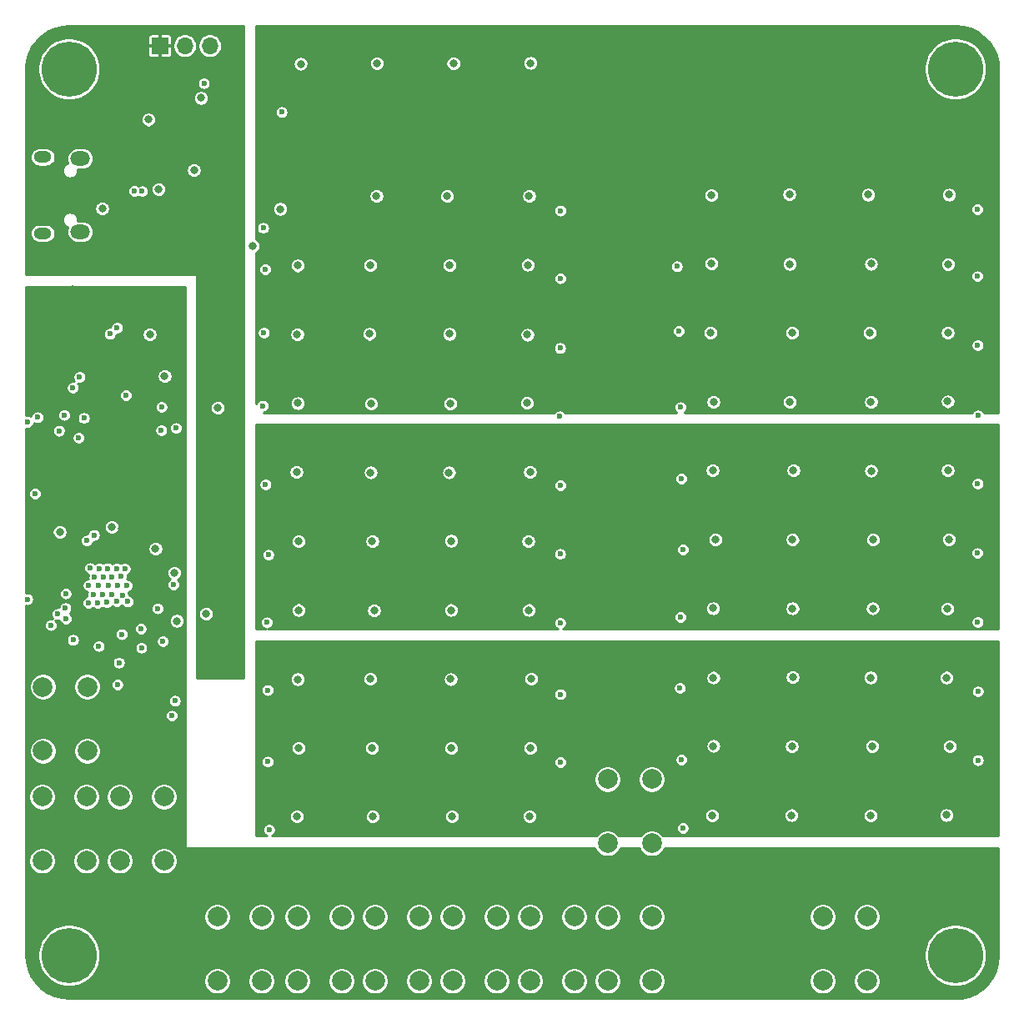
<source format=gbr>
G04 #@! TF.GenerationSoftware,KiCad,Pcbnew,5.1.5+dfsg1-2build2*
G04 #@! TF.CreationDate,2020-11-23T21:15:33+01:00*
G04 #@! TF.ProjectId,Logic_panel_v1,4c6f6769-635f-4706-916e-656c5f76312e,rev?*
G04 #@! TF.SameCoordinates,Original*
G04 #@! TF.FileFunction,Copper,L2,Inr*
G04 #@! TF.FilePolarity,Positive*
%FSLAX46Y46*%
G04 Gerber Fmt 4.6, Leading zero omitted, Abs format (unit mm)*
G04 Created by KiCad (PCBNEW 5.1.5+dfsg1-2build2) date 2020-11-23 21:15:33*
%MOMM*%
%LPD*%
G04 APERTURE LIST*
G04 #@! TA.AperFunction,ViaPad*
%ADD10C,5.600000*%
G04 #@! TD*
G04 #@! TA.AperFunction,ViaPad*
%ADD11R,1.700000X1.700000*%
G04 #@! TD*
G04 #@! TA.AperFunction,ViaPad*
%ADD12O,1.700000X1.700000*%
G04 #@! TD*
G04 #@! TA.AperFunction,ViaPad*
%ADD13C,2.000000*%
G04 #@! TD*
G04 #@! TA.AperFunction,ViaPad*
%ADD14O,2.000000X1.450000*%
G04 #@! TD*
G04 #@! TA.AperFunction,ViaPad*
%ADD15O,1.800000X1.150000*%
G04 #@! TD*
G04 #@! TA.AperFunction,ViaPad*
%ADD16C,0.800000*%
G04 #@! TD*
G04 #@! TA.AperFunction,ViaPad*
%ADD17C,0.600000*%
G04 #@! TD*
G04 #@! TA.AperFunction,Conductor*
%ADD18C,0.254000*%
G04 #@! TD*
G04 APERTURE END LIST*
D10*
G04 #@! TO.N,N/C*
G04 #@! TO.C,H1*
X55000001Y-145000001D03*
G04 #@! TD*
G04 #@! TO.N,N/C*
G04 #@! TO.C,H2*
X145000001Y-55000001D03*
G04 #@! TD*
G04 #@! TO.N,N/C*
G04 #@! TO.C,H3*
X55000001Y-55000001D03*
G04 #@! TD*
G04 #@! TO.N,N/C*
G04 #@! TO.C,H4*
X145000001Y-145000001D03*
G04 #@! TD*
D11*
G04 #@! TO.N,Board_1-+5V*
G04 #@! TO.C,SW1*
X64220001Y-52640001D03*
D12*
G04 #@! TO.N,Board_1-V_IN*
X66760001Y-52640001D03*
G04 #@! TO.N,Board_1-Net-(SW1-Pad3)*
X69300001Y-52640001D03*
G04 #@! TD*
D13*
G04 #@! TO.N,Board_1-GND*
G04 #@! TO.C,SW2*
X74562001Y-147588001D03*
G04 #@! TO.N,Board_1-BARVA_1*
X70062001Y-147588001D03*
G04 #@! TO.N,Board_1-GND*
X74562001Y-141088001D03*
G04 #@! TO.N,Board_1-BARVA_1*
X70062001Y-141088001D03*
G04 #@! TD*
G04 #@! TO.N,Board_1-GND*
G04 #@! TO.C,SW3*
X82690001Y-147588001D03*
G04 #@! TO.N,Board_1-BARVA_2*
X78190001Y-147588001D03*
G04 #@! TO.N,Board_1-GND*
X82690001Y-141088001D03*
G04 #@! TO.N,Board_1-BARVA_2*
X78190001Y-141088001D03*
G04 #@! TD*
G04 #@! TO.N,Board_1-GND*
G04 #@! TO.C,SW4*
X64656001Y-135396001D03*
G04 #@! TO.N,Board_1-BTN_SIPKA_VPRAVO*
X60156001Y-135396001D03*
G04 #@! TO.N,Board_1-GND*
X64656001Y-128896001D03*
G04 #@! TO.N,Board_1-BTN_SIPKA_VPRAVO*
X60156001Y-128896001D03*
G04 #@! TD*
G04 #@! TO.N,Board_1-GND*
G04 #@! TO.C,SW5*
X90564001Y-147588001D03*
G04 #@! TO.N,Board_1-BARVA_3*
X86064001Y-147588001D03*
G04 #@! TO.N,Board_1-GND*
X90564001Y-141088001D03*
G04 #@! TO.N,Board_1-BARVA_3*
X86064001Y-141088001D03*
G04 #@! TD*
G04 #@! TO.N,Board_1-GND*
G04 #@! TO.C,SW6*
X56782001Y-135396001D03*
G04 #@! TO.N,Board_1-BTN_SIPKA_VLEVO*
X52282001Y-135396001D03*
G04 #@! TO.N,Board_1-GND*
X56782001Y-128896001D03*
G04 #@! TO.N,Board_1-BTN_SIPKA_VLEVO*
X52282001Y-128896001D03*
G04 #@! TD*
G04 #@! TO.N,Board_1-GND*
G04 #@! TO.C,SW8*
X98438001Y-147588001D03*
G04 #@! TO.N,Board_1-BARVA_4*
X93938001Y-147588001D03*
G04 #@! TO.N,Board_1-GND*
X98438001Y-141088001D03*
G04 #@! TO.N,Board_1-BARVA_4*
X93938001Y-141088001D03*
G04 #@! TD*
G04 #@! TO.N,Board_1-GND*
G04 #@! TO.C,SW9*
X106312001Y-147588001D03*
G04 #@! TO.N,Board_1-BARVA_5*
X101812001Y-147588001D03*
G04 #@! TO.N,Board_1-GND*
X106312001Y-141088001D03*
G04 #@! TO.N,Board_1-BARVA_5*
X101812001Y-141088001D03*
G04 #@! TD*
G04 #@! TO.N,Board_1-GND*
G04 #@! TO.C,SW10*
X114186001Y-147588001D03*
G04 #@! TO.N,Board_1-BARVA_6*
X109686001Y-147588001D03*
G04 #@! TO.N,Board_1-GND*
X114186001Y-141088001D03*
G04 #@! TO.N,Board_1-BARVA_6*
X109686001Y-141088001D03*
G04 #@! TD*
G04 #@! TO.N,Board_1-GND*
G04 #@! TO.C,SW11*
X136030001Y-147588001D03*
G04 #@! TO.N,Board_1-BTN_ENTER*
X131530001Y-147588001D03*
G04 #@! TO.N,Board_1-GND*
X136030001Y-141088001D03*
G04 #@! TO.N,Board_1-BTN_ENTER*
X131530001Y-141088001D03*
G04 #@! TD*
G04 #@! TO.N,Board_1-GND*
G04 #@! TO.C,SW12*
X114186001Y-133618001D03*
G04 #@! TO.N,Board_1-BTN_NEW_GAME*
X109686001Y-133618001D03*
G04 #@! TO.N,Board_1-GND*
X114186001Y-127118001D03*
G04 #@! TO.N,Board_1-BTN_NEW_GAME*
X109686001Y-127118001D03*
G04 #@! TD*
G04 #@! TO.N,Board_1-GND*
G04 #@! TO.C,SW7*
X56858001Y-124234001D03*
G04 #@! TO.N,Board_1-BTN_END*
X52358001Y-124234001D03*
G04 #@! TO.N,Board_1-GND*
X56858001Y-117734001D03*
G04 #@! TO.N,Board_1-BTN_END*
X52358001Y-117734001D03*
G04 #@! TD*
D14*
G04 #@! TO.N,Board_1-Net-(J1-Pad6)*
G04 #@! TO.C,J1*
X56140001Y-64095001D03*
X56140001Y-71545001D03*
D15*
X52340001Y-63945001D03*
X52340001Y-71695001D03*
G04 #@! TD*
D16*
G04 #@! TO.N,Board_1-+3V3*
X55390001Y-77390001D03*
X54200001Y-100920001D03*
D17*
X105740001Y-137700001D03*
X97870001Y-137670001D03*
D16*
X57250001Y-97340001D03*
X62790001Y-111020001D03*
X53870001Y-106610001D03*
X64910001Y-105290001D03*
X60321722Y-101700334D03*
X65900001Y-86420001D03*
X63170001Y-80930001D03*
G04 #@! TO.N,Board_1-+5V*
X69110001Y-61570001D03*
X57890001Y-74190001D03*
X65130001Y-60140001D03*
X70100001Y-93220001D03*
X69920001Y-115220001D03*
D17*
G04 #@! TO.N,Board_1-/herni_LED.sch/10.sch/DATA_IN*
X104900001Y-125400001D03*
X75320001Y-132250001D03*
G04 #@! TO.N,Board_1-/herni_LED.sch/2.sch/DATA_IN*
X104890001Y-69390001D03*
X74930001Y-75360001D03*
G04 #@! TO.N,Board_1-/herni_LED.sch/3.sch/DATA_IN*
X104880001Y-76260001D03*
X74790001Y-81780001D03*
G04 #@! TO.N,Board_1-/herni_LED.sch/4.ch/DATA_IN*
X104860001Y-83350001D03*
X74660001Y-89200001D03*
G04 #@! TO.N,Board_1-/herni_LED.sch/5.sch/DATA_IN*
X104830001Y-90270001D03*
X74960001Y-97190001D03*
G04 #@! TO.N,Board_1-/herni_LED.sch/6.sch/DATA_IN*
X104890001Y-97280001D03*
X75240001Y-104340001D03*
G04 #@! TO.N,Board_1-/herni_LED.sch/7.sch/DATA_IN*
X104870001Y-104250001D03*
X75090001Y-111200001D03*
G04 #@! TO.N,Board_1-/herni_LED.sch/8.sch/DATA_IN*
X104870001Y-111250001D03*
X75190001Y-118070001D03*
G04 #@! TO.N,Board_1-/herni_LED.sch/9.sch/DATA_IN*
X104900001Y-118490001D03*
X75190001Y-125340001D03*
G04 #@! TO.N,Board_1-/hodnoceni_LED.sch/10.sch/DATA_IN*
X147280001Y-125180001D03*
X117320001Y-132080001D03*
G04 #@! TO.N,Board_1-/hodnoceni_LED.sch/2.sch/DATA_IN*
X147240001Y-69270001D03*
X116730001Y-75050001D03*
G04 #@! TO.N,Board_1-/hodnoceni_LED.sch/3.sch/DATA_IN*
X147230001Y-76050001D03*
X116910001Y-81610001D03*
G04 #@! TO.N,Board_1-/hodnoceni_LED.sch/4.ch/DATA_IN*
X147270001Y-83070001D03*
X117100001Y-89350001D03*
G04 #@! TO.N,Board_1-/hodnoceni_LED.sch/5.sch/DATA_IN*
X147280001Y-90200001D03*
X117170001Y-96600001D03*
G04 #@! TO.N,Board_1-/hodnoceni_LED.sch/6.sch/DATA_IN*
X147270001Y-97100001D03*
X117330001Y-103800001D03*
G04 #@! TO.N,Board_1-/hodnoceni_LED.sch/7.sch/DATA_IN*
X147240001Y-104160001D03*
X117100001Y-110670001D03*
G04 #@! TO.N,Board_1-/hodnoceni_LED.sch/8.sch/DATA_IN*
X147270001Y-111170001D03*
X117030001Y-117860001D03*
G04 #@! TO.N,Board_1-/hodnoceni_LED.sch/9.sch/DATA_IN*
X147280001Y-118210001D03*
X117190001Y-125150001D03*
G04 #@! TO.N,Board_1-BARVA_1*
X59920001Y-117520001D03*
X55410001Y-112980001D03*
G04 #@! TO.N,Board_1-BARVA_4*
X56810001Y-102900001D03*
X60350001Y-112400001D03*
G04 #@! TO.N,Board_1-BARVA_5*
X57540001Y-102320001D03*
X62350001Y-113770001D03*
G04 #@! TO.N,Board_1-BARVA_6*
X64540001Y-113110001D03*
X63990001Y-109780001D03*
G04 #@! TO.N,Board_1-BTN_END*
X53160001Y-111480001D03*
G04 #@! TO.N,Board_1-BTN_ENTER*
X60070001Y-115290001D03*
X65449999Y-120670001D03*
G04 #@! TO.N,Board_1-BTN_NEW_GAME*
X65757506Y-119162496D03*
X58030001Y-113599999D03*
G04 #@! TO.N,Board_1-DATA_herni_LED*
X62290001Y-111845001D03*
X74718001Y-71148001D03*
G04 #@! TO.N,Board_1-DATA_zadani_LED*
X76600001Y-59390001D03*
X65600001Y-107360001D03*
G04 #@! TO.N,Board_1-GND*
X56970001Y-109210001D03*
X57920001Y-109220001D03*
X58840001Y-109160001D03*
X57490001Y-108410001D03*
X58440001Y-108380001D03*
X59380001Y-108350001D03*
X59850001Y-109070001D03*
X60940001Y-109090001D03*
X60410001Y-108420001D03*
X60880001Y-107470001D03*
X59950001Y-107470001D03*
X58970001Y-107420001D03*
X57990001Y-107450001D03*
X57010001Y-107450001D03*
X57600001Y-106630001D03*
X58470001Y-106590001D03*
X59370001Y-106590001D03*
X60270001Y-106540001D03*
X60670001Y-105730001D03*
X59870001Y-105720001D03*
X58940001Y-105710001D03*
X58070001Y-105720001D03*
X57130001Y-105680001D03*
D16*
X76460001Y-69220001D03*
X86220001Y-67910001D03*
X93400001Y-67920001D03*
X101710001Y-67920001D03*
X73680001Y-72980001D03*
X78210001Y-74960001D03*
X85590001Y-74920001D03*
X93650001Y-74930001D03*
X101570001Y-74900001D03*
X78180001Y-81930001D03*
X85500001Y-81900001D03*
X93620001Y-81910001D03*
X101550001Y-81990001D03*
X101490001Y-88920001D03*
X93700001Y-88990001D03*
X85680001Y-89000001D03*
X78250001Y-88940001D03*
X78100001Y-95950001D03*
X85630001Y-95970001D03*
X93580001Y-95970001D03*
X101810001Y-95950001D03*
X101640001Y-102950001D03*
X93810001Y-102920001D03*
X85800001Y-102950001D03*
X78300001Y-102970001D03*
X78300001Y-109950001D03*
X85980001Y-109970001D03*
X93780001Y-109950001D03*
X101700001Y-109950001D03*
X78220001Y-116970001D03*
X85590001Y-116950001D03*
X93760001Y-116960001D03*
X101940001Y-116930001D03*
X101820001Y-123950001D03*
X93820001Y-123970001D03*
X85780001Y-123940001D03*
X78320001Y-123960001D03*
X78150001Y-130900001D03*
X85830001Y-130920001D03*
X93880001Y-130900001D03*
X101750001Y-130870001D03*
X78530001Y-54490001D03*
X86280001Y-54420001D03*
X94030001Y-54440001D03*
X101870001Y-54400001D03*
X67690001Y-65270001D03*
X63080001Y-60140001D03*
X120210001Y-67830001D03*
X128140001Y-67750001D03*
X136140001Y-67770001D03*
X144370001Y-67770001D03*
X144250001Y-74820001D03*
X136440001Y-74800001D03*
X128180001Y-74810001D03*
X120240001Y-74760001D03*
X120120001Y-81780001D03*
X128410001Y-81800001D03*
X136290001Y-81800001D03*
X144230001Y-81810001D03*
X144220001Y-88760001D03*
X136430001Y-88810001D03*
X128200001Y-88800001D03*
X120440001Y-88840001D03*
X120350001Y-95760001D03*
X128550001Y-95750001D03*
X136440001Y-95800001D03*
X144230001Y-95740001D03*
X144330001Y-102760001D03*
X136630001Y-102800001D03*
X120620001Y-102790001D03*
X128460001Y-102810001D03*
X120410001Y-109760001D03*
X128460001Y-109780001D03*
X136610001Y-109780001D03*
X144190001Y-109810001D03*
X144110001Y-116810001D03*
X136390001Y-116800001D03*
X128480001Y-116780001D03*
X120420001Y-116810001D03*
X120420001Y-123740001D03*
X128400001Y-123770001D03*
X136540001Y-123760001D03*
X144440001Y-123790001D03*
X144080001Y-130760001D03*
X136380001Y-130820001D03*
X128370001Y-130780001D03*
X120310001Y-130800001D03*
X68400001Y-57950001D03*
X64710001Y-86200001D03*
X58380001Y-69180001D03*
X64100001Y-67200001D03*
X65950001Y-111050001D03*
X63780001Y-103740001D03*
X54066001Y-101996001D03*
X68928849Y-110323511D03*
D17*
X53840001Y-110345001D03*
D16*
X65690001Y-106150001D03*
X59340001Y-101510001D03*
X63200001Y-81930001D03*
X70120001Y-89420001D03*
D17*
G04 #@! TO.N,Board_1-IO0*
X60770001Y-88130001D03*
X64380001Y-91680001D03*
X51560001Y-98130001D03*
X64390001Y-89310001D03*
X50774947Y-108840001D03*
X54642356Y-109759201D03*
G04 #@! TO.N,Board_1-Net-(D7-Pad2)*
X62420001Y-67420001D03*
X59890001Y-81280001D03*
G04 #@! TO.N,Board_1-Net-(D8-Pad2)*
X61620283Y-67398676D03*
X59150003Y-81910001D03*
G04 #@! TO.N,Board_1-Net-(R8-Pad2)*
X51820001Y-90380001D03*
X53990001Y-91740001D03*
G04 #@! TO.N,Board_1-Net-(R9-Pad2)*
X50810001Y-90840001D03*
X55990001Y-92450001D03*
G04 #@! TO.N,Board_1-RX_ESP*
X56080001Y-86270001D03*
X56510001Y-90450001D03*
G04 #@! TO.N,Board_1-TX_ESP*
X55390001Y-87360001D03*
X54520001Y-90140001D03*
D16*
G04 #@! TO.N,Board_1-V_LED_1*
X80600001Y-52550001D03*
X88570001Y-52610001D03*
X96140001Y-52590001D03*
X106770001Y-57590001D03*
X80890001Y-66040001D03*
X88220001Y-66080001D03*
X96360001Y-66000001D03*
X104530001Y-66060001D03*
X80500001Y-73080001D03*
X88510001Y-73020001D03*
X96310001Y-73060001D03*
X104710001Y-73020001D03*
X80720001Y-80070001D03*
X88580001Y-80030001D03*
X96690001Y-80030001D03*
X104710001Y-80030001D03*
X80570001Y-87060001D03*
X88300001Y-87050001D03*
X96270001Y-87030001D03*
X104450001Y-87100001D03*
X122420001Y-65900001D03*
X130690001Y-65860001D03*
X138510001Y-65880001D03*
X146370001Y-65930001D03*
X139050001Y-72920001D03*
X146620001Y-72870001D03*
X130780001Y-72870001D03*
X122920001Y-72870001D03*
X122860001Y-79900001D03*
X130730001Y-79860001D03*
X138850001Y-79840001D03*
X146930001Y-79900001D03*
X123050001Y-86850001D03*
X130820001Y-86870001D03*
X139230001Y-86870001D03*
X146910001Y-86900001D03*
X75750001Y-63030001D03*
G04 #@! TO.N,Board_1-V_LED_2*
X80700001Y-94110001D03*
X88580001Y-94030001D03*
X96430001Y-94060001D03*
X80510001Y-108070001D03*
X104490001Y-94040001D03*
X104160001Y-101010001D03*
X96300001Y-101070001D03*
X104250001Y-108060001D03*
X96260001Y-108040001D03*
X88320001Y-108060001D03*
X88170001Y-101020001D03*
X80440001Y-101040001D03*
X123070001Y-93840001D03*
X131090001Y-93880001D03*
X139090001Y-93840001D03*
X146820001Y-93820001D03*
X146710001Y-100920001D03*
X138810001Y-100870001D03*
X131270001Y-100890001D03*
X123100001Y-100880001D03*
X123390001Y-107880001D03*
X130930001Y-107870001D03*
X139250001Y-107930001D03*
X146880001Y-107910001D03*
X74670001Y-92960001D03*
G04 #@! TO.N,Board_1-V_LED_3*
X80230001Y-115060001D03*
X88650001Y-115100001D03*
X96290001Y-115060001D03*
X104490001Y-115090001D03*
X80400001Y-122030001D03*
X88330001Y-122030001D03*
X96270001Y-122070001D03*
X104430001Y-122070001D03*
X80310001Y-129060001D03*
X88410001Y-129060001D03*
X96410001Y-129090001D03*
X104390001Y-129050001D03*
X122820001Y-114850001D03*
X130340001Y-114860001D03*
X138710001Y-114880001D03*
X146630001Y-114840001D03*
X146820001Y-121880001D03*
X138570001Y-121910001D03*
X123180001Y-121910001D03*
X131340001Y-121900001D03*
X122380001Y-128870001D03*
X131050001Y-128880001D03*
X138960001Y-128900001D03*
X147390001Y-128860001D03*
X74740001Y-116090001D03*
D17*
G04 #@! TO.N,Board_1-ZAPINANI_1_CAST_LED*
X68700001Y-56450001D03*
X54664001Y-108266001D03*
G04 #@! TO.N,Board_1-ZAPINANI_2_CAST_LED*
X65860001Y-91470001D03*
X54700001Y-110830001D03*
G04 #@! TD*
D18*
G04 #@! TO.N,Board_1-+3V3*
G36*
X66753001Y-134000001D02*
G01*
X66755441Y-134024777D01*
X66762668Y-134048602D01*
X66774404Y-134070558D01*
X66790198Y-134089804D01*
X66809444Y-134105598D01*
X66831400Y-134117334D01*
X66855225Y-134124561D01*
X66880001Y-134127001D01*
X108406381Y-134127001D01*
X108465719Y-134270255D01*
X108616415Y-134495788D01*
X108808214Y-134687587D01*
X109033747Y-134838283D01*
X109284345Y-134942084D01*
X109550378Y-134995001D01*
X109821624Y-134995001D01*
X110087657Y-134942084D01*
X110338255Y-134838283D01*
X110563788Y-134687587D01*
X110755587Y-134495788D01*
X110906283Y-134270255D01*
X110965621Y-134127001D01*
X112906381Y-134127001D01*
X112965719Y-134270255D01*
X113116415Y-134495788D01*
X113308214Y-134687587D01*
X113533747Y-134838283D01*
X113784345Y-134942084D01*
X114050378Y-134995001D01*
X114321624Y-134995001D01*
X114587657Y-134942084D01*
X114838255Y-134838283D01*
X115063788Y-134687587D01*
X115255587Y-134495788D01*
X115406283Y-134270255D01*
X115465621Y-134127001D01*
X149373002Y-134127001D01*
X149373002Y-144972064D01*
X149301435Y-145773951D01*
X149096400Y-146523436D01*
X148761879Y-147224774D01*
X148308455Y-147855780D01*
X147750450Y-148396524D01*
X147105508Y-148829907D01*
X146394016Y-149142230D01*
X145633633Y-149324782D01*
X144977013Y-149373001D01*
X55027927Y-149373001D01*
X54226051Y-149301435D01*
X53476566Y-149096400D01*
X52775228Y-148761879D01*
X52144222Y-148308455D01*
X51603478Y-147750450D01*
X51170095Y-147105508D01*
X50857772Y-146394016D01*
X50675220Y-145633633D01*
X50627001Y-144977013D01*
X50627001Y-144687094D01*
X51823001Y-144687094D01*
X51823001Y-145312908D01*
X51945091Y-145926698D01*
X52184580Y-146504875D01*
X52532264Y-147025220D01*
X52974782Y-147467738D01*
X53495127Y-147815422D01*
X54073304Y-148054911D01*
X54687094Y-148177001D01*
X55312908Y-148177001D01*
X55926698Y-148054911D01*
X56504875Y-147815422D01*
X57025220Y-147467738D01*
X57040580Y-147452378D01*
X68685001Y-147452378D01*
X68685001Y-147723624D01*
X68737918Y-147989657D01*
X68841719Y-148240255D01*
X68992415Y-148465788D01*
X69184214Y-148657587D01*
X69409747Y-148808283D01*
X69660345Y-148912084D01*
X69926378Y-148965001D01*
X70197624Y-148965001D01*
X70463657Y-148912084D01*
X70714255Y-148808283D01*
X70939788Y-148657587D01*
X71131587Y-148465788D01*
X71282283Y-148240255D01*
X71386084Y-147989657D01*
X71439001Y-147723624D01*
X71439001Y-147452378D01*
X73185001Y-147452378D01*
X73185001Y-147723624D01*
X73237918Y-147989657D01*
X73341719Y-148240255D01*
X73492415Y-148465788D01*
X73684214Y-148657587D01*
X73909747Y-148808283D01*
X74160345Y-148912084D01*
X74426378Y-148965001D01*
X74697624Y-148965001D01*
X74963657Y-148912084D01*
X75214255Y-148808283D01*
X75439788Y-148657587D01*
X75631587Y-148465788D01*
X75782283Y-148240255D01*
X75886084Y-147989657D01*
X75939001Y-147723624D01*
X75939001Y-147452378D01*
X76813001Y-147452378D01*
X76813001Y-147723624D01*
X76865918Y-147989657D01*
X76969719Y-148240255D01*
X77120415Y-148465788D01*
X77312214Y-148657587D01*
X77537747Y-148808283D01*
X77788345Y-148912084D01*
X78054378Y-148965001D01*
X78325624Y-148965001D01*
X78591657Y-148912084D01*
X78842255Y-148808283D01*
X79067788Y-148657587D01*
X79259587Y-148465788D01*
X79410283Y-148240255D01*
X79514084Y-147989657D01*
X79567001Y-147723624D01*
X79567001Y-147452378D01*
X81313001Y-147452378D01*
X81313001Y-147723624D01*
X81365918Y-147989657D01*
X81469719Y-148240255D01*
X81620415Y-148465788D01*
X81812214Y-148657587D01*
X82037747Y-148808283D01*
X82288345Y-148912084D01*
X82554378Y-148965001D01*
X82825624Y-148965001D01*
X83091657Y-148912084D01*
X83342255Y-148808283D01*
X83567788Y-148657587D01*
X83759587Y-148465788D01*
X83910283Y-148240255D01*
X84014084Y-147989657D01*
X84067001Y-147723624D01*
X84067001Y-147452378D01*
X84687001Y-147452378D01*
X84687001Y-147723624D01*
X84739918Y-147989657D01*
X84843719Y-148240255D01*
X84994415Y-148465788D01*
X85186214Y-148657587D01*
X85411747Y-148808283D01*
X85662345Y-148912084D01*
X85928378Y-148965001D01*
X86199624Y-148965001D01*
X86465657Y-148912084D01*
X86716255Y-148808283D01*
X86941788Y-148657587D01*
X87133587Y-148465788D01*
X87284283Y-148240255D01*
X87388084Y-147989657D01*
X87441001Y-147723624D01*
X87441001Y-147452378D01*
X89187001Y-147452378D01*
X89187001Y-147723624D01*
X89239918Y-147989657D01*
X89343719Y-148240255D01*
X89494415Y-148465788D01*
X89686214Y-148657587D01*
X89911747Y-148808283D01*
X90162345Y-148912084D01*
X90428378Y-148965001D01*
X90699624Y-148965001D01*
X90965657Y-148912084D01*
X91216255Y-148808283D01*
X91441788Y-148657587D01*
X91633587Y-148465788D01*
X91784283Y-148240255D01*
X91888084Y-147989657D01*
X91941001Y-147723624D01*
X91941001Y-147452378D01*
X92561001Y-147452378D01*
X92561001Y-147723624D01*
X92613918Y-147989657D01*
X92717719Y-148240255D01*
X92868415Y-148465788D01*
X93060214Y-148657587D01*
X93285747Y-148808283D01*
X93536345Y-148912084D01*
X93802378Y-148965001D01*
X94073624Y-148965001D01*
X94339657Y-148912084D01*
X94590255Y-148808283D01*
X94815788Y-148657587D01*
X95007587Y-148465788D01*
X95158283Y-148240255D01*
X95262084Y-147989657D01*
X95315001Y-147723624D01*
X95315001Y-147452378D01*
X97061001Y-147452378D01*
X97061001Y-147723624D01*
X97113918Y-147989657D01*
X97217719Y-148240255D01*
X97368415Y-148465788D01*
X97560214Y-148657587D01*
X97785747Y-148808283D01*
X98036345Y-148912084D01*
X98302378Y-148965001D01*
X98573624Y-148965001D01*
X98839657Y-148912084D01*
X99090255Y-148808283D01*
X99315788Y-148657587D01*
X99507587Y-148465788D01*
X99658283Y-148240255D01*
X99762084Y-147989657D01*
X99815001Y-147723624D01*
X99815001Y-147452378D01*
X100435001Y-147452378D01*
X100435001Y-147723624D01*
X100487918Y-147989657D01*
X100591719Y-148240255D01*
X100742415Y-148465788D01*
X100934214Y-148657587D01*
X101159747Y-148808283D01*
X101410345Y-148912084D01*
X101676378Y-148965001D01*
X101947624Y-148965001D01*
X102213657Y-148912084D01*
X102464255Y-148808283D01*
X102689788Y-148657587D01*
X102881587Y-148465788D01*
X103032283Y-148240255D01*
X103136084Y-147989657D01*
X103189001Y-147723624D01*
X103189001Y-147452378D01*
X104935001Y-147452378D01*
X104935001Y-147723624D01*
X104987918Y-147989657D01*
X105091719Y-148240255D01*
X105242415Y-148465788D01*
X105434214Y-148657587D01*
X105659747Y-148808283D01*
X105910345Y-148912084D01*
X106176378Y-148965001D01*
X106447624Y-148965001D01*
X106713657Y-148912084D01*
X106964255Y-148808283D01*
X107189788Y-148657587D01*
X107381587Y-148465788D01*
X107532283Y-148240255D01*
X107636084Y-147989657D01*
X107689001Y-147723624D01*
X107689001Y-147452378D01*
X108309001Y-147452378D01*
X108309001Y-147723624D01*
X108361918Y-147989657D01*
X108465719Y-148240255D01*
X108616415Y-148465788D01*
X108808214Y-148657587D01*
X109033747Y-148808283D01*
X109284345Y-148912084D01*
X109550378Y-148965001D01*
X109821624Y-148965001D01*
X110087657Y-148912084D01*
X110338255Y-148808283D01*
X110563788Y-148657587D01*
X110755587Y-148465788D01*
X110906283Y-148240255D01*
X111010084Y-147989657D01*
X111063001Y-147723624D01*
X111063001Y-147452378D01*
X112809001Y-147452378D01*
X112809001Y-147723624D01*
X112861918Y-147989657D01*
X112965719Y-148240255D01*
X113116415Y-148465788D01*
X113308214Y-148657587D01*
X113533747Y-148808283D01*
X113784345Y-148912084D01*
X114050378Y-148965001D01*
X114321624Y-148965001D01*
X114587657Y-148912084D01*
X114838255Y-148808283D01*
X115063788Y-148657587D01*
X115255587Y-148465788D01*
X115406283Y-148240255D01*
X115510084Y-147989657D01*
X115563001Y-147723624D01*
X115563001Y-147452378D01*
X130153001Y-147452378D01*
X130153001Y-147723624D01*
X130205918Y-147989657D01*
X130309719Y-148240255D01*
X130460415Y-148465788D01*
X130652214Y-148657587D01*
X130877747Y-148808283D01*
X131128345Y-148912084D01*
X131394378Y-148965001D01*
X131665624Y-148965001D01*
X131931657Y-148912084D01*
X132182255Y-148808283D01*
X132407788Y-148657587D01*
X132599587Y-148465788D01*
X132750283Y-148240255D01*
X132854084Y-147989657D01*
X132907001Y-147723624D01*
X132907001Y-147452378D01*
X134653001Y-147452378D01*
X134653001Y-147723624D01*
X134705918Y-147989657D01*
X134809719Y-148240255D01*
X134960415Y-148465788D01*
X135152214Y-148657587D01*
X135377747Y-148808283D01*
X135628345Y-148912084D01*
X135894378Y-148965001D01*
X136165624Y-148965001D01*
X136431657Y-148912084D01*
X136682255Y-148808283D01*
X136907788Y-148657587D01*
X137099587Y-148465788D01*
X137250283Y-148240255D01*
X137354084Y-147989657D01*
X137407001Y-147723624D01*
X137407001Y-147452378D01*
X137354084Y-147186345D01*
X137250283Y-146935747D01*
X137099587Y-146710214D01*
X136907788Y-146518415D01*
X136682255Y-146367719D01*
X136431657Y-146263918D01*
X136165624Y-146211001D01*
X135894378Y-146211001D01*
X135628345Y-146263918D01*
X135377747Y-146367719D01*
X135152214Y-146518415D01*
X134960415Y-146710214D01*
X134809719Y-146935747D01*
X134705918Y-147186345D01*
X134653001Y-147452378D01*
X132907001Y-147452378D01*
X132854084Y-147186345D01*
X132750283Y-146935747D01*
X132599587Y-146710214D01*
X132407788Y-146518415D01*
X132182255Y-146367719D01*
X131931657Y-146263918D01*
X131665624Y-146211001D01*
X131394378Y-146211001D01*
X131128345Y-146263918D01*
X130877747Y-146367719D01*
X130652214Y-146518415D01*
X130460415Y-146710214D01*
X130309719Y-146935747D01*
X130205918Y-147186345D01*
X130153001Y-147452378D01*
X115563001Y-147452378D01*
X115510084Y-147186345D01*
X115406283Y-146935747D01*
X115255587Y-146710214D01*
X115063788Y-146518415D01*
X114838255Y-146367719D01*
X114587657Y-146263918D01*
X114321624Y-146211001D01*
X114050378Y-146211001D01*
X113784345Y-146263918D01*
X113533747Y-146367719D01*
X113308214Y-146518415D01*
X113116415Y-146710214D01*
X112965719Y-146935747D01*
X112861918Y-147186345D01*
X112809001Y-147452378D01*
X111063001Y-147452378D01*
X111010084Y-147186345D01*
X110906283Y-146935747D01*
X110755587Y-146710214D01*
X110563788Y-146518415D01*
X110338255Y-146367719D01*
X110087657Y-146263918D01*
X109821624Y-146211001D01*
X109550378Y-146211001D01*
X109284345Y-146263918D01*
X109033747Y-146367719D01*
X108808214Y-146518415D01*
X108616415Y-146710214D01*
X108465719Y-146935747D01*
X108361918Y-147186345D01*
X108309001Y-147452378D01*
X107689001Y-147452378D01*
X107636084Y-147186345D01*
X107532283Y-146935747D01*
X107381587Y-146710214D01*
X107189788Y-146518415D01*
X106964255Y-146367719D01*
X106713657Y-146263918D01*
X106447624Y-146211001D01*
X106176378Y-146211001D01*
X105910345Y-146263918D01*
X105659747Y-146367719D01*
X105434214Y-146518415D01*
X105242415Y-146710214D01*
X105091719Y-146935747D01*
X104987918Y-147186345D01*
X104935001Y-147452378D01*
X103189001Y-147452378D01*
X103136084Y-147186345D01*
X103032283Y-146935747D01*
X102881587Y-146710214D01*
X102689788Y-146518415D01*
X102464255Y-146367719D01*
X102213657Y-146263918D01*
X101947624Y-146211001D01*
X101676378Y-146211001D01*
X101410345Y-146263918D01*
X101159747Y-146367719D01*
X100934214Y-146518415D01*
X100742415Y-146710214D01*
X100591719Y-146935747D01*
X100487918Y-147186345D01*
X100435001Y-147452378D01*
X99815001Y-147452378D01*
X99762084Y-147186345D01*
X99658283Y-146935747D01*
X99507587Y-146710214D01*
X99315788Y-146518415D01*
X99090255Y-146367719D01*
X98839657Y-146263918D01*
X98573624Y-146211001D01*
X98302378Y-146211001D01*
X98036345Y-146263918D01*
X97785747Y-146367719D01*
X97560214Y-146518415D01*
X97368415Y-146710214D01*
X97217719Y-146935747D01*
X97113918Y-147186345D01*
X97061001Y-147452378D01*
X95315001Y-147452378D01*
X95262084Y-147186345D01*
X95158283Y-146935747D01*
X95007587Y-146710214D01*
X94815788Y-146518415D01*
X94590255Y-146367719D01*
X94339657Y-146263918D01*
X94073624Y-146211001D01*
X93802378Y-146211001D01*
X93536345Y-146263918D01*
X93285747Y-146367719D01*
X93060214Y-146518415D01*
X92868415Y-146710214D01*
X92717719Y-146935747D01*
X92613918Y-147186345D01*
X92561001Y-147452378D01*
X91941001Y-147452378D01*
X91888084Y-147186345D01*
X91784283Y-146935747D01*
X91633587Y-146710214D01*
X91441788Y-146518415D01*
X91216255Y-146367719D01*
X90965657Y-146263918D01*
X90699624Y-146211001D01*
X90428378Y-146211001D01*
X90162345Y-146263918D01*
X89911747Y-146367719D01*
X89686214Y-146518415D01*
X89494415Y-146710214D01*
X89343719Y-146935747D01*
X89239918Y-147186345D01*
X89187001Y-147452378D01*
X87441001Y-147452378D01*
X87388084Y-147186345D01*
X87284283Y-146935747D01*
X87133587Y-146710214D01*
X86941788Y-146518415D01*
X86716255Y-146367719D01*
X86465657Y-146263918D01*
X86199624Y-146211001D01*
X85928378Y-146211001D01*
X85662345Y-146263918D01*
X85411747Y-146367719D01*
X85186214Y-146518415D01*
X84994415Y-146710214D01*
X84843719Y-146935747D01*
X84739918Y-147186345D01*
X84687001Y-147452378D01*
X84067001Y-147452378D01*
X84014084Y-147186345D01*
X83910283Y-146935747D01*
X83759587Y-146710214D01*
X83567788Y-146518415D01*
X83342255Y-146367719D01*
X83091657Y-146263918D01*
X82825624Y-146211001D01*
X82554378Y-146211001D01*
X82288345Y-146263918D01*
X82037747Y-146367719D01*
X81812214Y-146518415D01*
X81620415Y-146710214D01*
X81469719Y-146935747D01*
X81365918Y-147186345D01*
X81313001Y-147452378D01*
X79567001Y-147452378D01*
X79514084Y-147186345D01*
X79410283Y-146935747D01*
X79259587Y-146710214D01*
X79067788Y-146518415D01*
X78842255Y-146367719D01*
X78591657Y-146263918D01*
X78325624Y-146211001D01*
X78054378Y-146211001D01*
X77788345Y-146263918D01*
X77537747Y-146367719D01*
X77312214Y-146518415D01*
X77120415Y-146710214D01*
X76969719Y-146935747D01*
X76865918Y-147186345D01*
X76813001Y-147452378D01*
X75939001Y-147452378D01*
X75886084Y-147186345D01*
X75782283Y-146935747D01*
X75631587Y-146710214D01*
X75439788Y-146518415D01*
X75214255Y-146367719D01*
X74963657Y-146263918D01*
X74697624Y-146211001D01*
X74426378Y-146211001D01*
X74160345Y-146263918D01*
X73909747Y-146367719D01*
X73684214Y-146518415D01*
X73492415Y-146710214D01*
X73341719Y-146935747D01*
X73237918Y-147186345D01*
X73185001Y-147452378D01*
X71439001Y-147452378D01*
X71386084Y-147186345D01*
X71282283Y-146935747D01*
X71131587Y-146710214D01*
X70939788Y-146518415D01*
X70714255Y-146367719D01*
X70463657Y-146263918D01*
X70197624Y-146211001D01*
X69926378Y-146211001D01*
X69660345Y-146263918D01*
X69409747Y-146367719D01*
X69184214Y-146518415D01*
X68992415Y-146710214D01*
X68841719Y-146935747D01*
X68737918Y-147186345D01*
X68685001Y-147452378D01*
X57040580Y-147452378D01*
X57467738Y-147025220D01*
X57815422Y-146504875D01*
X58054911Y-145926698D01*
X58177001Y-145312908D01*
X58177001Y-144687094D01*
X141823001Y-144687094D01*
X141823001Y-145312908D01*
X141945091Y-145926698D01*
X142184580Y-146504875D01*
X142532264Y-147025220D01*
X142974782Y-147467738D01*
X143495127Y-147815422D01*
X144073304Y-148054911D01*
X144687094Y-148177001D01*
X145312908Y-148177001D01*
X145926698Y-148054911D01*
X146504875Y-147815422D01*
X147025220Y-147467738D01*
X147467738Y-147025220D01*
X147815422Y-146504875D01*
X148054911Y-145926698D01*
X148177001Y-145312908D01*
X148177001Y-144687094D01*
X148054911Y-144073304D01*
X147815422Y-143495127D01*
X147467738Y-142974782D01*
X147025220Y-142532264D01*
X146504875Y-142184580D01*
X145926698Y-141945091D01*
X145312908Y-141823001D01*
X144687094Y-141823001D01*
X144073304Y-141945091D01*
X143495127Y-142184580D01*
X142974782Y-142532264D01*
X142532264Y-142974782D01*
X142184580Y-143495127D01*
X141945091Y-144073304D01*
X141823001Y-144687094D01*
X58177001Y-144687094D01*
X58054911Y-144073304D01*
X57815422Y-143495127D01*
X57467738Y-142974782D01*
X57025220Y-142532264D01*
X56504875Y-142184580D01*
X55926698Y-141945091D01*
X55312908Y-141823001D01*
X54687094Y-141823001D01*
X54073304Y-141945091D01*
X53495127Y-142184580D01*
X52974782Y-142532264D01*
X52532264Y-142974782D01*
X52184580Y-143495127D01*
X51945091Y-144073304D01*
X51823001Y-144687094D01*
X50627001Y-144687094D01*
X50627001Y-140952378D01*
X68685001Y-140952378D01*
X68685001Y-141223624D01*
X68737918Y-141489657D01*
X68841719Y-141740255D01*
X68992415Y-141965788D01*
X69184214Y-142157587D01*
X69409747Y-142308283D01*
X69660345Y-142412084D01*
X69926378Y-142465001D01*
X70197624Y-142465001D01*
X70463657Y-142412084D01*
X70714255Y-142308283D01*
X70939788Y-142157587D01*
X71131587Y-141965788D01*
X71282283Y-141740255D01*
X71386084Y-141489657D01*
X71439001Y-141223624D01*
X71439001Y-140952378D01*
X73185001Y-140952378D01*
X73185001Y-141223624D01*
X73237918Y-141489657D01*
X73341719Y-141740255D01*
X73492415Y-141965788D01*
X73684214Y-142157587D01*
X73909747Y-142308283D01*
X74160345Y-142412084D01*
X74426378Y-142465001D01*
X74697624Y-142465001D01*
X74963657Y-142412084D01*
X75214255Y-142308283D01*
X75439788Y-142157587D01*
X75631587Y-141965788D01*
X75782283Y-141740255D01*
X75886084Y-141489657D01*
X75939001Y-141223624D01*
X75939001Y-140952378D01*
X76813001Y-140952378D01*
X76813001Y-141223624D01*
X76865918Y-141489657D01*
X76969719Y-141740255D01*
X77120415Y-141965788D01*
X77312214Y-142157587D01*
X77537747Y-142308283D01*
X77788345Y-142412084D01*
X78054378Y-142465001D01*
X78325624Y-142465001D01*
X78591657Y-142412084D01*
X78842255Y-142308283D01*
X79067788Y-142157587D01*
X79259587Y-141965788D01*
X79410283Y-141740255D01*
X79514084Y-141489657D01*
X79567001Y-141223624D01*
X79567001Y-140952378D01*
X81313001Y-140952378D01*
X81313001Y-141223624D01*
X81365918Y-141489657D01*
X81469719Y-141740255D01*
X81620415Y-141965788D01*
X81812214Y-142157587D01*
X82037747Y-142308283D01*
X82288345Y-142412084D01*
X82554378Y-142465001D01*
X82825624Y-142465001D01*
X83091657Y-142412084D01*
X83342255Y-142308283D01*
X83567788Y-142157587D01*
X83759587Y-141965788D01*
X83910283Y-141740255D01*
X84014084Y-141489657D01*
X84067001Y-141223624D01*
X84067001Y-140952378D01*
X84687001Y-140952378D01*
X84687001Y-141223624D01*
X84739918Y-141489657D01*
X84843719Y-141740255D01*
X84994415Y-141965788D01*
X85186214Y-142157587D01*
X85411747Y-142308283D01*
X85662345Y-142412084D01*
X85928378Y-142465001D01*
X86199624Y-142465001D01*
X86465657Y-142412084D01*
X86716255Y-142308283D01*
X86941788Y-142157587D01*
X87133587Y-141965788D01*
X87284283Y-141740255D01*
X87388084Y-141489657D01*
X87441001Y-141223624D01*
X87441001Y-140952378D01*
X89187001Y-140952378D01*
X89187001Y-141223624D01*
X89239918Y-141489657D01*
X89343719Y-141740255D01*
X89494415Y-141965788D01*
X89686214Y-142157587D01*
X89911747Y-142308283D01*
X90162345Y-142412084D01*
X90428378Y-142465001D01*
X90699624Y-142465001D01*
X90965657Y-142412084D01*
X91216255Y-142308283D01*
X91441788Y-142157587D01*
X91633587Y-141965788D01*
X91784283Y-141740255D01*
X91888084Y-141489657D01*
X91941001Y-141223624D01*
X91941001Y-140952378D01*
X92561001Y-140952378D01*
X92561001Y-141223624D01*
X92613918Y-141489657D01*
X92717719Y-141740255D01*
X92868415Y-141965788D01*
X93060214Y-142157587D01*
X93285747Y-142308283D01*
X93536345Y-142412084D01*
X93802378Y-142465001D01*
X94073624Y-142465001D01*
X94339657Y-142412084D01*
X94590255Y-142308283D01*
X94815788Y-142157587D01*
X95007587Y-141965788D01*
X95158283Y-141740255D01*
X95262084Y-141489657D01*
X95315001Y-141223624D01*
X95315001Y-140952378D01*
X97061001Y-140952378D01*
X97061001Y-141223624D01*
X97113918Y-141489657D01*
X97217719Y-141740255D01*
X97368415Y-141965788D01*
X97560214Y-142157587D01*
X97785747Y-142308283D01*
X98036345Y-142412084D01*
X98302378Y-142465001D01*
X98573624Y-142465001D01*
X98839657Y-142412084D01*
X99090255Y-142308283D01*
X99315788Y-142157587D01*
X99507587Y-141965788D01*
X99658283Y-141740255D01*
X99762084Y-141489657D01*
X99815001Y-141223624D01*
X99815001Y-140952378D01*
X100435001Y-140952378D01*
X100435001Y-141223624D01*
X100487918Y-141489657D01*
X100591719Y-141740255D01*
X100742415Y-141965788D01*
X100934214Y-142157587D01*
X101159747Y-142308283D01*
X101410345Y-142412084D01*
X101676378Y-142465001D01*
X101947624Y-142465001D01*
X102213657Y-142412084D01*
X102464255Y-142308283D01*
X102689788Y-142157587D01*
X102881587Y-141965788D01*
X103032283Y-141740255D01*
X103136084Y-141489657D01*
X103189001Y-141223624D01*
X103189001Y-140952378D01*
X104935001Y-140952378D01*
X104935001Y-141223624D01*
X104987918Y-141489657D01*
X105091719Y-141740255D01*
X105242415Y-141965788D01*
X105434214Y-142157587D01*
X105659747Y-142308283D01*
X105910345Y-142412084D01*
X106176378Y-142465001D01*
X106447624Y-142465001D01*
X106713657Y-142412084D01*
X106964255Y-142308283D01*
X107189788Y-142157587D01*
X107381587Y-141965788D01*
X107532283Y-141740255D01*
X107636084Y-141489657D01*
X107689001Y-141223624D01*
X107689001Y-140952378D01*
X108309001Y-140952378D01*
X108309001Y-141223624D01*
X108361918Y-141489657D01*
X108465719Y-141740255D01*
X108616415Y-141965788D01*
X108808214Y-142157587D01*
X109033747Y-142308283D01*
X109284345Y-142412084D01*
X109550378Y-142465001D01*
X109821624Y-142465001D01*
X110087657Y-142412084D01*
X110338255Y-142308283D01*
X110563788Y-142157587D01*
X110755587Y-141965788D01*
X110906283Y-141740255D01*
X111010084Y-141489657D01*
X111063001Y-141223624D01*
X111063001Y-140952378D01*
X112809001Y-140952378D01*
X112809001Y-141223624D01*
X112861918Y-141489657D01*
X112965719Y-141740255D01*
X113116415Y-141965788D01*
X113308214Y-142157587D01*
X113533747Y-142308283D01*
X113784345Y-142412084D01*
X114050378Y-142465001D01*
X114321624Y-142465001D01*
X114587657Y-142412084D01*
X114838255Y-142308283D01*
X115063788Y-142157587D01*
X115255587Y-141965788D01*
X115406283Y-141740255D01*
X115510084Y-141489657D01*
X115563001Y-141223624D01*
X115563001Y-140952378D01*
X130153001Y-140952378D01*
X130153001Y-141223624D01*
X130205918Y-141489657D01*
X130309719Y-141740255D01*
X130460415Y-141965788D01*
X130652214Y-142157587D01*
X130877747Y-142308283D01*
X131128345Y-142412084D01*
X131394378Y-142465001D01*
X131665624Y-142465001D01*
X131931657Y-142412084D01*
X132182255Y-142308283D01*
X132407788Y-142157587D01*
X132599587Y-141965788D01*
X132750283Y-141740255D01*
X132854084Y-141489657D01*
X132907001Y-141223624D01*
X132907001Y-140952378D01*
X134653001Y-140952378D01*
X134653001Y-141223624D01*
X134705918Y-141489657D01*
X134809719Y-141740255D01*
X134960415Y-141965788D01*
X135152214Y-142157587D01*
X135377747Y-142308283D01*
X135628345Y-142412084D01*
X135894378Y-142465001D01*
X136165624Y-142465001D01*
X136431657Y-142412084D01*
X136682255Y-142308283D01*
X136907788Y-142157587D01*
X137099587Y-141965788D01*
X137250283Y-141740255D01*
X137354084Y-141489657D01*
X137407001Y-141223624D01*
X137407001Y-140952378D01*
X137354084Y-140686345D01*
X137250283Y-140435747D01*
X137099587Y-140210214D01*
X136907788Y-140018415D01*
X136682255Y-139867719D01*
X136431657Y-139763918D01*
X136165624Y-139711001D01*
X135894378Y-139711001D01*
X135628345Y-139763918D01*
X135377747Y-139867719D01*
X135152214Y-140018415D01*
X134960415Y-140210214D01*
X134809719Y-140435747D01*
X134705918Y-140686345D01*
X134653001Y-140952378D01*
X132907001Y-140952378D01*
X132854084Y-140686345D01*
X132750283Y-140435747D01*
X132599587Y-140210214D01*
X132407788Y-140018415D01*
X132182255Y-139867719D01*
X131931657Y-139763918D01*
X131665624Y-139711001D01*
X131394378Y-139711001D01*
X131128345Y-139763918D01*
X130877747Y-139867719D01*
X130652214Y-140018415D01*
X130460415Y-140210214D01*
X130309719Y-140435747D01*
X130205918Y-140686345D01*
X130153001Y-140952378D01*
X115563001Y-140952378D01*
X115510084Y-140686345D01*
X115406283Y-140435747D01*
X115255587Y-140210214D01*
X115063788Y-140018415D01*
X114838255Y-139867719D01*
X114587657Y-139763918D01*
X114321624Y-139711001D01*
X114050378Y-139711001D01*
X113784345Y-139763918D01*
X113533747Y-139867719D01*
X113308214Y-140018415D01*
X113116415Y-140210214D01*
X112965719Y-140435747D01*
X112861918Y-140686345D01*
X112809001Y-140952378D01*
X111063001Y-140952378D01*
X111010084Y-140686345D01*
X110906283Y-140435747D01*
X110755587Y-140210214D01*
X110563788Y-140018415D01*
X110338255Y-139867719D01*
X110087657Y-139763918D01*
X109821624Y-139711001D01*
X109550378Y-139711001D01*
X109284345Y-139763918D01*
X109033747Y-139867719D01*
X108808214Y-140018415D01*
X108616415Y-140210214D01*
X108465719Y-140435747D01*
X108361918Y-140686345D01*
X108309001Y-140952378D01*
X107689001Y-140952378D01*
X107636084Y-140686345D01*
X107532283Y-140435747D01*
X107381587Y-140210214D01*
X107189788Y-140018415D01*
X106964255Y-139867719D01*
X106713657Y-139763918D01*
X106447624Y-139711001D01*
X106176378Y-139711001D01*
X105910345Y-139763918D01*
X105659747Y-139867719D01*
X105434214Y-140018415D01*
X105242415Y-140210214D01*
X105091719Y-140435747D01*
X104987918Y-140686345D01*
X104935001Y-140952378D01*
X103189001Y-140952378D01*
X103136084Y-140686345D01*
X103032283Y-140435747D01*
X102881587Y-140210214D01*
X102689788Y-140018415D01*
X102464255Y-139867719D01*
X102213657Y-139763918D01*
X101947624Y-139711001D01*
X101676378Y-139711001D01*
X101410345Y-139763918D01*
X101159747Y-139867719D01*
X100934214Y-140018415D01*
X100742415Y-140210214D01*
X100591719Y-140435747D01*
X100487918Y-140686345D01*
X100435001Y-140952378D01*
X99815001Y-140952378D01*
X99762084Y-140686345D01*
X99658283Y-140435747D01*
X99507587Y-140210214D01*
X99315788Y-140018415D01*
X99090255Y-139867719D01*
X98839657Y-139763918D01*
X98573624Y-139711001D01*
X98302378Y-139711001D01*
X98036345Y-139763918D01*
X97785747Y-139867719D01*
X97560214Y-140018415D01*
X97368415Y-140210214D01*
X97217719Y-140435747D01*
X97113918Y-140686345D01*
X97061001Y-140952378D01*
X95315001Y-140952378D01*
X95262084Y-140686345D01*
X95158283Y-140435747D01*
X95007587Y-140210214D01*
X94815788Y-140018415D01*
X94590255Y-139867719D01*
X94339657Y-139763918D01*
X94073624Y-139711001D01*
X93802378Y-139711001D01*
X93536345Y-139763918D01*
X93285747Y-139867719D01*
X93060214Y-140018415D01*
X92868415Y-140210214D01*
X92717719Y-140435747D01*
X92613918Y-140686345D01*
X92561001Y-140952378D01*
X91941001Y-140952378D01*
X91888084Y-140686345D01*
X91784283Y-140435747D01*
X91633587Y-140210214D01*
X91441788Y-140018415D01*
X91216255Y-139867719D01*
X90965657Y-139763918D01*
X90699624Y-139711001D01*
X90428378Y-139711001D01*
X90162345Y-139763918D01*
X89911747Y-139867719D01*
X89686214Y-140018415D01*
X89494415Y-140210214D01*
X89343719Y-140435747D01*
X89239918Y-140686345D01*
X89187001Y-140952378D01*
X87441001Y-140952378D01*
X87388084Y-140686345D01*
X87284283Y-140435747D01*
X87133587Y-140210214D01*
X86941788Y-140018415D01*
X86716255Y-139867719D01*
X86465657Y-139763918D01*
X86199624Y-139711001D01*
X85928378Y-139711001D01*
X85662345Y-139763918D01*
X85411747Y-139867719D01*
X85186214Y-140018415D01*
X84994415Y-140210214D01*
X84843719Y-140435747D01*
X84739918Y-140686345D01*
X84687001Y-140952378D01*
X84067001Y-140952378D01*
X84014084Y-140686345D01*
X83910283Y-140435747D01*
X83759587Y-140210214D01*
X83567788Y-140018415D01*
X83342255Y-139867719D01*
X83091657Y-139763918D01*
X82825624Y-139711001D01*
X82554378Y-139711001D01*
X82288345Y-139763918D01*
X82037747Y-139867719D01*
X81812214Y-140018415D01*
X81620415Y-140210214D01*
X81469719Y-140435747D01*
X81365918Y-140686345D01*
X81313001Y-140952378D01*
X79567001Y-140952378D01*
X79514084Y-140686345D01*
X79410283Y-140435747D01*
X79259587Y-140210214D01*
X79067788Y-140018415D01*
X78842255Y-139867719D01*
X78591657Y-139763918D01*
X78325624Y-139711001D01*
X78054378Y-139711001D01*
X77788345Y-139763918D01*
X77537747Y-139867719D01*
X77312214Y-140018415D01*
X77120415Y-140210214D01*
X76969719Y-140435747D01*
X76865918Y-140686345D01*
X76813001Y-140952378D01*
X75939001Y-140952378D01*
X75886084Y-140686345D01*
X75782283Y-140435747D01*
X75631587Y-140210214D01*
X75439788Y-140018415D01*
X75214255Y-139867719D01*
X74963657Y-139763918D01*
X74697624Y-139711001D01*
X74426378Y-139711001D01*
X74160345Y-139763918D01*
X73909747Y-139867719D01*
X73684214Y-140018415D01*
X73492415Y-140210214D01*
X73341719Y-140435747D01*
X73237918Y-140686345D01*
X73185001Y-140952378D01*
X71439001Y-140952378D01*
X71386084Y-140686345D01*
X71282283Y-140435747D01*
X71131587Y-140210214D01*
X70939788Y-140018415D01*
X70714255Y-139867719D01*
X70463657Y-139763918D01*
X70197624Y-139711001D01*
X69926378Y-139711001D01*
X69660345Y-139763918D01*
X69409747Y-139867719D01*
X69184214Y-140018415D01*
X68992415Y-140210214D01*
X68841719Y-140435747D01*
X68737918Y-140686345D01*
X68685001Y-140952378D01*
X50627001Y-140952378D01*
X50627001Y-135260378D01*
X50905001Y-135260378D01*
X50905001Y-135531624D01*
X50957918Y-135797657D01*
X51061719Y-136048255D01*
X51212415Y-136273788D01*
X51404214Y-136465587D01*
X51629747Y-136616283D01*
X51880345Y-136720084D01*
X52146378Y-136773001D01*
X52417624Y-136773001D01*
X52683657Y-136720084D01*
X52934255Y-136616283D01*
X53159788Y-136465587D01*
X53351587Y-136273788D01*
X53502283Y-136048255D01*
X53606084Y-135797657D01*
X53659001Y-135531624D01*
X53659001Y-135260378D01*
X55405001Y-135260378D01*
X55405001Y-135531624D01*
X55457918Y-135797657D01*
X55561719Y-136048255D01*
X55712415Y-136273788D01*
X55904214Y-136465587D01*
X56129747Y-136616283D01*
X56380345Y-136720084D01*
X56646378Y-136773001D01*
X56917624Y-136773001D01*
X57183657Y-136720084D01*
X57434255Y-136616283D01*
X57659788Y-136465587D01*
X57851587Y-136273788D01*
X58002283Y-136048255D01*
X58106084Y-135797657D01*
X58159001Y-135531624D01*
X58159001Y-135260378D01*
X58779001Y-135260378D01*
X58779001Y-135531624D01*
X58831918Y-135797657D01*
X58935719Y-136048255D01*
X59086415Y-136273788D01*
X59278214Y-136465587D01*
X59503747Y-136616283D01*
X59754345Y-136720084D01*
X60020378Y-136773001D01*
X60291624Y-136773001D01*
X60557657Y-136720084D01*
X60808255Y-136616283D01*
X61033788Y-136465587D01*
X61225587Y-136273788D01*
X61376283Y-136048255D01*
X61480084Y-135797657D01*
X61533001Y-135531624D01*
X61533001Y-135260378D01*
X63279001Y-135260378D01*
X63279001Y-135531624D01*
X63331918Y-135797657D01*
X63435719Y-136048255D01*
X63586415Y-136273788D01*
X63778214Y-136465587D01*
X64003747Y-136616283D01*
X64254345Y-136720084D01*
X64520378Y-136773001D01*
X64791624Y-136773001D01*
X65057657Y-136720084D01*
X65308255Y-136616283D01*
X65533788Y-136465587D01*
X65725587Y-136273788D01*
X65876283Y-136048255D01*
X65980084Y-135797657D01*
X66033001Y-135531624D01*
X66033001Y-135260378D01*
X65980084Y-134994345D01*
X65876283Y-134743747D01*
X65725587Y-134518214D01*
X65533788Y-134326415D01*
X65308255Y-134175719D01*
X65057657Y-134071918D01*
X64791624Y-134019001D01*
X64520378Y-134019001D01*
X64254345Y-134071918D01*
X64003747Y-134175719D01*
X63778214Y-134326415D01*
X63586415Y-134518214D01*
X63435719Y-134743747D01*
X63331918Y-134994345D01*
X63279001Y-135260378D01*
X61533001Y-135260378D01*
X61480084Y-134994345D01*
X61376283Y-134743747D01*
X61225587Y-134518214D01*
X61033788Y-134326415D01*
X60808255Y-134175719D01*
X60557657Y-134071918D01*
X60291624Y-134019001D01*
X60020378Y-134019001D01*
X59754345Y-134071918D01*
X59503747Y-134175719D01*
X59278214Y-134326415D01*
X59086415Y-134518214D01*
X58935719Y-134743747D01*
X58831918Y-134994345D01*
X58779001Y-135260378D01*
X58159001Y-135260378D01*
X58106084Y-134994345D01*
X58002283Y-134743747D01*
X57851587Y-134518214D01*
X57659788Y-134326415D01*
X57434255Y-134175719D01*
X57183657Y-134071918D01*
X56917624Y-134019001D01*
X56646378Y-134019001D01*
X56380345Y-134071918D01*
X56129747Y-134175719D01*
X55904214Y-134326415D01*
X55712415Y-134518214D01*
X55561719Y-134743747D01*
X55457918Y-134994345D01*
X55405001Y-135260378D01*
X53659001Y-135260378D01*
X53606084Y-134994345D01*
X53502283Y-134743747D01*
X53351587Y-134518214D01*
X53159788Y-134326415D01*
X52934255Y-134175719D01*
X52683657Y-134071918D01*
X52417624Y-134019001D01*
X52146378Y-134019001D01*
X51880345Y-134071918D01*
X51629747Y-134175719D01*
X51404214Y-134326415D01*
X51212415Y-134518214D01*
X51061719Y-134743747D01*
X50957918Y-134994345D01*
X50905001Y-135260378D01*
X50627001Y-135260378D01*
X50627001Y-128760378D01*
X50905001Y-128760378D01*
X50905001Y-129031624D01*
X50957918Y-129297657D01*
X51061719Y-129548255D01*
X51212415Y-129773788D01*
X51404214Y-129965587D01*
X51629747Y-130116283D01*
X51880345Y-130220084D01*
X52146378Y-130273001D01*
X52417624Y-130273001D01*
X52683657Y-130220084D01*
X52934255Y-130116283D01*
X53159788Y-129965587D01*
X53351587Y-129773788D01*
X53502283Y-129548255D01*
X53606084Y-129297657D01*
X53659001Y-129031624D01*
X53659001Y-128760378D01*
X55405001Y-128760378D01*
X55405001Y-129031624D01*
X55457918Y-129297657D01*
X55561719Y-129548255D01*
X55712415Y-129773788D01*
X55904214Y-129965587D01*
X56129747Y-130116283D01*
X56380345Y-130220084D01*
X56646378Y-130273001D01*
X56917624Y-130273001D01*
X57183657Y-130220084D01*
X57434255Y-130116283D01*
X57659788Y-129965587D01*
X57851587Y-129773788D01*
X58002283Y-129548255D01*
X58106084Y-129297657D01*
X58159001Y-129031624D01*
X58159001Y-128760378D01*
X58779001Y-128760378D01*
X58779001Y-129031624D01*
X58831918Y-129297657D01*
X58935719Y-129548255D01*
X59086415Y-129773788D01*
X59278214Y-129965587D01*
X59503747Y-130116283D01*
X59754345Y-130220084D01*
X60020378Y-130273001D01*
X60291624Y-130273001D01*
X60557657Y-130220084D01*
X60808255Y-130116283D01*
X61033788Y-129965587D01*
X61225587Y-129773788D01*
X61376283Y-129548255D01*
X61480084Y-129297657D01*
X61533001Y-129031624D01*
X61533001Y-128760378D01*
X63279001Y-128760378D01*
X63279001Y-129031624D01*
X63331918Y-129297657D01*
X63435719Y-129548255D01*
X63586415Y-129773788D01*
X63778214Y-129965587D01*
X64003747Y-130116283D01*
X64254345Y-130220084D01*
X64520378Y-130273001D01*
X64791624Y-130273001D01*
X65057657Y-130220084D01*
X65308255Y-130116283D01*
X65533788Y-129965587D01*
X65725587Y-129773788D01*
X65876283Y-129548255D01*
X65980084Y-129297657D01*
X66033001Y-129031624D01*
X66033001Y-128760378D01*
X65980084Y-128494345D01*
X65876283Y-128243747D01*
X65725587Y-128018214D01*
X65533788Y-127826415D01*
X65308255Y-127675719D01*
X65057657Y-127571918D01*
X64791624Y-127519001D01*
X64520378Y-127519001D01*
X64254345Y-127571918D01*
X64003747Y-127675719D01*
X63778214Y-127826415D01*
X63586415Y-128018214D01*
X63435719Y-128243747D01*
X63331918Y-128494345D01*
X63279001Y-128760378D01*
X61533001Y-128760378D01*
X61480084Y-128494345D01*
X61376283Y-128243747D01*
X61225587Y-128018214D01*
X61033788Y-127826415D01*
X60808255Y-127675719D01*
X60557657Y-127571918D01*
X60291624Y-127519001D01*
X60020378Y-127519001D01*
X59754345Y-127571918D01*
X59503747Y-127675719D01*
X59278214Y-127826415D01*
X59086415Y-128018214D01*
X58935719Y-128243747D01*
X58831918Y-128494345D01*
X58779001Y-128760378D01*
X58159001Y-128760378D01*
X58106084Y-128494345D01*
X58002283Y-128243747D01*
X57851587Y-128018214D01*
X57659788Y-127826415D01*
X57434255Y-127675719D01*
X57183657Y-127571918D01*
X56917624Y-127519001D01*
X56646378Y-127519001D01*
X56380345Y-127571918D01*
X56129747Y-127675719D01*
X55904214Y-127826415D01*
X55712415Y-128018214D01*
X55561719Y-128243747D01*
X55457918Y-128494345D01*
X55405001Y-128760378D01*
X53659001Y-128760378D01*
X53606084Y-128494345D01*
X53502283Y-128243747D01*
X53351587Y-128018214D01*
X53159788Y-127826415D01*
X52934255Y-127675719D01*
X52683657Y-127571918D01*
X52417624Y-127519001D01*
X52146378Y-127519001D01*
X51880345Y-127571918D01*
X51629747Y-127675719D01*
X51404214Y-127826415D01*
X51212415Y-128018214D01*
X51061719Y-128243747D01*
X50957918Y-128494345D01*
X50905001Y-128760378D01*
X50627001Y-128760378D01*
X50627001Y-124098378D01*
X50981001Y-124098378D01*
X50981001Y-124369624D01*
X51033918Y-124635657D01*
X51137719Y-124886255D01*
X51288415Y-125111788D01*
X51480214Y-125303587D01*
X51705747Y-125454283D01*
X51956345Y-125558084D01*
X52222378Y-125611001D01*
X52493624Y-125611001D01*
X52759657Y-125558084D01*
X53010255Y-125454283D01*
X53235788Y-125303587D01*
X53427587Y-125111788D01*
X53578283Y-124886255D01*
X53682084Y-124635657D01*
X53735001Y-124369624D01*
X53735001Y-124098378D01*
X55481001Y-124098378D01*
X55481001Y-124369624D01*
X55533918Y-124635657D01*
X55637719Y-124886255D01*
X55788415Y-125111788D01*
X55980214Y-125303587D01*
X56205747Y-125454283D01*
X56456345Y-125558084D01*
X56722378Y-125611001D01*
X56993624Y-125611001D01*
X57259657Y-125558084D01*
X57510255Y-125454283D01*
X57735788Y-125303587D01*
X57927587Y-125111788D01*
X58078283Y-124886255D01*
X58182084Y-124635657D01*
X58235001Y-124369624D01*
X58235001Y-124098378D01*
X58182084Y-123832345D01*
X58078283Y-123581747D01*
X57927587Y-123356214D01*
X57735788Y-123164415D01*
X57510255Y-123013719D01*
X57259657Y-122909918D01*
X56993624Y-122857001D01*
X56722378Y-122857001D01*
X56456345Y-122909918D01*
X56205747Y-123013719D01*
X55980214Y-123164415D01*
X55788415Y-123356214D01*
X55637719Y-123581747D01*
X55533918Y-123832345D01*
X55481001Y-124098378D01*
X53735001Y-124098378D01*
X53682084Y-123832345D01*
X53578283Y-123581747D01*
X53427587Y-123356214D01*
X53235788Y-123164415D01*
X53010255Y-123013719D01*
X52759657Y-122909918D01*
X52493624Y-122857001D01*
X52222378Y-122857001D01*
X51956345Y-122909918D01*
X51705747Y-123013719D01*
X51480214Y-123164415D01*
X51288415Y-123356214D01*
X51137719Y-123581747D01*
X51033918Y-123832345D01*
X50981001Y-124098378D01*
X50627001Y-124098378D01*
X50627001Y-120603322D01*
X64772999Y-120603322D01*
X64772999Y-120736680D01*
X64799015Y-120867475D01*
X64850049Y-120990681D01*
X64924139Y-121101564D01*
X65018436Y-121195861D01*
X65129319Y-121269951D01*
X65252525Y-121320985D01*
X65383320Y-121347001D01*
X65516678Y-121347001D01*
X65647473Y-121320985D01*
X65770679Y-121269951D01*
X65881562Y-121195861D01*
X65975859Y-121101564D01*
X66049949Y-120990681D01*
X66100983Y-120867475D01*
X66126999Y-120736680D01*
X66126999Y-120603322D01*
X66100983Y-120472527D01*
X66049949Y-120349321D01*
X65975859Y-120238438D01*
X65881562Y-120144141D01*
X65770679Y-120070051D01*
X65647473Y-120019017D01*
X65516678Y-119993001D01*
X65383320Y-119993001D01*
X65252525Y-120019017D01*
X65129319Y-120070051D01*
X65018436Y-120144141D01*
X64924139Y-120238438D01*
X64850049Y-120349321D01*
X64799015Y-120472527D01*
X64772999Y-120603322D01*
X50627001Y-120603322D01*
X50627001Y-117598378D01*
X50981001Y-117598378D01*
X50981001Y-117869624D01*
X51033918Y-118135657D01*
X51137719Y-118386255D01*
X51288415Y-118611788D01*
X51480214Y-118803587D01*
X51705747Y-118954283D01*
X51956345Y-119058084D01*
X52222378Y-119111001D01*
X52493624Y-119111001D01*
X52759657Y-119058084D01*
X53010255Y-118954283D01*
X53235788Y-118803587D01*
X53427587Y-118611788D01*
X53578283Y-118386255D01*
X53682084Y-118135657D01*
X53735001Y-117869624D01*
X53735001Y-117598378D01*
X55481001Y-117598378D01*
X55481001Y-117869624D01*
X55533918Y-118135657D01*
X55637719Y-118386255D01*
X55788415Y-118611788D01*
X55980214Y-118803587D01*
X56205747Y-118954283D01*
X56456345Y-119058084D01*
X56722378Y-119111001D01*
X56993624Y-119111001D01*
X57069959Y-119095817D01*
X65080506Y-119095817D01*
X65080506Y-119229175D01*
X65106522Y-119359970D01*
X65157556Y-119483176D01*
X65231646Y-119594059D01*
X65325943Y-119688356D01*
X65436826Y-119762446D01*
X65560032Y-119813480D01*
X65690827Y-119839496D01*
X65824185Y-119839496D01*
X65954980Y-119813480D01*
X66078186Y-119762446D01*
X66189069Y-119688356D01*
X66283366Y-119594059D01*
X66357456Y-119483176D01*
X66408490Y-119359970D01*
X66434506Y-119229175D01*
X66434506Y-119095817D01*
X66408490Y-118965022D01*
X66357456Y-118841816D01*
X66283366Y-118730933D01*
X66189069Y-118636636D01*
X66078186Y-118562546D01*
X65954980Y-118511512D01*
X65824185Y-118485496D01*
X65690827Y-118485496D01*
X65560032Y-118511512D01*
X65436826Y-118562546D01*
X65325943Y-118636636D01*
X65231646Y-118730933D01*
X65157556Y-118841816D01*
X65106522Y-118965022D01*
X65080506Y-119095817D01*
X57069959Y-119095817D01*
X57259657Y-119058084D01*
X57510255Y-118954283D01*
X57735788Y-118803587D01*
X57927587Y-118611788D01*
X58078283Y-118386255D01*
X58182084Y-118135657D01*
X58235001Y-117869624D01*
X58235001Y-117598378D01*
X58206148Y-117453322D01*
X59243001Y-117453322D01*
X59243001Y-117586680D01*
X59269017Y-117717475D01*
X59320051Y-117840681D01*
X59394141Y-117951564D01*
X59488438Y-118045861D01*
X59599321Y-118119951D01*
X59722527Y-118170985D01*
X59853322Y-118197001D01*
X59986680Y-118197001D01*
X60117475Y-118170985D01*
X60240681Y-118119951D01*
X60351564Y-118045861D01*
X60445861Y-117951564D01*
X60519951Y-117840681D01*
X60570985Y-117717475D01*
X60597001Y-117586680D01*
X60597001Y-117453322D01*
X60570985Y-117322527D01*
X60519951Y-117199321D01*
X60445861Y-117088438D01*
X60351564Y-116994141D01*
X60240681Y-116920051D01*
X60117475Y-116869017D01*
X59986680Y-116843001D01*
X59853322Y-116843001D01*
X59722527Y-116869017D01*
X59599321Y-116920051D01*
X59488438Y-116994141D01*
X59394141Y-117088438D01*
X59320051Y-117199321D01*
X59269017Y-117322527D01*
X59243001Y-117453322D01*
X58206148Y-117453322D01*
X58182084Y-117332345D01*
X58078283Y-117081747D01*
X57927587Y-116856214D01*
X57735788Y-116664415D01*
X57510255Y-116513719D01*
X57259657Y-116409918D01*
X56993624Y-116357001D01*
X56722378Y-116357001D01*
X56456345Y-116409918D01*
X56205747Y-116513719D01*
X55980214Y-116664415D01*
X55788415Y-116856214D01*
X55637719Y-117081747D01*
X55533918Y-117332345D01*
X55481001Y-117598378D01*
X53735001Y-117598378D01*
X53682084Y-117332345D01*
X53578283Y-117081747D01*
X53427587Y-116856214D01*
X53235788Y-116664415D01*
X53010255Y-116513719D01*
X52759657Y-116409918D01*
X52493624Y-116357001D01*
X52222378Y-116357001D01*
X51956345Y-116409918D01*
X51705747Y-116513719D01*
X51480214Y-116664415D01*
X51288415Y-116856214D01*
X51137719Y-117081747D01*
X51033918Y-117332345D01*
X50981001Y-117598378D01*
X50627001Y-117598378D01*
X50627001Y-115223322D01*
X59393001Y-115223322D01*
X59393001Y-115356680D01*
X59419017Y-115487475D01*
X59470051Y-115610681D01*
X59544141Y-115721564D01*
X59638438Y-115815861D01*
X59749321Y-115889951D01*
X59872527Y-115940985D01*
X60003322Y-115967001D01*
X60136680Y-115967001D01*
X60267475Y-115940985D01*
X60390681Y-115889951D01*
X60501564Y-115815861D01*
X60595861Y-115721564D01*
X60669951Y-115610681D01*
X60720985Y-115487475D01*
X60747001Y-115356680D01*
X60747001Y-115223322D01*
X60720985Y-115092527D01*
X60669951Y-114969321D01*
X60595861Y-114858438D01*
X60501564Y-114764141D01*
X60390681Y-114690051D01*
X60267475Y-114639017D01*
X60136680Y-114613001D01*
X60003322Y-114613001D01*
X59872527Y-114639017D01*
X59749321Y-114690051D01*
X59638438Y-114764141D01*
X59544141Y-114858438D01*
X59470051Y-114969321D01*
X59419017Y-115092527D01*
X59393001Y-115223322D01*
X50627001Y-115223322D01*
X50627001Y-112913322D01*
X54733001Y-112913322D01*
X54733001Y-113046680D01*
X54759017Y-113177475D01*
X54810051Y-113300681D01*
X54884141Y-113411564D01*
X54978438Y-113505861D01*
X55089321Y-113579951D01*
X55212527Y-113630985D01*
X55343322Y-113657001D01*
X55476680Y-113657001D01*
X55607475Y-113630985D01*
X55730681Y-113579951D01*
X55800468Y-113533320D01*
X57353001Y-113533320D01*
X57353001Y-113666678D01*
X57379017Y-113797473D01*
X57430051Y-113920679D01*
X57504141Y-114031562D01*
X57598438Y-114125859D01*
X57709321Y-114199949D01*
X57832527Y-114250983D01*
X57963322Y-114276999D01*
X58096680Y-114276999D01*
X58227475Y-114250983D01*
X58350681Y-114199949D01*
X58461564Y-114125859D01*
X58555861Y-114031562D01*
X58629951Y-113920679D01*
X58680985Y-113797473D01*
X58699712Y-113703322D01*
X61673001Y-113703322D01*
X61673001Y-113836680D01*
X61699017Y-113967475D01*
X61750051Y-114090681D01*
X61824141Y-114201564D01*
X61918438Y-114295861D01*
X62029321Y-114369951D01*
X62152527Y-114420985D01*
X62283322Y-114447001D01*
X62416680Y-114447001D01*
X62547475Y-114420985D01*
X62670681Y-114369951D01*
X62781564Y-114295861D01*
X62875861Y-114201564D01*
X62949951Y-114090681D01*
X63000985Y-113967475D01*
X63027001Y-113836680D01*
X63027001Y-113703322D01*
X63000985Y-113572527D01*
X62949951Y-113449321D01*
X62875861Y-113338438D01*
X62781564Y-113244141D01*
X62670681Y-113170051D01*
X62547475Y-113119017D01*
X62416680Y-113093001D01*
X62283322Y-113093001D01*
X62152527Y-113119017D01*
X62029321Y-113170051D01*
X61918438Y-113244141D01*
X61824141Y-113338438D01*
X61750051Y-113449321D01*
X61699017Y-113572527D01*
X61673001Y-113703322D01*
X58699712Y-113703322D01*
X58707001Y-113666678D01*
X58707001Y-113533320D01*
X58680985Y-113402525D01*
X58629951Y-113279319D01*
X58555861Y-113168436D01*
X58461564Y-113074139D01*
X58350681Y-113000049D01*
X58227475Y-112949015D01*
X58096680Y-112922999D01*
X57963322Y-112922999D01*
X57832527Y-112949015D01*
X57709321Y-113000049D01*
X57598438Y-113074139D01*
X57504141Y-113168436D01*
X57430051Y-113279319D01*
X57379017Y-113402525D01*
X57353001Y-113533320D01*
X55800468Y-113533320D01*
X55841564Y-113505861D01*
X55935861Y-113411564D01*
X56009951Y-113300681D01*
X56060985Y-113177475D01*
X56087001Y-113046680D01*
X56087001Y-112913322D01*
X56060985Y-112782527D01*
X56009951Y-112659321D01*
X55935861Y-112548438D01*
X55841564Y-112454141D01*
X55730681Y-112380051D01*
X55617869Y-112333322D01*
X59673001Y-112333322D01*
X59673001Y-112466680D01*
X59699017Y-112597475D01*
X59750051Y-112720681D01*
X59824141Y-112831564D01*
X59918438Y-112925861D01*
X60029321Y-112999951D01*
X60152527Y-113050985D01*
X60283322Y-113077001D01*
X60416680Y-113077001D01*
X60547475Y-113050985D01*
X60565974Y-113043322D01*
X63863001Y-113043322D01*
X63863001Y-113176680D01*
X63889017Y-113307475D01*
X63940051Y-113430681D01*
X64014141Y-113541564D01*
X64108438Y-113635861D01*
X64219321Y-113709951D01*
X64342527Y-113760985D01*
X64473322Y-113787001D01*
X64606680Y-113787001D01*
X64737475Y-113760985D01*
X64860681Y-113709951D01*
X64971564Y-113635861D01*
X65065861Y-113541564D01*
X65139951Y-113430681D01*
X65190985Y-113307475D01*
X65217001Y-113176680D01*
X65217001Y-113043322D01*
X65190985Y-112912527D01*
X65139951Y-112789321D01*
X65065861Y-112678438D01*
X64971564Y-112584141D01*
X64860681Y-112510051D01*
X64737475Y-112459017D01*
X64606680Y-112433001D01*
X64473322Y-112433001D01*
X64342527Y-112459017D01*
X64219321Y-112510051D01*
X64108438Y-112584141D01*
X64014141Y-112678438D01*
X63940051Y-112789321D01*
X63889017Y-112912527D01*
X63863001Y-113043322D01*
X60565974Y-113043322D01*
X60670681Y-112999951D01*
X60781564Y-112925861D01*
X60875861Y-112831564D01*
X60949951Y-112720681D01*
X61000985Y-112597475D01*
X61027001Y-112466680D01*
X61027001Y-112333322D01*
X61000985Y-112202527D01*
X60949951Y-112079321D01*
X60875861Y-111968438D01*
X60781564Y-111874141D01*
X60670681Y-111800051D01*
X60618223Y-111778322D01*
X61613001Y-111778322D01*
X61613001Y-111911680D01*
X61639017Y-112042475D01*
X61690051Y-112165681D01*
X61764141Y-112276564D01*
X61858438Y-112370861D01*
X61969321Y-112444951D01*
X62092527Y-112495985D01*
X62223322Y-112522001D01*
X62356680Y-112522001D01*
X62487475Y-112495985D01*
X62610681Y-112444951D01*
X62721564Y-112370861D01*
X62815861Y-112276564D01*
X62889951Y-112165681D01*
X62940985Y-112042475D01*
X62967001Y-111911680D01*
X62967001Y-111778322D01*
X62940985Y-111647527D01*
X62889951Y-111524321D01*
X62815861Y-111413438D01*
X62721564Y-111319141D01*
X62610681Y-111245051D01*
X62487475Y-111194017D01*
X62356680Y-111168001D01*
X62223322Y-111168001D01*
X62092527Y-111194017D01*
X61969321Y-111245051D01*
X61858438Y-111319141D01*
X61764141Y-111413438D01*
X61690051Y-111524321D01*
X61639017Y-111647527D01*
X61613001Y-111778322D01*
X60618223Y-111778322D01*
X60547475Y-111749017D01*
X60416680Y-111723001D01*
X60283322Y-111723001D01*
X60152527Y-111749017D01*
X60029321Y-111800051D01*
X59918438Y-111874141D01*
X59824141Y-111968438D01*
X59750051Y-112079321D01*
X59699017Y-112202527D01*
X59673001Y-112333322D01*
X55617869Y-112333322D01*
X55607475Y-112329017D01*
X55476680Y-112303001D01*
X55343322Y-112303001D01*
X55212527Y-112329017D01*
X55089321Y-112380051D01*
X54978438Y-112454141D01*
X54884141Y-112548438D01*
X54810051Y-112659321D01*
X54759017Y-112782527D01*
X54733001Y-112913322D01*
X50627001Y-112913322D01*
X50627001Y-111413322D01*
X52483001Y-111413322D01*
X52483001Y-111546680D01*
X52509017Y-111677475D01*
X52560051Y-111800681D01*
X52634141Y-111911564D01*
X52728438Y-112005861D01*
X52839321Y-112079951D01*
X52962527Y-112130985D01*
X53093322Y-112157001D01*
X53226680Y-112157001D01*
X53357475Y-112130985D01*
X53480681Y-112079951D01*
X53591564Y-112005861D01*
X53685861Y-111911564D01*
X53759951Y-111800681D01*
X53810985Y-111677475D01*
X53837001Y-111546680D01*
X53837001Y-111413322D01*
X53810985Y-111282527D01*
X53759951Y-111159321D01*
X53685861Y-111048438D01*
X53626960Y-110989537D01*
X53642527Y-110995985D01*
X53773322Y-111022001D01*
X53906680Y-111022001D01*
X54037475Y-110995985D01*
X54042352Y-110993965D01*
X54049017Y-111027475D01*
X54100051Y-111150681D01*
X54174141Y-111261564D01*
X54268438Y-111355861D01*
X54379321Y-111429951D01*
X54502527Y-111480985D01*
X54633322Y-111507001D01*
X54766680Y-111507001D01*
X54897475Y-111480985D01*
X55020681Y-111429951D01*
X55131564Y-111355861D01*
X55225861Y-111261564D01*
X55299951Y-111150681D01*
X55350985Y-111027475D01*
X55361726Y-110973473D01*
X65173001Y-110973473D01*
X65173001Y-111126529D01*
X65202860Y-111276644D01*
X65261432Y-111418049D01*
X65346465Y-111545310D01*
X65454692Y-111653537D01*
X65581953Y-111738570D01*
X65723358Y-111797142D01*
X65873473Y-111827001D01*
X66026529Y-111827001D01*
X66176644Y-111797142D01*
X66318049Y-111738570D01*
X66445310Y-111653537D01*
X66553537Y-111545310D01*
X66638570Y-111418049D01*
X66697142Y-111276644D01*
X66727001Y-111126529D01*
X66727001Y-110973473D01*
X66697142Y-110823358D01*
X66638570Y-110681953D01*
X66553537Y-110554692D01*
X66445310Y-110446465D01*
X66318049Y-110361432D01*
X66176644Y-110302860D01*
X66026529Y-110273001D01*
X65873473Y-110273001D01*
X65723358Y-110302860D01*
X65581953Y-110361432D01*
X65454692Y-110446465D01*
X65346465Y-110554692D01*
X65261432Y-110681953D01*
X65202860Y-110823358D01*
X65173001Y-110973473D01*
X55361726Y-110973473D01*
X55377001Y-110896680D01*
X55377001Y-110763322D01*
X55350985Y-110632527D01*
X55299951Y-110509321D01*
X55225861Y-110398438D01*
X55131564Y-110304141D01*
X55085571Y-110273409D01*
X55168216Y-110190764D01*
X55242306Y-110079881D01*
X55293340Y-109956675D01*
X55319356Y-109825880D01*
X55319356Y-109692522D01*
X55293340Y-109561727D01*
X55242306Y-109438521D01*
X55168216Y-109327638D01*
X55073919Y-109233341D01*
X54963036Y-109159251D01*
X54924581Y-109143322D01*
X56293001Y-109143322D01*
X56293001Y-109276680D01*
X56319017Y-109407475D01*
X56370051Y-109530681D01*
X56444141Y-109641564D01*
X56538438Y-109735861D01*
X56649321Y-109809951D01*
X56772527Y-109860985D01*
X56903322Y-109887001D01*
X57036680Y-109887001D01*
X57167475Y-109860985D01*
X57290681Y-109809951D01*
X57401564Y-109735861D01*
X57440001Y-109697424D01*
X57488438Y-109745861D01*
X57599321Y-109819951D01*
X57722527Y-109870985D01*
X57853322Y-109897001D01*
X57986680Y-109897001D01*
X58117475Y-109870985D01*
X58240681Y-109819951D01*
X58351564Y-109745861D01*
X58410312Y-109687113D01*
X58519321Y-109759951D01*
X58642527Y-109810985D01*
X58773322Y-109837001D01*
X58906680Y-109837001D01*
X59037475Y-109810985D01*
X59160681Y-109759951D01*
X59271564Y-109685861D01*
X59365861Y-109591564D01*
X59385199Y-109562622D01*
X59418438Y-109595861D01*
X59529321Y-109669951D01*
X59652527Y-109720985D01*
X59783322Y-109747001D01*
X59916680Y-109747001D01*
X60047475Y-109720985D01*
X60170681Y-109669951D01*
X60281564Y-109595861D01*
X60375861Y-109501564D01*
X60388319Y-109482919D01*
X60414141Y-109521564D01*
X60508438Y-109615861D01*
X60619321Y-109689951D01*
X60742527Y-109740985D01*
X60873322Y-109767001D01*
X61006680Y-109767001D01*
X61137475Y-109740985D01*
X61204258Y-109713322D01*
X63313001Y-109713322D01*
X63313001Y-109846680D01*
X63339017Y-109977475D01*
X63390051Y-110100681D01*
X63464141Y-110211564D01*
X63558438Y-110305861D01*
X63669321Y-110379951D01*
X63792527Y-110430985D01*
X63923322Y-110457001D01*
X64056680Y-110457001D01*
X64187475Y-110430985D01*
X64310681Y-110379951D01*
X64421564Y-110305861D01*
X64515861Y-110211564D01*
X64589951Y-110100681D01*
X64640985Y-109977475D01*
X64667001Y-109846680D01*
X64667001Y-109713322D01*
X64640985Y-109582527D01*
X64589951Y-109459321D01*
X64515861Y-109348438D01*
X64421564Y-109254141D01*
X64310681Y-109180051D01*
X64187475Y-109129017D01*
X64056680Y-109103001D01*
X63923322Y-109103001D01*
X63792527Y-109129017D01*
X63669321Y-109180051D01*
X63558438Y-109254141D01*
X63464141Y-109348438D01*
X63390051Y-109459321D01*
X63339017Y-109582527D01*
X63313001Y-109713322D01*
X61204258Y-109713322D01*
X61260681Y-109689951D01*
X61371564Y-109615861D01*
X61465861Y-109521564D01*
X61539951Y-109410681D01*
X61590985Y-109287475D01*
X61617001Y-109156680D01*
X61617001Y-109023322D01*
X61590985Y-108892527D01*
X61539951Y-108769321D01*
X61465861Y-108658438D01*
X61371564Y-108564141D01*
X61260681Y-108490051D01*
X61137475Y-108439017D01*
X61087001Y-108428977D01*
X61087001Y-108353322D01*
X61060985Y-108222527D01*
X61023381Y-108131745D01*
X61077475Y-108120985D01*
X61200681Y-108069951D01*
X61311564Y-107995861D01*
X61405861Y-107901564D01*
X61479951Y-107790681D01*
X61530985Y-107667475D01*
X61557001Y-107536680D01*
X61557001Y-107403322D01*
X61530985Y-107272527D01*
X61479951Y-107149321D01*
X61405861Y-107038438D01*
X61311564Y-106944141D01*
X61200681Y-106870051D01*
X61077475Y-106819017D01*
X60946680Y-106793001D01*
X60897985Y-106793001D01*
X60920985Y-106737475D01*
X60947001Y-106606680D01*
X60947001Y-106473322D01*
X60923979Y-106357580D01*
X60990681Y-106329951D01*
X61101564Y-106255861D01*
X61195861Y-106161564D01*
X61254721Y-106073473D01*
X64913001Y-106073473D01*
X64913001Y-106226529D01*
X64942860Y-106376644D01*
X65001432Y-106518049D01*
X65086465Y-106645310D01*
X65194692Y-106753537D01*
X65241881Y-106785068D01*
X65168438Y-106834141D01*
X65074141Y-106928438D01*
X65000051Y-107039321D01*
X64949017Y-107162527D01*
X64923001Y-107293322D01*
X64923001Y-107426680D01*
X64949017Y-107557475D01*
X65000051Y-107680681D01*
X65074141Y-107791564D01*
X65168438Y-107885861D01*
X65279321Y-107959951D01*
X65402527Y-108010985D01*
X65533322Y-108037001D01*
X65666680Y-108037001D01*
X65797475Y-108010985D01*
X65920681Y-107959951D01*
X66031564Y-107885861D01*
X66125861Y-107791564D01*
X66199951Y-107680681D01*
X66250985Y-107557475D01*
X66277001Y-107426680D01*
X66277001Y-107293322D01*
X66250985Y-107162527D01*
X66199951Y-107039321D01*
X66125861Y-106928438D01*
X66042453Y-106845030D01*
X66058049Y-106838570D01*
X66185310Y-106753537D01*
X66293537Y-106645310D01*
X66378570Y-106518049D01*
X66437142Y-106376644D01*
X66467001Y-106226529D01*
X66467001Y-106073473D01*
X66437142Y-105923358D01*
X66378570Y-105781953D01*
X66293537Y-105654692D01*
X66185310Y-105546465D01*
X66058049Y-105461432D01*
X65916644Y-105402860D01*
X65766529Y-105373001D01*
X65613473Y-105373001D01*
X65463358Y-105402860D01*
X65321953Y-105461432D01*
X65194692Y-105546465D01*
X65086465Y-105654692D01*
X65001432Y-105781953D01*
X64942860Y-105923358D01*
X64913001Y-106073473D01*
X61254721Y-106073473D01*
X61269951Y-106050681D01*
X61320985Y-105927475D01*
X61347001Y-105796680D01*
X61347001Y-105663322D01*
X61320985Y-105532527D01*
X61269951Y-105409321D01*
X61195861Y-105298438D01*
X61101564Y-105204141D01*
X60990681Y-105130051D01*
X60867475Y-105079017D01*
X60736680Y-105053001D01*
X60603322Y-105053001D01*
X60472527Y-105079017D01*
X60349321Y-105130051D01*
X60277484Y-105178051D01*
X60190681Y-105120051D01*
X60067475Y-105069017D01*
X59936680Y-105043001D01*
X59803322Y-105043001D01*
X59672527Y-105069017D01*
X59549321Y-105120051D01*
X59438438Y-105194141D01*
X59410001Y-105222578D01*
X59371564Y-105184141D01*
X59260681Y-105110051D01*
X59137475Y-105059017D01*
X59006680Y-105033001D01*
X58873322Y-105033001D01*
X58742527Y-105059017D01*
X58619321Y-105110051D01*
X58508438Y-105184141D01*
X58499690Y-105192889D01*
X58390681Y-105120051D01*
X58267475Y-105069017D01*
X58136680Y-105043001D01*
X58003322Y-105043001D01*
X57872527Y-105069017D01*
X57749321Y-105120051D01*
X57638438Y-105194141D01*
X57620001Y-105212578D01*
X57561564Y-105154141D01*
X57450681Y-105080051D01*
X57327475Y-105029017D01*
X57196680Y-105003001D01*
X57063322Y-105003001D01*
X56932527Y-105029017D01*
X56809321Y-105080051D01*
X56698438Y-105154141D01*
X56604141Y-105248438D01*
X56530051Y-105359321D01*
X56479017Y-105482527D01*
X56453001Y-105613322D01*
X56453001Y-105746680D01*
X56479017Y-105877475D01*
X56530051Y-106000681D01*
X56604141Y-106111564D01*
X56698438Y-106205861D01*
X56809321Y-106279951D01*
X56932527Y-106330985D01*
X56986621Y-106341745D01*
X56949017Y-106432527D01*
X56923001Y-106563322D01*
X56923001Y-106696680D01*
X56938377Y-106773985D01*
X56812527Y-106799017D01*
X56689321Y-106850051D01*
X56578438Y-106924141D01*
X56484141Y-107018438D01*
X56410051Y-107129321D01*
X56359017Y-107252527D01*
X56333001Y-107383322D01*
X56333001Y-107516680D01*
X56359017Y-107647475D01*
X56410051Y-107770681D01*
X56484141Y-107881564D01*
X56578438Y-107975861D01*
X56689321Y-108049951D01*
X56812527Y-108100985D01*
X56879686Y-108114343D01*
X56839017Y-108212527D01*
X56813001Y-108343322D01*
X56813001Y-108476680D01*
X56827215Y-108548139D01*
X56772527Y-108559017D01*
X56649321Y-108610051D01*
X56538438Y-108684141D01*
X56444141Y-108778438D01*
X56370051Y-108889321D01*
X56319017Y-109012527D01*
X56293001Y-109143322D01*
X54924581Y-109143322D01*
X54839830Y-109108217D01*
X54709035Y-109082201D01*
X54575677Y-109082201D01*
X54444882Y-109108217D01*
X54321676Y-109159251D01*
X54210793Y-109233341D01*
X54116496Y-109327638D01*
X54042406Y-109438521D01*
X53991372Y-109561727D01*
X53967815Y-109680161D01*
X53906680Y-109668001D01*
X53773322Y-109668001D01*
X53642527Y-109694017D01*
X53519321Y-109745051D01*
X53408438Y-109819141D01*
X53314141Y-109913438D01*
X53240051Y-110024321D01*
X53189017Y-110147527D01*
X53163001Y-110278322D01*
X53163001Y-110411680D01*
X53189017Y-110542475D01*
X53240051Y-110665681D01*
X53314141Y-110776564D01*
X53373042Y-110835465D01*
X53357475Y-110829017D01*
X53226680Y-110803001D01*
X53093322Y-110803001D01*
X52962527Y-110829017D01*
X52839321Y-110880051D01*
X52728438Y-110954141D01*
X52634141Y-111048438D01*
X52560051Y-111159321D01*
X52509017Y-111282527D01*
X52483001Y-111413322D01*
X50627001Y-111413322D01*
X50627001Y-109500836D01*
X50708268Y-109517001D01*
X50841626Y-109517001D01*
X50972421Y-109490985D01*
X51095627Y-109439951D01*
X51206510Y-109365861D01*
X51300807Y-109271564D01*
X51374897Y-109160681D01*
X51425931Y-109037475D01*
X51451947Y-108906680D01*
X51451947Y-108773322D01*
X51425931Y-108642527D01*
X51374897Y-108519321D01*
X51300807Y-108408438D01*
X51206510Y-108314141D01*
X51095627Y-108240051D01*
X50997300Y-108199322D01*
X53987001Y-108199322D01*
X53987001Y-108332680D01*
X54013017Y-108463475D01*
X54064051Y-108586681D01*
X54138141Y-108697564D01*
X54232438Y-108791861D01*
X54343321Y-108865951D01*
X54466527Y-108916985D01*
X54597322Y-108943001D01*
X54730680Y-108943001D01*
X54861475Y-108916985D01*
X54984681Y-108865951D01*
X55095564Y-108791861D01*
X55189861Y-108697564D01*
X55263951Y-108586681D01*
X55314985Y-108463475D01*
X55341001Y-108332680D01*
X55341001Y-108199322D01*
X55314985Y-108068527D01*
X55263951Y-107945321D01*
X55189861Y-107834438D01*
X55095564Y-107740141D01*
X54984681Y-107666051D01*
X54861475Y-107615017D01*
X54730680Y-107589001D01*
X54597322Y-107589001D01*
X54466527Y-107615017D01*
X54343321Y-107666051D01*
X54232438Y-107740141D01*
X54138141Y-107834438D01*
X54064051Y-107945321D01*
X54013017Y-108068527D01*
X53987001Y-108199322D01*
X50997300Y-108199322D01*
X50972421Y-108189017D01*
X50841626Y-108163001D01*
X50708268Y-108163001D01*
X50627001Y-108179166D01*
X50627001Y-103663473D01*
X63003001Y-103663473D01*
X63003001Y-103816529D01*
X63032860Y-103966644D01*
X63091432Y-104108049D01*
X63176465Y-104235310D01*
X63284692Y-104343537D01*
X63411953Y-104428570D01*
X63553358Y-104487142D01*
X63703473Y-104517001D01*
X63856529Y-104517001D01*
X64006644Y-104487142D01*
X64148049Y-104428570D01*
X64275310Y-104343537D01*
X64383537Y-104235310D01*
X64468570Y-104108049D01*
X64527142Y-103966644D01*
X64557001Y-103816529D01*
X64557001Y-103663473D01*
X64527142Y-103513358D01*
X64468570Y-103371953D01*
X64383537Y-103244692D01*
X64275310Y-103136465D01*
X64148049Y-103051432D01*
X64006644Y-102992860D01*
X63856529Y-102963001D01*
X63703473Y-102963001D01*
X63553358Y-102992860D01*
X63411953Y-103051432D01*
X63284692Y-103136465D01*
X63176465Y-103244692D01*
X63091432Y-103371953D01*
X63032860Y-103513358D01*
X63003001Y-103663473D01*
X50627001Y-103663473D01*
X50627001Y-102833322D01*
X56133001Y-102833322D01*
X56133001Y-102966680D01*
X56159017Y-103097475D01*
X56210051Y-103220681D01*
X56284141Y-103331564D01*
X56378438Y-103425861D01*
X56489321Y-103499951D01*
X56612527Y-103550985D01*
X56743322Y-103577001D01*
X56876680Y-103577001D01*
X57007475Y-103550985D01*
X57130681Y-103499951D01*
X57241564Y-103425861D01*
X57335861Y-103331564D01*
X57409951Y-103220681D01*
X57460985Y-103097475D01*
X57480970Y-102997001D01*
X57606680Y-102997001D01*
X57737475Y-102970985D01*
X57860681Y-102919951D01*
X57971564Y-102845861D01*
X58065861Y-102751564D01*
X58139951Y-102640681D01*
X58190985Y-102517475D01*
X58217001Y-102386680D01*
X58217001Y-102253322D01*
X58190985Y-102122527D01*
X58139951Y-101999321D01*
X58065861Y-101888438D01*
X57971564Y-101794141D01*
X57860681Y-101720051D01*
X57737475Y-101669017D01*
X57606680Y-101643001D01*
X57473322Y-101643001D01*
X57342527Y-101669017D01*
X57219321Y-101720051D01*
X57108438Y-101794141D01*
X57014141Y-101888438D01*
X56940051Y-101999321D01*
X56889017Y-102122527D01*
X56869032Y-102223001D01*
X56743322Y-102223001D01*
X56612527Y-102249017D01*
X56489321Y-102300051D01*
X56378438Y-102374141D01*
X56284141Y-102468438D01*
X56210051Y-102579321D01*
X56159017Y-102702527D01*
X56133001Y-102833322D01*
X50627001Y-102833322D01*
X50627001Y-101919473D01*
X53289001Y-101919473D01*
X53289001Y-102072529D01*
X53318860Y-102222644D01*
X53377432Y-102364049D01*
X53462465Y-102491310D01*
X53570692Y-102599537D01*
X53697953Y-102684570D01*
X53839358Y-102743142D01*
X53989473Y-102773001D01*
X54142529Y-102773001D01*
X54292644Y-102743142D01*
X54434049Y-102684570D01*
X54561310Y-102599537D01*
X54669537Y-102491310D01*
X54754570Y-102364049D01*
X54813142Y-102222644D01*
X54843001Y-102072529D01*
X54843001Y-101919473D01*
X54813142Y-101769358D01*
X54754570Y-101627953D01*
X54669537Y-101500692D01*
X54602318Y-101433473D01*
X58563001Y-101433473D01*
X58563001Y-101586529D01*
X58592860Y-101736644D01*
X58651432Y-101878049D01*
X58736465Y-102005310D01*
X58844692Y-102113537D01*
X58971953Y-102198570D01*
X59113358Y-102257142D01*
X59263473Y-102287001D01*
X59416529Y-102287001D01*
X59566644Y-102257142D01*
X59708049Y-102198570D01*
X59835310Y-102113537D01*
X59943537Y-102005310D01*
X60028570Y-101878049D01*
X60087142Y-101736644D01*
X60117001Y-101586529D01*
X60117001Y-101433473D01*
X60087142Y-101283358D01*
X60028570Y-101141953D01*
X59943537Y-101014692D01*
X59835310Y-100906465D01*
X59708049Y-100821432D01*
X59566644Y-100762860D01*
X59416529Y-100733001D01*
X59263473Y-100733001D01*
X59113358Y-100762860D01*
X58971953Y-100821432D01*
X58844692Y-100906465D01*
X58736465Y-101014692D01*
X58651432Y-101141953D01*
X58592860Y-101283358D01*
X58563001Y-101433473D01*
X54602318Y-101433473D01*
X54561310Y-101392465D01*
X54434049Y-101307432D01*
X54292644Y-101248860D01*
X54142529Y-101219001D01*
X53989473Y-101219001D01*
X53839358Y-101248860D01*
X53697953Y-101307432D01*
X53570692Y-101392465D01*
X53462465Y-101500692D01*
X53377432Y-101627953D01*
X53318860Y-101769358D01*
X53289001Y-101919473D01*
X50627001Y-101919473D01*
X50627001Y-98063322D01*
X50883001Y-98063322D01*
X50883001Y-98196680D01*
X50909017Y-98327475D01*
X50960051Y-98450681D01*
X51034141Y-98561564D01*
X51128438Y-98655861D01*
X51239321Y-98729951D01*
X51362527Y-98780985D01*
X51493322Y-98807001D01*
X51626680Y-98807001D01*
X51757475Y-98780985D01*
X51880681Y-98729951D01*
X51991564Y-98655861D01*
X52085861Y-98561564D01*
X52159951Y-98450681D01*
X52210985Y-98327475D01*
X52237001Y-98196680D01*
X52237001Y-98063322D01*
X52210985Y-97932527D01*
X52159951Y-97809321D01*
X52085861Y-97698438D01*
X51991564Y-97604141D01*
X51880681Y-97530051D01*
X51757475Y-97479017D01*
X51626680Y-97453001D01*
X51493322Y-97453001D01*
X51362527Y-97479017D01*
X51239321Y-97530051D01*
X51128438Y-97604141D01*
X51034141Y-97698438D01*
X50960051Y-97809321D01*
X50909017Y-97932527D01*
X50883001Y-98063322D01*
X50627001Y-98063322D01*
X50627001Y-91673322D01*
X53313001Y-91673322D01*
X53313001Y-91806680D01*
X53339017Y-91937475D01*
X53390051Y-92060681D01*
X53464141Y-92171564D01*
X53558438Y-92265861D01*
X53669321Y-92339951D01*
X53792527Y-92390985D01*
X53923322Y-92417001D01*
X54056680Y-92417001D01*
X54187475Y-92390985D01*
X54205974Y-92383322D01*
X55313001Y-92383322D01*
X55313001Y-92516680D01*
X55339017Y-92647475D01*
X55390051Y-92770681D01*
X55464141Y-92881564D01*
X55558438Y-92975861D01*
X55669321Y-93049951D01*
X55792527Y-93100985D01*
X55923322Y-93127001D01*
X56056680Y-93127001D01*
X56187475Y-93100985D01*
X56310681Y-93049951D01*
X56421564Y-92975861D01*
X56515861Y-92881564D01*
X56589951Y-92770681D01*
X56640985Y-92647475D01*
X56667001Y-92516680D01*
X56667001Y-92383322D01*
X56640985Y-92252527D01*
X56589951Y-92129321D01*
X56515861Y-92018438D01*
X56421564Y-91924141D01*
X56310681Y-91850051D01*
X56187475Y-91799017D01*
X56056680Y-91773001D01*
X55923322Y-91773001D01*
X55792527Y-91799017D01*
X55669321Y-91850051D01*
X55558438Y-91924141D01*
X55464141Y-92018438D01*
X55390051Y-92129321D01*
X55339017Y-92252527D01*
X55313001Y-92383322D01*
X54205974Y-92383322D01*
X54310681Y-92339951D01*
X54421564Y-92265861D01*
X54515861Y-92171564D01*
X54589951Y-92060681D01*
X54640985Y-91937475D01*
X54667001Y-91806680D01*
X54667001Y-91673322D01*
X54655067Y-91613322D01*
X63703001Y-91613322D01*
X63703001Y-91746680D01*
X63729017Y-91877475D01*
X63780051Y-92000681D01*
X63854141Y-92111564D01*
X63948438Y-92205861D01*
X64059321Y-92279951D01*
X64182527Y-92330985D01*
X64313322Y-92357001D01*
X64446680Y-92357001D01*
X64577475Y-92330985D01*
X64700681Y-92279951D01*
X64811564Y-92205861D01*
X64905861Y-92111564D01*
X64979951Y-92000681D01*
X65030985Y-91877475D01*
X65057001Y-91746680D01*
X65057001Y-91613322D01*
X65030985Y-91482527D01*
X64998177Y-91403322D01*
X65183001Y-91403322D01*
X65183001Y-91536680D01*
X65209017Y-91667475D01*
X65260051Y-91790681D01*
X65334141Y-91901564D01*
X65428438Y-91995861D01*
X65539321Y-92069951D01*
X65662527Y-92120985D01*
X65793322Y-92147001D01*
X65926680Y-92147001D01*
X66057475Y-92120985D01*
X66180681Y-92069951D01*
X66291564Y-91995861D01*
X66385861Y-91901564D01*
X66459951Y-91790681D01*
X66510985Y-91667475D01*
X66537001Y-91536680D01*
X66537001Y-91403322D01*
X66510985Y-91272527D01*
X66459951Y-91149321D01*
X66385861Y-91038438D01*
X66291564Y-90944141D01*
X66180681Y-90870051D01*
X66057475Y-90819017D01*
X65926680Y-90793001D01*
X65793322Y-90793001D01*
X65662527Y-90819017D01*
X65539321Y-90870051D01*
X65428438Y-90944141D01*
X65334141Y-91038438D01*
X65260051Y-91149321D01*
X65209017Y-91272527D01*
X65183001Y-91403322D01*
X64998177Y-91403322D01*
X64979951Y-91359321D01*
X64905861Y-91248438D01*
X64811564Y-91154141D01*
X64700681Y-91080051D01*
X64577475Y-91029017D01*
X64446680Y-91003001D01*
X64313322Y-91003001D01*
X64182527Y-91029017D01*
X64059321Y-91080051D01*
X63948438Y-91154141D01*
X63854141Y-91248438D01*
X63780051Y-91359321D01*
X63729017Y-91482527D01*
X63703001Y-91613322D01*
X54655067Y-91613322D01*
X54640985Y-91542527D01*
X54589951Y-91419321D01*
X54515861Y-91308438D01*
X54421564Y-91214141D01*
X54310681Y-91140051D01*
X54187475Y-91089017D01*
X54056680Y-91063001D01*
X53923322Y-91063001D01*
X53792527Y-91089017D01*
X53669321Y-91140051D01*
X53558438Y-91214141D01*
X53464141Y-91308438D01*
X53390051Y-91419321D01*
X53339017Y-91542527D01*
X53313001Y-91673322D01*
X50627001Y-91673322D01*
X50627001Y-91493864D01*
X50743322Y-91517001D01*
X50876680Y-91517001D01*
X51007475Y-91490985D01*
X51130681Y-91439951D01*
X51241564Y-91365861D01*
X51335861Y-91271564D01*
X51409951Y-91160681D01*
X51460985Y-91037475D01*
X51475582Y-90964089D01*
X51499321Y-90979951D01*
X51622527Y-91030985D01*
X51753322Y-91057001D01*
X51886680Y-91057001D01*
X52017475Y-91030985D01*
X52140681Y-90979951D01*
X52251564Y-90905861D01*
X52345861Y-90811564D01*
X52419951Y-90700681D01*
X52470985Y-90577475D01*
X52497001Y-90446680D01*
X52497001Y-90313322D01*
X52470985Y-90182527D01*
X52425751Y-90073322D01*
X53843001Y-90073322D01*
X53843001Y-90206680D01*
X53869017Y-90337475D01*
X53920051Y-90460681D01*
X53994141Y-90571564D01*
X54088438Y-90665861D01*
X54199321Y-90739951D01*
X54322527Y-90790985D01*
X54453322Y-90817001D01*
X54586680Y-90817001D01*
X54717475Y-90790985D01*
X54840681Y-90739951D01*
X54951564Y-90665861D01*
X55045861Y-90571564D01*
X55119951Y-90460681D01*
X55151994Y-90383322D01*
X55833001Y-90383322D01*
X55833001Y-90516680D01*
X55859017Y-90647475D01*
X55910051Y-90770681D01*
X55984141Y-90881564D01*
X56078438Y-90975861D01*
X56189321Y-91049951D01*
X56312527Y-91100985D01*
X56443322Y-91127001D01*
X56576680Y-91127001D01*
X56707475Y-91100985D01*
X56830681Y-91049951D01*
X56941564Y-90975861D01*
X57035861Y-90881564D01*
X57109951Y-90770681D01*
X57160985Y-90647475D01*
X57187001Y-90516680D01*
X57187001Y-90383322D01*
X57160985Y-90252527D01*
X57109951Y-90129321D01*
X57035861Y-90018438D01*
X56941564Y-89924141D01*
X56830681Y-89850051D01*
X56707475Y-89799017D01*
X56576680Y-89773001D01*
X56443322Y-89773001D01*
X56312527Y-89799017D01*
X56189321Y-89850051D01*
X56078438Y-89924141D01*
X55984141Y-90018438D01*
X55910051Y-90129321D01*
X55859017Y-90252527D01*
X55833001Y-90383322D01*
X55151994Y-90383322D01*
X55170985Y-90337475D01*
X55197001Y-90206680D01*
X55197001Y-90073322D01*
X55170985Y-89942527D01*
X55119951Y-89819321D01*
X55045861Y-89708438D01*
X54951564Y-89614141D01*
X54840681Y-89540051D01*
X54717475Y-89489017D01*
X54586680Y-89463001D01*
X54453322Y-89463001D01*
X54322527Y-89489017D01*
X54199321Y-89540051D01*
X54088438Y-89614141D01*
X53994141Y-89708438D01*
X53920051Y-89819321D01*
X53869017Y-89942527D01*
X53843001Y-90073322D01*
X52425751Y-90073322D01*
X52419951Y-90059321D01*
X52345861Y-89948438D01*
X52251564Y-89854141D01*
X52140681Y-89780051D01*
X52017475Y-89729017D01*
X51886680Y-89703001D01*
X51753322Y-89703001D01*
X51622527Y-89729017D01*
X51499321Y-89780051D01*
X51388438Y-89854141D01*
X51294141Y-89948438D01*
X51220051Y-90059321D01*
X51169017Y-90182527D01*
X51154420Y-90255913D01*
X51130681Y-90240051D01*
X51007475Y-90189017D01*
X50876680Y-90163001D01*
X50743322Y-90163001D01*
X50627001Y-90186138D01*
X50627001Y-89243322D01*
X63713001Y-89243322D01*
X63713001Y-89376680D01*
X63739017Y-89507475D01*
X63790051Y-89630681D01*
X63864141Y-89741564D01*
X63958438Y-89835861D01*
X64069321Y-89909951D01*
X64192527Y-89960985D01*
X64323322Y-89987001D01*
X64456680Y-89987001D01*
X64587475Y-89960985D01*
X64710681Y-89909951D01*
X64821564Y-89835861D01*
X64915861Y-89741564D01*
X64989951Y-89630681D01*
X65040985Y-89507475D01*
X65067001Y-89376680D01*
X65067001Y-89243322D01*
X65040985Y-89112527D01*
X64989951Y-88989321D01*
X64915861Y-88878438D01*
X64821564Y-88784141D01*
X64710681Y-88710051D01*
X64587475Y-88659017D01*
X64456680Y-88633001D01*
X64323322Y-88633001D01*
X64192527Y-88659017D01*
X64069321Y-88710051D01*
X63958438Y-88784141D01*
X63864141Y-88878438D01*
X63790051Y-88989321D01*
X63739017Y-89112527D01*
X63713001Y-89243322D01*
X50627001Y-89243322D01*
X50627001Y-88063322D01*
X60093001Y-88063322D01*
X60093001Y-88196680D01*
X60119017Y-88327475D01*
X60170051Y-88450681D01*
X60244141Y-88561564D01*
X60338438Y-88655861D01*
X60449321Y-88729951D01*
X60572527Y-88780985D01*
X60703322Y-88807001D01*
X60836680Y-88807001D01*
X60967475Y-88780985D01*
X61090681Y-88729951D01*
X61201564Y-88655861D01*
X61295861Y-88561564D01*
X61369951Y-88450681D01*
X61420985Y-88327475D01*
X61447001Y-88196680D01*
X61447001Y-88063322D01*
X61420985Y-87932527D01*
X61369951Y-87809321D01*
X61295861Y-87698438D01*
X61201564Y-87604141D01*
X61090681Y-87530051D01*
X60967475Y-87479017D01*
X60836680Y-87453001D01*
X60703322Y-87453001D01*
X60572527Y-87479017D01*
X60449321Y-87530051D01*
X60338438Y-87604141D01*
X60244141Y-87698438D01*
X60170051Y-87809321D01*
X60119017Y-87932527D01*
X60093001Y-88063322D01*
X50627001Y-88063322D01*
X50627001Y-87293322D01*
X54713001Y-87293322D01*
X54713001Y-87426680D01*
X54739017Y-87557475D01*
X54790051Y-87680681D01*
X54864141Y-87791564D01*
X54958438Y-87885861D01*
X55069321Y-87959951D01*
X55192527Y-88010985D01*
X55323322Y-88037001D01*
X55456680Y-88037001D01*
X55587475Y-88010985D01*
X55710681Y-87959951D01*
X55821564Y-87885861D01*
X55915861Y-87791564D01*
X55989951Y-87680681D01*
X56040985Y-87557475D01*
X56067001Y-87426680D01*
X56067001Y-87293322D01*
X56040985Y-87162527D01*
X55989951Y-87039321D01*
X55915861Y-86928438D01*
X55914834Y-86927411D01*
X56013322Y-86947001D01*
X56146680Y-86947001D01*
X56277475Y-86920985D01*
X56400681Y-86869951D01*
X56511564Y-86795861D01*
X56605861Y-86701564D01*
X56679951Y-86590681D01*
X56730985Y-86467475D01*
X56757001Y-86336680D01*
X56757001Y-86203322D01*
X56741119Y-86123473D01*
X63933001Y-86123473D01*
X63933001Y-86276529D01*
X63962860Y-86426644D01*
X64021432Y-86568049D01*
X64106465Y-86695310D01*
X64214692Y-86803537D01*
X64341953Y-86888570D01*
X64483358Y-86947142D01*
X64633473Y-86977001D01*
X64786529Y-86977001D01*
X64936644Y-86947142D01*
X65078049Y-86888570D01*
X65205310Y-86803537D01*
X65313537Y-86695310D01*
X65398570Y-86568049D01*
X65457142Y-86426644D01*
X65487001Y-86276529D01*
X65487001Y-86123473D01*
X65457142Y-85973358D01*
X65398570Y-85831953D01*
X65313537Y-85704692D01*
X65205310Y-85596465D01*
X65078049Y-85511432D01*
X64936644Y-85452860D01*
X64786529Y-85423001D01*
X64633473Y-85423001D01*
X64483358Y-85452860D01*
X64341953Y-85511432D01*
X64214692Y-85596465D01*
X64106465Y-85704692D01*
X64021432Y-85831953D01*
X63962860Y-85973358D01*
X63933001Y-86123473D01*
X56741119Y-86123473D01*
X56730985Y-86072527D01*
X56679951Y-85949321D01*
X56605861Y-85838438D01*
X56511564Y-85744141D01*
X56400681Y-85670051D01*
X56277475Y-85619017D01*
X56146680Y-85593001D01*
X56013322Y-85593001D01*
X55882527Y-85619017D01*
X55759321Y-85670051D01*
X55648438Y-85744141D01*
X55554141Y-85838438D01*
X55480051Y-85949321D01*
X55429017Y-86072527D01*
X55403001Y-86203322D01*
X55403001Y-86336680D01*
X55429017Y-86467475D01*
X55480051Y-86590681D01*
X55554141Y-86701564D01*
X55555168Y-86702591D01*
X55456680Y-86683001D01*
X55323322Y-86683001D01*
X55192527Y-86709017D01*
X55069321Y-86760051D01*
X54958438Y-86834141D01*
X54864141Y-86928438D01*
X54790051Y-87039321D01*
X54739017Y-87162527D01*
X54713001Y-87293322D01*
X50627001Y-87293322D01*
X50627001Y-81843322D01*
X58473003Y-81843322D01*
X58473003Y-81976680D01*
X58499019Y-82107475D01*
X58550053Y-82230681D01*
X58624143Y-82341564D01*
X58718440Y-82435861D01*
X58829323Y-82509951D01*
X58952529Y-82560985D01*
X59083324Y-82587001D01*
X59216682Y-82587001D01*
X59347477Y-82560985D01*
X59470683Y-82509951D01*
X59581566Y-82435861D01*
X59675863Y-82341564D01*
X59749953Y-82230681D01*
X59800987Y-82107475D01*
X59827003Y-81976680D01*
X59827003Y-81957001D01*
X59956680Y-81957001D01*
X60087475Y-81930985D01*
X60210681Y-81879951D01*
X60250307Y-81853473D01*
X62423001Y-81853473D01*
X62423001Y-82006529D01*
X62452860Y-82156644D01*
X62511432Y-82298049D01*
X62596465Y-82425310D01*
X62704692Y-82533537D01*
X62831953Y-82618570D01*
X62973358Y-82677142D01*
X63123473Y-82707001D01*
X63276529Y-82707001D01*
X63426644Y-82677142D01*
X63568049Y-82618570D01*
X63695310Y-82533537D01*
X63803537Y-82425310D01*
X63888570Y-82298049D01*
X63947142Y-82156644D01*
X63977001Y-82006529D01*
X63977001Y-81853473D01*
X63947142Y-81703358D01*
X63888570Y-81561953D01*
X63803537Y-81434692D01*
X63695310Y-81326465D01*
X63568049Y-81241432D01*
X63426644Y-81182860D01*
X63276529Y-81153001D01*
X63123473Y-81153001D01*
X62973358Y-81182860D01*
X62831953Y-81241432D01*
X62704692Y-81326465D01*
X62596465Y-81434692D01*
X62511432Y-81561953D01*
X62452860Y-81703358D01*
X62423001Y-81853473D01*
X60250307Y-81853473D01*
X60321564Y-81805861D01*
X60415861Y-81711564D01*
X60489951Y-81600681D01*
X60540985Y-81477475D01*
X60567001Y-81346680D01*
X60567001Y-81213322D01*
X60540985Y-81082527D01*
X60489951Y-80959321D01*
X60415861Y-80848438D01*
X60321564Y-80754141D01*
X60210681Y-80680051D01*
X60087475Y-80629017D01*
X59956680Y-80603001D01*
X59823322Y-80603001D01*
X59692527Y-80629017D01*
X59569321Y-80680051D01*
X59458438Y-80754141D01*
X59364141Y-80848438D01*
X59290051Y-80959321D01*
X59239017Y-81082527D01*
X59213001Y-81213322D01*
X59213001Y-81233001D01*
X59083324Y-81233001D01*
X58952529Y-81259017D01*
X58829323Y-81310051D01*
X58718440Y-81384141D01*
X58624143Y-81478438D01*
X58550053Y-81589321D01*
X58499019Y-81712527D01*
X58473003Y-81843322D01*
X50627001Y-81843322D01*
X50627001Y-77127001D01*
X66753001Y-77127001D01*
X66753001Y-134000001D01*
G37*
X66753001Y-134000001D02*
X66755441Y-134024777D01*
X66762668Y-134048602D01*
X66774404Y-134070558D01*
X66790198Y-134089804D01*
X66809444Y-134105598D01*
X66831400Y-134117334D01*
X66855225Y-134124561D01*
X66880001Y-134127001D01*
X108406381Y-134127001D01*
X108465719Y-134270255D01*
X108616415Y-134495788D01*
X108808214Y-134687587D01*
X109033747Y-134838283D01*
X109284345Y-134942084D01*
X109550378Y-134995001D01*
X109821624Y-134995001D01*
X110087657Y-134942084D01*
X110338255Y-134838283D01*
X110563788Y-134687587D01*
X110755587Y-134495788D01*
X110906283Y-134270255D01*
X110965621Y-134127001D01*
X112906381Y-134127001D01*
X112965719Y-134270255D01*
X113116415Y-134495788D01*
X113308214Y-134687587D01*
X113533747Y-134838283D01*
X113784345Y-134942084D01*
X114050378Y-134995001D01*
X114321624Y-134995001D01*
X114587657Y-134942084D01*
X114838255Y-134838283D01*
X115063788Y-134687587D01*
X115255587Y-134495788D01*
X115406283Y-134270255D01*
X115465621Y-134127001D01*
X149373002Y-134127001D01*
X149373002Y-144972064D01*
X149301435Y-145773951D01*
X149096400Y-146523436D01*
X148761879Y-147224774D01*
X148308455Y-147855780D01*
X147750450Y-148396524D01*
X147105508Y-148829907D01*
X146394016Y-149142230D01*
X145633633Y-149324782D01*
X144977013Y-149373001D01*
X55027927Y-149373001D01*
X54226051Y-149301435D01*
X53476566Y-149096400D01*
X52775228Y-148761879D01*
X52144222Y-148308455D01*
X51603478Y-147750450D01*
X51170095Y-147105508D01*
X50857772Y-146394016D01*
X50675220Y-145633633D01*
X50627001Y-144977013D01*
X50627001Y-144687094D01*
X51823001Y-144687094D01*
X51823001Y-145312908D01*
X51945091Y-145926698D01*
X52184580Y-146504875D01*
X52532264Y-147025220D01*
X52974782Y-147467738D01*
X53495127Y-147815422D01*
X54073304Y-148054911D01*
X54687094Y-148177001D01*
X55312908Y-148177001D01*
X55926698Y-148054911D01*
X56504875Y-147815422D01*
X57025220Y-147467738D01*
X57040580Y-147452378D01*
X68685001Y-147452378D01*
X68685001Y-147723624D01*
X68737918Y-147989657D01*
X68841719Y-148240255D01*
X68992415Y-148465788D01*
X69184214Y-148657587D01*
X69409747Y-148808283D01*
X69660345Y-148912084D01*
X69926378Y-148965001D01*
X70197624Y-148965001D01*
X70463657Y-148912084D01*
X70714255Y-148808283D01*
X70939788Y-148657587D01*
X71131587Y-148465788D01*
X71282283Y-148240255D01*
X71386084Y-147989657D01*
X71439001Y-147723624D01*
X71439001Y-147452378D01*
X73185001Y-147452378D01*
X73185001Y-147723624D01*
X73237918Y-147989657D01*
X73341719Y-148240255D01*
X73492415Y-148465788D01*
X73684214Y-148657587D01*
X73909747Y-148808283D01*
X74160345Y-148912084D01*
X74426378Y-148965001D01*
X74697624Y-148965001D01*
X74963657Y-148912084D01*
X75214255Y-148808283D01*
X75439788Y-148657587D01*
X75631587Y-148465788D01*
X75782283Y-148240255D01*
X75886084Y-147989657D01*
X75939001Y-147723624D01*
X75939001Y-147452378D01*
X76813001Y-147452378D01*
X76813001Y-147723624D01*
X76865918Y-147989657D01*
X76969719Y-148240255D01*
X77120415Y-148465788D01*
X77312214Y-148657587D01*
X77537747Y-148808283D01*
X77788345Y-148912084D01*
X78054378Y-148965001D01*
X78325624Y-148965001D01*
X78591657Y-148912084D01*
X78842255Y-148808283D01*
X79067788Y-148657587D01*
X79259587Y-148465788D01*
X79410283Y-148240255D01*
X79514084Y-147989657D01*
X79567001Y-147723624D01*
X79567001Y-147452378D01*
X81313001Y-147452378D01*
X81313001Y-147723624D01*
X81365918Y-147989657D01*
X81469719Y-148240255D01*
X81620415Y-148465788D01*
X81812214Y-148657587D01*
X82037747Y-148808283D01*
X82288345Y-148912084D01*
X82554378Y-148965001D01*
X82825624Y-148965001D01*
X83091657Y-148912084D01*
X83342255Y-148808283D01*
X83567788Y-148657587D01*
X83759587Y-148465788D01*
X83910283Y-148240255D01*
X84014084Y-147989657D01*
X84067001Y-147723624D01*
X84067001Y-147452378D01*
X84687001Y-147452378D01*
X84687001Y-147723624D01*
X84739918Y-147989657D01*
X84843719Y-148240255D01*
X84994415Y-148465788D01*
X85186214Y-148657587D01*
X85411747Y-148808283D01*
X85662345Y-148912084D01*
X85928378Y-148965001D01*
X86199624Y-148965001D01*
X86465657Y-148912084D01*
X86716255Y-148808283D01*
X86941788Y-148657587D01*
X87133587Y-148465788D01*
X87284283Y-148240255D01*
X87388084Y-147989657D01*
X87441001Y-147723624D01*
X87441001Y-147452378D01*
X89187001Y-147452378D01*
X89187001Y-147723624D01*
X89239918Y-147989657D01*
X89343719Y-148240255D01*
X89494415Y-148465788D01*
X89686214Y-148657587D01*
X89911747Y-148808283D01*
X90162345Y-148912084D01*
X90428378Y-148965001D01*
X90699624Y-148965001D01*
X90965657Y-148912084D01*
X91216255Y-148808283D01*
X91441788Y-148657587D01*
X91633587Y-148465788D01*
X91784283Y-148240255D01*
X91888084Y-147989657D01*
X91941001Y-147723624D01*
X91941001Y-147452378D01*
X92561001Y-147452378D01*
X92561001Y-147723624D01*
X92613918Y-147989657D01*
X92717719Y-148240255D01*
X92868415Y-148465788D01*
X93060214Y-148657587D01*
X93285747Y-148808283D01*
X93536345Y-148912084D01*
X93802378Y-148965001D01*
X94073624Y-148965001D01*
X94339657Y-148912084D01*
X94590255Y-148808283D01*
X94815788Y-148657587D01*
X95007587Y-148465788D01*
X95158283Y-148240255D01*
X95262084Y-147989657D01*
X95315001Y-147723624D01*
X95315001Y-147452378D01*
X97061001Y-147452378D01*
X97061001Y-147723624D01*
X97113918Y-147989657D01*
X97217719Y-148240255D01*
X97368415Y-148465788D01*
X97560214Y-148657587D01*
X97785747Y-148808283D01*
X98036345Y-148912084D01*
X98302378Y-148965001D01*
X98573624Y-148965001D01*
X98839657Y-148912084D01*
X99090255Y-148808283D01*
X99315788Y-148657587D01*
X99507587Y-148465788D01*
X99658283Y-148240255D01*
X99762084Y-147989657D01*
X99815001Y-147723624D01*
X99815001Y-147452378D01*
X100435001Y-147452378D01*
X100435001Y-147723624D01*
X100487918Y-147989657D01*
X100591719Y-148240255D01*
X100742415Y-148465788D01*
X100934214Y-148657587D01*
X101159747Y-148808283D01*
X101410345Y-148912084D01*
X101676378Y-148965001D01*
X101947624Y-148965001D01*
X102213657Y-148912084D01*
X102464255Y-148808283D01*
X102689788Y-148657587D01*
X102881587Y-148465788D01*
X103032283Y-148240255D01*
X103136084Y-147989657D01*
X103189001Y-147723624D01*
X103189001Y-147452378D01*
X104935001Y-147452378D01*
X104935001Y-147723624D01*
X104987918Y-147989657D01*
X105091719Y-148240255D01*
X105242415Y-148465788D01*
X105434214Y-148657587D01*
X105659747Y-148808283D01*
X105910345Y-148912084D01*
X106176378Y-148965001D01*
X106447624Y-148965001D01*
X106713657Y-148912084D01*
X106964255Y-148808283D01*
X107189788Y-148657587D01*
X107381587Y-148465788D01*
X107532283Y-148240255D01*
X107636084Y-147989657D01*
X107689001Y-147723624D01*
X107689001Y-147452378D01*
X108309001Y-147452378D01*
X108309001Y-147723624D01*
X108361918Y-147989657D01*
X108465719Y-148240255D01*
X108616415Y-148465788D01*
X108808214Y-148657587D01*
X109033747Y-148808283D01*
X109284345Y-148912084D01*
X109550378Y-148965001D01*
X109821624Y-148965001D01*
X110087657Y-148912084D01*
X110338255Y-148808283D01*
X110563788Y-148657587D01*
X110755587Y-148465788D01*
X110906283Y-148240255D01*
X111010084Y-147989657D01*
X111063001Y-147723624D01*
X111063001Y-147452378D01*
X112809001Y-147452378D01*
X112809001Y-147723624D01*
X112861918Y-147989657D01*
X112965719Y-148240255D01*
X113116415Y-148465788D01*
X113308214Y-148657587D01*
X113533747Y-148808283D01*
X113784345Y-148912084D01*
X114050378Y-148965001D01*
X114321624Y-148965001D01*
X114587657Y-148912084D01*
X114838255Y-148808283D01*
X115063788Y-148657587D01*
X115255587Y-148465788D01*
X115406283Y-148240255D01*
X115510084Y-147989657D01*
X115563001Y-147723624D01*
X115563001Y-147452378D01*
X130153001Y-147452378D01*
X130153001Y-147723624D01*
X130205918Y-147989657D01*
X130309719Y-148240255D01*
X130460415Y-148465788D01*
X130652214Y-148657587D01*
X130877747Y-148808283D01*
X131128345Y-148912084D01*
X131394378Y-148965001D01*
X131665624Y-148965001D01*
X131931657Y-148912084D01*
X132182255Y-148808283D01*
X132407788Y-148657587D01*
X132599587Y-148465788D01*
X132750283Y-148240255D01*
X132854084Y-147989657D01*
X132907001Y-147723624D01*
X132907001Y-147452378D01*
X134653001Y-147452378D01*
X134653001Y-147723624D01*
X134705918Y-147989657D01*
X134809719Y-148240255D01*
X134960415Y-148465788D01*
X135152214Y-148657587D01*
X135377747Y-148808283D01*
X135628345Y-148912084D01*
X135894378Y-148965001D01*
X136165624Y-148965001D01*
X136431657Y-148912084D01*
X136682255Y-148808283D01*
X136907788Y-148657587D01*
X137099587Y-148465788D01*
X137250283Y-148240255D01*
X137354084Y-147989657D01*
X137407001Y-147723624D01*
X137407001Y-147452378D01*
X137354084Y-147186345D01*
X137250283Y-146935747D01*
X137099587Y-146710214D01*
X136907788Y-146518415D01*
X136682255Y-146367719D01*
X136431657Y-146263918D01*
X136165624Y-146211001D01*
X135894378Y-146211001D01*
X135628345Y-146263918D01*
X135377747Y-146367719D01*
X135152214Y-146518415D01*
X134960415Y-146710214D01*
X134809719Y-146935747D01*
X134705918Y-147186345D01*
X134653001Y-147452378D01*
X132907001Y-147452378D01*
X132854084Y-147186345D01*
X132750283Y-146935747D01*
X132599587Y-146710214D01*
X132407788Y-146518415D01*
X132182255Y-146367719D01*
X131931657Y-146263918D01*
X131665624Y-146211001D01*
X131394378Y-146211001D01*
X131128345Y-146263918D01*
X130877747Y-146367719D01*
X130652214Y-146518415D01*
X130460415Y-146710214D01*
X130309719Y-146935747D01*
X130205918Y-147186345D01*
X130153001Y-147452378D01*
X115563001Y-147452378D01*
X115510084Y-147186345D01*
X115406283Y-146935747D01*
X115255587Y-146710214D01*
X115063788Y-146518415D01*
X114838255Y-146367719D01*
X114587657Y-146263918D01*
X114321624Y-146211001D01*
X114050378Y-146211001D01*
X113784345Y-146263918D01*
X113533747Y-146367719D01*
X113308214Y-146518415D01*
X113116415Y-146710214D01*
X112965719Y-146935747D01*
X112861918Y-147186345D01*
X112809001Y-147452378D01*
X111063001Y-147452378D01*
X111010084Y-147186345D01*
X110906283Y-146935747D01*
X110755587Y-146710214D01*
X110563788Y-146518415D01*
X110338255Y-146367719D01*
X110087657Y-146263918D01*
X109821624Y-146211001D01*
X109550378Y-146211001D01*
X109284345Y-146263918D01*
X109033747Y-146367719D01*
X108808214Y-146518415D01*
X108616415Y-146710214D01*
X108465719Y-146935747D01*
X108361918Y-147186345D01*
X108309001Y-147452378D01*
X107689001Y-147452378D01*
X107636084Y-147186345D01*
X107532283Y-146935747D01*
X107381587Y-146710214D01*
X107189788Y-146518415D01*
X106964255Y-146367719D01*
X106713657Y-146263918D01*
X106447624Y-146211001D01*
X106176378Y-146211001D01*
X105910345Y-146263918D01*
X105659747Y-146367719D01*
X105434214Y-146518415D01*
X105242415Y-146710214D01*
X105091719Y-146935747D01*
X104987918Y-147186345D01*
X104935001Y-147452378D01*
X103189001Y-147452378D01*
X103136084Y-147186345D01*
X103032283Y-146935747D01*
X102881587Y-146710214D01*
X102689788Y-146518415D01*
X102464255Y-146367719D01*
X102213657Y-146263918D01*
X101947624Y-146211001D01*
X101676378Y-146211001D01*
X101410345Y-146263918D01*
X101159747Y-146367719D01*
X100934214Y-146518415D01*
X100742415Y-146710214D01*
X100591719Y-146935747D01*
X100487918Y-147186345D01*
X100435001Y-147452378D01*
X99815001Y-147452378D01*
X99762084Y-147186345D01*
X99658283Y-146935747D01*
X99507587Y-146710214D01*
X99315788Y-146518415D01*
X99090255Y-146367719D01*
X98839657Y-146263918D01*
X98573624Y-146211001D01*
X98302378Y-146211001D01*
X98036345Y-146263918D01*
X97785747Y-146367719D01*
X97560214Y-146518415D01*
X97368415Y-146710214D01*
X97217719Y-146935747D01*
X97113918Y-147186345D01*
X97061001Y-147452378D01*
X95315001Y-147452378D01*
X95262084Y-147186345D01*
X95158283Y-146935747D01*
X95007587Y-146710214D01*
X94815788Y-146518415D01*
X94590255Y-146367719D01*
X94339657Y-146263918D01*
X94073624Y-146211001D01*
X93802378Y-146211001D01*
X93536345Y-146263918D01*
X93285747Y-146367719D01*
X93060214Y-146518415D01*
X92868415Y-146710214D01*
X92717719Y-146935747D01*
X92613918Y-147186345D01*
X92561001Y-147452378D01*
X91941001Y-147452378D01*
X91888084Y-147186345D01*
X91784283Y-146935747D01*
X91633587Y-146710214D01*
X91441788Y-146518415D01*
X91216255Y-146367719D01*
X90965657Y-146263918D01*
X90699624Y-146211001D01*
X90428378Y-146211001D01*
X90162345Y-146263918D01*
X89911747Y-146367719D01*
X89686214Y-146518415D01*
X89494415Y-146710214D01*
X89343719Y-146935747D01*
X89239918Y-147186345D01*
X89187001Y-147452378D01*
X87441001Y-147452378D01*
X87388084Y-147186345D01*
X87284283Y-146935747D01*
X87133587Y-146710214D01*
X86941788Y-146518415D01*
X86716255Y-146367719D01*
X86465657Y-146263918D01*
X86199624Y-146211001D01*
X85928378Y-146211001D01*
X85662345Y-146263918D01*
X85411747Y-146367719D01*
X85186214Y-146518415D01*
X84994415Y-146710214D01*
X84843719Y-146935747D01*
X84739918Y-147186345D01*
X84687001Y-147452378D01*
X84067001Y-147452378D01*
X84014084Y-147186345D01*
X83910283Y-146935747D01*
X83759587Y-146710214D01*
X83567788Y-146518415D01*
X83342255Y-146367719D01*
X83091657Y-146263918D01*
X82825624Y-146211001D01*
X82554378Y-146211001D01*
X82288345Y-146263918D01*
X82037747Y-146367719D01*
X81812214Y-146518415D01*
X81620415Y-146710214D01*
X81469719Y-146935747D01*
X81365918Y-147186345D01*
X81313001Y-147452378D01*
X79567001Y-147452378D01*
X79514084Y-147186345D01*
X79410283Y-146935747D01*
X79259587Y-146710214D01*
X79067788Y-146518415D01*
X78842255Y-146367719D01*
X78591657Y-146263918D01*
X78325624Y-146211001D01*
X78054378Y-146211001D01*
X77788345Y-146263918D01*
X77537747Y-146367719D01*
X77312214Y-146518415D01*
X77120415Y-146710214D01*
X76969719Y-146935747D01*
X76865918Y-147186345D01*
X76813001Y-147452378D01*
X75939001Y-147452378D01*
X75886084Y-147186345D01*
X75782283Y-146935747D01*
X75631587Y-146710214D01*
X75439788Y-146518415D01*
X75214255Y-146367719D01*
X74963657Y-146263918D01*
X74697624Y-146211001D01*
X74426378Y-146211001D01*
X74160345Y-146263918D01*
X73909747Y-146367719D01*
X73684214Y-146518415D01*
X73492415Y-146710214D01*
X73341719Y-146935747D01*
X73237918Y-147186345D01*
X73185001Y-147452378D01*
X71439001Y-147452378D01*
X71386084Y-147186345D01*
X71282283Y-146935747D01*
X71131587Y-146710214D01*
X70939788Y-146518415D01*
X70714255Y-146367719D01*
X70463657Y-146263918D01*
X70197624Y-146211001D01*
X69926378Y-146211001D01*
X69660345Y-146263918D01*
X69409747Y-146367719D01*
X69184214Y-146518415D01*
X68992415Y-146710214D01*
X68841719Y-146935747D01*
X68737918Y-147186345D01*
X68685001Y-147452378D01*
X57040580Y-147452378D01*
X57467738Y-147025220D01*
X57815422Y-146504875D01*
X58054911Y-145926698D01*
X58177001Y-145312908D01*
X58177001Y-144687094D01*
X141823001Y-144687094D01*
X141823001Y-145312908D01*
X141945091Y-145926698D01*
X142184580Y-146504875D01*
X142532264Y-147025220D01*
X142974782Y-147467738D01*
X143495127Y-147815422D01*
X144073304Y-148054911D01*
X144687094Y-148177001D01*
X145312908Y-148177001D01*
X145926698Y-148054911D01*
X146504875Y-147815422D01*
X147025220Y-147467738D01*
X147467738Y-147025220D01*
X147815422Y-146504875D01*
X148054911Y-145926698D01*
X148177001Y-145312908D01*
X148177001Y-144687094D01*
X148054911Y-144073304D01*
X147815422Y-143495127D01*
X147467738Y-142974782D01*
X147025220Y-142532264D01*
X146504875Y-142184580D01*
X145926698Y-141945091D01*
X145312908Y-141823001D01*
X144687094Y-141823001D01*
X144073304Y-141945091D01*
X143495127Y-142184580D01*
X142974782Y-142532264D01*
X142532264Y-142974782D01*
X142184580Y-143495127D01*
X141945091Y-144073304D01*
X141823001Y-144687094D01*
X58177001Y-144687094D01*
X58054911Y-144073304D01*
X57815422Y-143495127D01*
X57467738Y-142974782D01*
X57025220Y-142532264D01*
X56504875Y-142184580D01*
X55926698Y-141945091D01*
X55312908Y-141823001D01*
X54687094Y-141823001D01*
X54073304Y-141945091D01*
X53495127Y-142184580D01*
X52974782Y-142532264D01*
X52532264Y-142974782D01*
X52184580Y-143495127D01*
X51945091Y-144073304D01*
X51823001Y-144687094D01*
X50627001Y-144687094D01*
X50627001Y-140952378D01*
X68685001Y-140952378D01*
X68685001Y-141223624D01*
X68737918Y-141489657D01*
X68841719Y-141740255D01*
X68992415Y-141965788D01*
X69184214Y-142157587D01*
X69409747Y-142308283D01*
X69660345Y-142412084D01*
X69926378Y-142465001D01*
X70197624Y-142465001D01*
X70463657Y-142412084D01*
X70714255Y-142308283D01*
X70939788Y-142157587D01*
X71131587Y-141965788D01*
X71282283Y-141740255D01*
X71386084Y-141489657D01*
X71439001Y-141223624D01*
X71439001Y-140952378D01*
X73185001Y-140952378D01*
X73185001Y-141223624D01*
X73237918Y-141489657D01*
X73341719Y-141740255D01*
X73492415Y-141965788D01*
X73684214Y-142157587D01*
X73909747Y-142308283D01*
X74160345Y-142412084D01*
X74426378Y-142465001D01*
X74697624Y-142465001D01*
X74963657Y-142412084D01*
X75214255Y-142308283D01*
X75439788Y-142157587D01*
X75631587Y-141965788D01*
X75782283Y-141740255D01*
X75886084Y-141489657D01*
X75939001Y-141223624D01*
X75939001Y-140952378D01*
X76813001Y-140952378D01*
X76813001Y-141223624D01*
X76865918Y-141489657D01*
X76969719Y-141740255D01*
X77120415Y-141965788D01*
X77312214Y-142157587D01*
X77537747Y-142308283D01*
X77788345Y-142412084D01*
X78054378Y-142465001D01*
X78325624Y-142465001D01*
X78591657Y-142412084D01*
X78842255Y-142308283D01*
X79067788Y-142157587D01*
X79259587Y-141965788D01*
X79410283Y-141740255D01*
X79514084Y-141489657D01*
X79567001Y-141223624D01*
X79567001Y-140952378D01*
X81313001Y-140952378D01*
X81313001Y-141223624D01*
X81365918Y-141489657D01*
X81469719Y-141740255D01*
X81620415Y-141965788D01*
X81812214Y-142157587D01*
X82037747Y-142308283D01*
X82288345Y-142412084D01*
X82554378Y-142465001D01*
X82825624Y-142465001D01*
X83091657Y-142412084D01*
X83342255Y-142308283D01*
X83567788Y-142157587D01*
X83759587Y-141965788D01*
X83910283Y-141740255D01*
X84014084Y-141489657D01*
X84067001Y-141223624D01*
X84067001Y-140952378D01*
X84687001Y-140952378D01*
X84687001Y-141223624D01*
X84739918Y-141489657D01*
X84843719Y-141740255D01*
X84994415Y-141965788D01*
X85186214Y-142157587D01*
X85411747Y-142308283D01*
X85662345Y-142412084D01*
X85928378Y-142465001D01*
X86199624Y-142465001D01*
X86465657Y-142412084D01*
X86716255Y-142308283D01*
X86941788Y-142157587D01*
X87133587Y-141965788D01*
X87284283Y-141740255D01*
X87388084Y-141489657D01*
X87441001Y-141223624D01*
X87441001Y-140952378D01*
X89187001Y-140952378D01*
X89187001Y-141223624D01*
X89239918Y-141489657D01*
X89343719Y-141740255D01*
X89494415Y-141965788D01*
X89686214Y-142157587D01*
X89911747Y-142308283D01*
X90162345Y-142412084D01*
X90428378Y-142465001D01*
X90699624Y-142465001D01*
X90965657Y-142412084D01*
X91216255Y-142308283D01*
X91441788Y-142157587D01*
X91633587Y-141965788D01*
X91784283Y-141740255D01*
X91888084Y-141489657D01*
X91941001Y-141223624D01*
X91941001Y-140952378D01*
X92561001Y-140952378D01*
X92561001Y-141223624D01*
X92613918Y-141489657D01*
X92717719Y-141740255D01*
X92868415Y-141965788D01*
X93060214Y-142157587D01*
X93285747Y-142308283D01*
X93536345Y-142412084D01*
X93802378Y-142465001D01*
X94073624Y-142465001D01*
X94339657Y-142412084D01*
X94590255Y-142308283D01*
X94815788Y-142157587D01*
X95007587Y-141965788D01*
X95158283Y-141740255D01*
X95262084Y-141489657D01*
X95315001Y-141223624D01*
X95315001Y-140952378D01*
X97061001Y-140952378D01*
X97061001Y-141223624D01*
X97113918Y-141489657D01*
X97217719Y-141740255D01*
X97368415Y-141965788D01*
X97560214Y-142157587D01*
X97785747Y-142308283D01*
X98036345Y-142412084D01*
X98302378Y-142465001D01*
X98573624Y-142465001D01*
X98839657Y-142412084D01*
X99090255Y-142308283D01*
X99315788Y-142157587D01*
X99507587Y-141965788D01*
X99658283Y-141740255D01*
X99762084Y-141489657D01*
X99815001Y-141223624D01*
X99815001Y-140952378D01*
X100435001Y-140952378D01*
X100435001Y-141223624D01*
X100487918Y-141489657D01*
X100591719Y-141740255D01*
X100742415Y-141965788D01*
X100934214Y-142157587D01*
X101159747Y-142308283D01*
X101410345Y-142412084D01*
X101676378Y-142465001D01*
X101947624Y-142465001D01*
X102213657Y-142412084D01*
X102464255Y-142308283D01*
X102689788Y-142157587D01*
X102881587Y-141965788D01*
X103032283Y-141740255D01*
X103136084Y-141489657D01*
X103189001Y-141223624D01*
X103189001Y-140952378D01*
X104935001Y-140952378D01*
X104935001Y-141223624D01*
X104987918Y-141489657D01*
X105091719Y-141740255D01*
X105242415Y-141965788D01*
X105434214Y-142157587D01*
X105659747Y-142308283D01*
X105910345Y-142412084D01*
X106176378Y-142465001D01*
X106447624Y-142465001D01*
X106713657Y-142412084D01*
X106964255Y-142308283D01*
X107189788Y-142157587D01*
X107381587Y-141965788D01*
X107532283Y-141740255D01*
X107636084Y-141489657D01*
X107689001Y-141223624D01*
X107689001Y-140952378D01*
X108309001Y-140952378D01*
X108309001Y-141223624D01*
X108361918Y-141489657D01*
X108465719Y-141740255D01*
X108616415Y-141965788D01*
X108808214Y-142157587D01*
X109033747Y-142308283D01*
X109284345Y-142412084D01*
X109550378Y-142465001D01*
X109821624Y-142465001D01*
X110087657Y-142412084D01*
X110338255Y-142308283D01*
X110563788Y-142157587D01*
X110755587Y-141965788D01*
X110906283Y-141740255D01*
X111010084Y-141489657D01*
X111063001Y-141223624D01*
X111063001Y-140952378D01*
X112809001Y-140952378D01*
X112809001Y-141223624D01*
X112861918Y-141489657D01*
X112965719Y-141740255D01*
X113116415Y-141965788D01*
X113308214Y-142157587D01*
X113533747Y-142308283D01*
X113784345Y-142412084D01*
X114050378Y-142465001D01*
X114321624Y-142465001D01*
X114587657Y-142412084D01*
X114838255Y-142308283D01*
X115063788Y-142157587D01*
X115255587Y-141965788D01*
X115406283Y-141740255D01*
X115510084Y-141489657D01*
X115563001Y-141223624D01*
X115563001Y-140952378D01*
X130153001Y-140952378D01*
X130153001Y-141223624D01*
X130205918Y-141489657D01*
X130309719Y-141740255D01*
X130460415Y-141965788D01*
X130652214Y-142157587D01*
X130877747Y-142308283D01*
X131128345Y-142412084D01*
X131394378Y-142465001D01*
X131665624Y-142465001D01*
X131931657Y-142412084D01*
X132182255Y-142308283D01*
X132407788Y-142157587D01*
X132599587Y-141965788D01*
X132750283Y-141740255D01*
X132854084Y-141489657D01*
X132907001Y-141223624D01*
X132907001Y-140952378D01*
X134653001Y-140952378D01*
X134653001Y-141223624D01*
X134705918Y-141489657D01*
X134809719Y-141740255D01*
X134960415Y-141965788D01*
X135152214Y-142157587D01*
X135377747Y-142308283D01*
X135628345Y-142412084D01*
X135894378Y-142465001D01*
X136165624Y-142465001D01*
X136431657Y-142412084D01*
X136682255Y-142308283D01*
X136907788Y-142157587D01*
X137099587Y-141965788D01*
X137250283Y-141740255D01*
X137354084Y-141489657D01*
X137407001Y-141223624D01*
X137407001Y-140952378D01*
X137354084Y-140686345D01*
X137250283Y-140435747D01*
X137099587Y-140210214D01*
X136907788Y-140018415D01*
X136682255Y-139867719D01*
X136431657Y-139763918D01*
X136165624Y-139711001D01*
X135894378Y-139711001D01*
X135628345Y-139763918D01*
X135377747Y-139867719D01*
X135152214Y-140018415D01*
X134960415Y-140210214D01*
X134809719Y-140435747D01*
X134705918Y-140686345D01*
X134653001Y-140952378D01*
X132907001Y-140952378D01*
X132854084Y-140686345D01*
X132750283Y-140435747D01*
X132599587Y-140210214D01*
X132407788Y-140018415D01*
X132182255Y-139867719D01*
X131931657Y-139763918D01*
X131665624Y-139711001D01*
X131394378Y-139711001D01*
X131128345Y-139763918D01*
X130877747Y-139867719D01*
X130652214Y-140018415D01*
X130460415Y-140210214D01*
X130309719Y-140435747D01*
X130205918Y-140686345D01*
X130153001Y-140952378D01*
X115563001Y-140952378D01*
X115510084Y-140686345D01*
X115406283Y-140435747D01*
X115255587Y-140210214D01*
X115063788Y-140018415D01*
X114838255Y-139867719D01*
X114587657Y-139763918D01*
X114321624Y-139711001D01*
X114050378Y-139711001D01*
X113784345Y-139763918D01*
X113533747Y-139867719D01*
X113308214Y-140018415D01*
X113116415Y-140210214D01*
X112965719Y-140435747D01*
X112861918Y-140686345D01*
X112809001Y-140952378D01*
X111063001Y-140952378D01*
X111010084Y-140686345D01*
X110906283Y-140435747D01*
X110755587Y-140210214D01*
X110563788Y-140018415D01*
X110338255Y-139867719D01*
X110087657Y-139763918D01*
X109821624Y-139711001D01*
X109550378Y-139711001D01*
X109284345Y-139763918D01*
X109033747Y-139867719D01*
X108808214Y-140018415D01*
X108616415Y-140210214D01*
X108465719Y-140435747D01*
X108361918Y-140686345D01*
X108309001Y-140952378D01*
X107689001Y-140952378D01*
X107636084Y-140686345D01*
X107532283Y-140435747D01*
X107381587Y-140210214D01*
X107189788Y-140018415D01*
X106964255Y-139867719D01*
X106713657Y-139763918D01*
X106447624Y-139711001D01*
X106176378Y-139711001D01*
X105910345Y-139763918D01*
X105659747Y-139867719D01*
X105434214Y-140018415D01*
X105242415Y-140210214D01*
X105091719Y-140435747D01*
X104987918Y-140686345D01*
X104935001Y-140952378D01*
X103189001Y-140952378D01*
X103136084Y-140686345D01*
X103032283Y-140435747D01*
X102881587Y-140210214D01*
X102689788Y-140018415D01*
X102464255Y-139867719D01*
X102213657Y-139763918D01*
X101947624Y-139711001D01*
X101676378Y-139711001D01*
X101410345Y-139763918D01*
X101159747Y-139867719D01*
X100934214Y-140018415D01*
X100742415Y-140210214D01*
X100591719Y-140435747D01*
X100487918Y-140686345D01*
X100435001Y-140952378D01*
X99815001Y-140952378D01*
X99762084Y-140686345D01*
X99658283Y-140435747D01*
X99507587Y-140210214D01*
X99315788Y-140018415D01*
X99090255Y-139867719D01*
X98839657Y-139763918D01*
X98573624Y-139711001D01*
X98302378Y-139711001D01*
X98036345Y-139763918D01*
X97785747Y-139867719D01*
X97560214Y-140018415D01*
X97368415Y-140210214D01*
X97217719Y-140435747D01*
X97113918Y-140686345D01*
X97061001Y-140952378D01*
X95315001Y-140952378D01*
X95262084Y-140686345D01*
X95158283Y-140435747D01*
X95007587Y-140210214D01*
X94815788Y-140018415D01*
X94590255Y-139867719D01*
X94339657Y-139763918D01*
X94073624Y-139711001D01*
X93802378Y-139711001D01*
X93536345Y-139763918D01*
X93285747Y-139867719D01*
X93060214Y-140018415D01*
X92868415Y-140210214D01*
X92717719Y-140435747D01*
X92613918Y-140686345D01*
X92561001Y-140952378D01*
X91941001Y-140952378D01*
X91888084Y-140686345D01*
X91784283Y-140435747D01*
X91633587Y-140210214D01*
X91441788Y-140018415D01*
X91216255Y-139867719D01*
X90965657Y-139763918D01*
X90699624Y-139711001D01*
X90428378Y-139711001D01*
X90162345Y-139763918D01*
X89911747Y-139867719D01*
X89686214Y-140018415D01*
X89494415Y-140210214D01*
X89343719Y-140435747D01*
X89239918Y-140686345D01*
X89187001Y-140952378D01*
X87441001Y-140952378D01*
X87388084Y-140686345D01*
X87284283Y-140435747D01*
X87133587Y-140210214D01*
X86941788Y-140018415D01*
X86716255Y-139867719D01*
X86465657Y-139763918D01*
X86199624Y-139711001D01*
X85928378Y-139711001D01*
X85662345Y-139763918D01*
X85411747Y-139867719D01*
X85186214Y-140018415D01*
X84994415Y-140210214D01*
X84843719Y-140435747D01*
X84739918Y-140686345D01*
X84687001Y-140952378D01*
X84067001Y-140952378D01*
X84014084Y-140686345D01*
X83910283Y-140435747D01*
X83759587Y-140210214D01*
X83567788Y-140018415D01*
X83342255Y-139867719D01*
X83091657Y-139763918D01*
X82825624Y-139711001D01*
X82554378Y-139711001D01*
X82288345Y-139763918D01*
X82037747Y-139867719D01*
X81812214Y-140018415D01*
X81620415Y-140210214D01*
X81469719Y-140435747D01*
X81365918Y-140686345D01*
X81313001Y-140952378D01*
X79567001Y-140952378D01*
X79514084Y-140686345D01*
X79410283Y-140435747D01*
X79259587Y-140210214D01*
X79067788Y-140018415D01*
X78842255Y-139867719D01*
X78591657Y-139763918D01*
X78325624Y-139711001D01*
X78054378Y-139711001D01*
X77788345Y-139763918D01*
X77537747Y-139867719D01*
X77312214Y-140018415D01*
X77120415Y-140210214D01*
X76969719Y-140435747D01*
X76865918Y-140686345D01*
X76813001Y-140952378D01*
X75939001Y-140952378D01*
X75886084Y-140686345D01*
X75782283Y-140435747D01*
X75631587Y-140210214D01*
X75439788Y-140018415D01*
X75214255Y-139867719D01*
X74963657Y-139763918D01*
X74697624Y-139711001D01*
X74426378Y-139711001D01*
X74160345Y-139763918D01*
X73909747Y-139867719D01*
X73684214Y-140018415D01*
X73492415Y-140210214D01*
X73341719Y-140435747D01*
X73237918Y-140686345D01*
X73185001Y-140952378D01*
X71439001Y-140952378D01*
X71386084Y-140686345D01*
X71282283Y-140435747D01*
X71131587Y-140210214D01*
X70939788Y-140018415D01*
X70714255Y-139867719D01*
X70463657Y-139763918D01*
X70197624Y-139711001D01*
X69926378Y-139711001D01*
X69660345Y-139763918D01*
X69409747Y-139867719D01*
X69184214Y-140018415D01*
X68992415Y-140210214D01*
X68841719Y-140435747D01*
X68737918Y-140686345D01*
X68685001Y-140952378D01*
X50627001Y-140952378D01*
X50627001Y-135260378D01*
X50905001Y-135260378D01*
X50905001Y-135531624D01*
X50957918Y-135797657D01*
X51061719Y-136048255D01*
X51212415Y-136273788D01*
X51404214Y-136465587D01*
X51629747Y-136616283D01*
X51880345Y-136720084D01*
X52146378Y-136773001D01*
X52417624Y-136773001D01*
X52683657Y-136720084D01*
X52934255Y-136616283D01*
X53159788Y-136465587D01*
X53351587Y-136273788D01*
X53502283Y-136048255D01*
X53606084Y-135797657D01*
X53659001Y-135531624D01*
X53659001Y-135260378D01*
X55405001Y-135260378D01*
X55405001Y-135531624D01*
X55457918Y-135797657D01*
X55561719Y-136048255D01*
X55712415Y-136273788D01*
X55904214Y-136465587D01*
X56129747Y-136616283D01*
X56380345Y-136720084D01*
X56646378Y-136773001D01*
X56917624Y-136773001D01*
X57183657Y-136720084D01*
X57434255Y-136616283D01*
X57659788Y-136465587D01*
X57851587Y-136273788D01*
X58002283Y-136048255D01*
X58106084Y-135797657D01*
X58159001Y-135531624D01*
X58159001Y-135260378D01*
X58779001Y-135260378D01*
X58779001Y-135531624D01*
X58831918Y-135797657D01*
X58935719Y-136048255D01*
X59086415Y-136273788D01*
X59278214Y-136465587D01*
X59503747Y-136616283D01*
X59754345Y-136720084D01*
X60020378Y-136773001D01*
X60291624Y-136773001D01*
X60557657Y-136720084D01*
X60808255Y-136616283D01*
X61033788Y-136465587D01*
X61225587Y-136273788D01*
X61376283Y-136048255D01*
X61480084Y-135797657D01*
X61533001Y-135531624D01*
X61533001Y-135260378D01*
X63279001Y-135260378D01*
X63279001Y-135531624D01*
X63331918Y-135797657D01*
X63435719Y-136048255D01*
X63586415Y-136273788D01*
X63778214Y-136465587D01*
X64003747Y-136616283D01*
X64254345Y-136720084D01*
X64520378Y-136773001D01*
X64791624Y-136773001D01*
X65057657Y-136720084D01*
X65308255Y-136616283D01*
X65533788Y-136465587D01*
X65725587Y-136273788D01*
X65876283Y-136048255D01*
X65980084Y-135797657D01*
X66033001Y-135531624D01*
X66033001Y-135260378D01*
X65980084Y-134994345D01*
X65876283Y-134743747D01*
X65725587Y-134518214D01*
X65533788Y-134326415D01*
X65308255Y-134175719D01*
X65057657Y-134071918D01*
X64791624Y-134019001D01*
X64520378Y-134019001D01*
X64254345Y-134071918D01*
X64003747Y-134175719D01*
X63778214Y-134326415D01*
X63586415Y-134518214D01*
X63435719Y-134743747D01*
X63331918Y-134994345D01*
X63279001Y-135260378D01*
X61533001Y-135260378D01*
X61480084Y-134994345D01*
X61376283Y-134743747D01*
X61225587Y-134518214D01*
X61033788Y-134326415D01*
X60808255Y-134175719D01*
X60557657Y-134071918D01*
X60291624Y-134019001D01*
X60020378Y-134019001D01*
X59754345Y-134071918D01*
X59503747Y-134175719D01*
X59278214Y-134326415D01*
X59086415Y-134518214D01*
X58935719Y-134743747D01*
X58831918Y-134994345D01*
X58779001Y-135260378D01*
X58159001Y-135260378D01*
X58106084Y-134994345D01*
X58002283Y-134743747D01*
X57851587Y-134518214D01*
X57659788Y-134326415D01*
X57434255Y-134175719D01*
X57183657Y-134071918D01*
X56917624Y-134019001D01*
X56646378Y-134019001D01*
X56380345Y-134071918D01*
X56129747Y-134175719D01*
X55904214Y-134326415D01*
X55712415Y-134518214D01*
X55561719Y-134743747D01*
X55457918Y-134994345D01*
X55405001Y-135260378D01*
X53659001Y-135260378D01*
X53606084Y-134994345D01*
X53502283Y-134743747D01*
X53351587Y-134518214D01*
X53159788Y-134326415D01*
X52934255Y-134175719D01*
X52683657Y-134071918D01*
X52417624Y-134019001D01*
X52146378Y-134019001D01*
X51880345Y-134071918D01*
X51629747Y-134175719D01*
X51404214Y-134326415D01*
X51212415Y-134518214D01*
X51061719Y-134743747D01*
X50957918Y-134994345D01*
X50905001Y-135260378D01*
X50627001Y-135260378D01*
X50627001Y-128760378D01*
X50905001Y-128760378D01*
X50905001Y-129031624D01*
X50957918Y-129297657D01*
X51061719Y-129548255D01*
X51212415Y-129773788D01*
X51404214Y-129965587D01*
X51629747Y-130116283D01*
X51880345Y-130220084D01*
X52146378Y-130273001D01*
X52417624Y-130273001D01*
X52683657Y-130220084D01*
X52934255Y-130116283D01*
X53159788Y-129965587D01*
X53351587Y-129773788D01*
X53502283Y-129548255D01*
X53606084Y-129297657D01*
X53659001Y-129031624D01*
X53659001Y-128760378D01*
X55405001Y-128760378D01*
X55405001Y-129031624D01*
X55457918Y-129297657D01*
X55561719Y-129548255D01*
X55712415Y-129773788D01*
X55904214Y-129965587D01*
X56129747Y-130116283D01*
X56380345Y-130220084D01*
X56646378Y-130273001D01*
X56917624Y-130273001D01*
X57183657Y-130220084D01*
X57434255Y-130116283D01*
X57659788Y-129965587D01*
X57851587Y-129773788D01*
X58002283Y-129548255D01*
X58106084Y-129297657D01*
X58159001Y-129031624D01*
X58159001Y-128760378D01*
X58779001Y-128760378D01*
X58779001Y-129031624D01*
X58831918Y-129297657D01*
X58935719Y-129548255D01*
X59086415Y-129773788D01*
X59278214Y-129965587D01*
X59503747Y-130116283D01*
X59754345Y-130220084D01*
X60020378Y-130273001D01*
X60291624Y-130273001D01*
X60557657Y-130220084D01*
X60808255Y-130116283D01*
X61033788Y-129965587D01*
X61225587Y-129773788D01*
X61376283Y-129548255D01*
X61480084Y-129297657D01*
X61533001Y-129031624D01*
X61533001Y-128760378D01*
X63279001Y-128760378D01*
X63279001Y-129031624D01*
X63331918Y-129297657D01*
X63435719Y-129548255D01*
X63586415Y-129773788D01*
X63778214Y-129965587D01*
X64003747Y-130116283D01*
X64254345Y-130220084D01*
X64520378Y-130273001D01*
X64791624Y-130273001D01*
X65057657Y-130220084D01*
X65308255Y-130116283D01*
X65533788Y-129965587D01*
X65725587Y-129773788D01*
X65876283Y-129548255D01*
X65980084Y-129297657D01*
X66033001Y-129031624D01*
X66033001Y-128760378D01*
X65980084Y-128494345D01*
X65876283Y-128243747D01*
X65725587Y-128018214D01*
X65533788Y-127826415D01*
X65308255Y-127675719D01*
X65057657Y-127571918D01*
X64791624Y-127519001D01*
X64520378Y-127519001D01*
X64254345Y-127571918D01*
X64003747Y-127675719D01*
X63778214Y-127826415D01*
X63586415Y-128018214D01*
X63435719Y-128243747D01*
X63331918Y-128494345D01*
X63279001Y-128760378D01*
X61533001Y-128760378D01*
X61480084Y-128494345D01*
X61376283Y-128243747D01*
X61225587Y-128018214D01*
X61033788Y-127826415D01*
X60808255Y-127675719D01*
X60557657Y-127571918D01*
X60291624Y-127519001D01*
X60020378Y-127519001D01*
X59754345Y-127571918D01*
X59503747Y-127675719D01*
X59278214Y-127826415D01*
X59086415Y-128018214D01*
X58935719Y-128243747D01*
X58831918Y-128494345D01*
X58779001Y-128760378D01*
X58159001Y-128760378D01*
X58106084Y-128494345D01*
X58002283Y-128243747D01*
X57851587Y-128018214D01*
X57659788Y-127826415D01*
X57434255Y-127675719D01*
X57183657Y-127571918D01*
X56917624Y-127519001D01*
X56646378Y-127519001D01*
X56380345Y-127571918D01*
X56129747Y-127675719D01*
X55904214Y-127826415D01*
X55712415Y-128018214D01*
X55561719Y-128243747D01*
X55457918Y-128494345D01*
X55405001Y-128760378D01*
X53659001Y-128760378D01*
X53606084Y-128494345D01*
X53502283Y-128243747D01*
X53351587Y-128018214D01*
X53159788Y-127826415D01*
X52934255Y-127675719D01*
X52683657Y-127571918D01*
X52417624Y-127519001D01*
X52146378Y-127519001D01*
X51880345Y-127571918D01*
X51629747Y-127675719D01*
X51404214Y-127826415D01*
X51212415Y-128018214D01*
X51061719Y-128243747D01*
X50957918Y-128494345D01*
X50905001Y-128760378D01*
X50627001Y-128760378D01*
X50627001Y-124098378D01*
X50981001Y-124098378D01*
X50981001Y-124369624D01*
X51033918Y-124635657D01*
X51137719Y-124886255D01*
X51288415Y-125111788D01*
X51480214Y-125303587D01*
X51705747Y-125454283D01*
X51956345Y-125558084D01*
X52222378Y-125611001D01*
X52493624Y-125611001D01*
X52759657Y-125558084D01*
X53010255Y-125454283D01*
X53235788Y-125303587D01*
X53427587Y-125111788D01*
X53578283Y-124886255D01*
X53682084Y-124635657D01*
X53735001Y-124369624D01*
X53735001Y-124098378D01*
X55481001Y-124098378D01*
X55481001Y-124369624D01*
X55533918Y-124635657D01*
X55637719Y-124886255D01*
X55788415Y-125111788D01*
X55980214Y-125303587D01*
X56205747Y-125454283D01*
X56456345Y-125558084D01*
X56722378Y-125611001D01*
X56993624Y-125611001D01*
X57259657Y-125558084D01*
X57510255Y-125454283D01*
X57735788Y-125303587D01*
X57927587Y-125111788D01*
X58078283Y-124886255D01*
X58182084Y-124635657D01*
X58235001Y-124369624D01*
X58235001Y-124098378D01*
X58182084Y-123832345D01*
X58078283Y-123581747D01*
X57927587Y-123356214D01*
X57735788Y-123164415D01*
X57510255Y-123013719D01*
X57259657Y-122909918D01*
X56993624Y-122857001D01*
X56722378Y-122857001D01*
X56456345Y-122909918D01*
X56205747Y-123013719D01*
X55980214Y-123164415D01*
X55788415Y-123356214D01*
X55637719Y-123581747D01*
X55533918Y-123832345D01*
X55481001Y-124098378D01*
X53735001Y-124098378D01*
X53682084Y-123832345D01*
X53578283Y-123581747D01*
X53427587Y-123356214D01*
X53235788Y-123164415D01*
X53010255Y-123013719D01*
X52759657Y-122909918D01*
X52493624Y-122857001D01*
X52222378Y-122857001D01*
X51956345Y-122909918D01*
X51705747Y-123013719D01*
X51480214Y-123164415D01*
X51288415Y-123356214D01*
X51137719Y-123581747D01*
X51033918Y-123832345D01*
X50981001Y-124098378D01*
X50627001Y-124098378D01*
X50627001Y-120603322D01*
X64772999Y-120603322D01*
X64772999Y-120736680D01*
X64799015Y-120867475D01*
X64850049Y-120990681D01*
X64924139Y-121101564D01*
X65018436Y-121195861D01*
X65129319Y-121269951D01*
X65252525Y-121320985D01*
X65383320Y-121347001D01*
X65516678Y-121347001D01*
X65647473Y-121320985D01*
X65770679Y-121269951D01*
X65881562Y-121195861D01*
X65975859Y-121101564D01*
X66049949Y-120990681D01*
X66100983Y-120867475D01*
X66126999Y-120736680D01*
X66126999Y-120603322D01*
X66100983Y-120472527D01*
X66049949Y-120349321D01*
X65975859Y-120238438D01*
X65881562Y-120144141D01*
X65770679Y-120070051D01*
X65647473Y-120019017D01*
X65516678Y-119993001D01*
X65383320Y-119993001D01*
X65252525Y-120019017D01*
X65129319Y-120070051D01*
X65018436Y-120144141D01*
X64924139Y-120238438D01*
X64850049Y-120349321D01*
X64799015Y-120472527D01*
X64772999Y-120603322D01*
X50627001Y-120603322D01*
X50627001Y-117598378D01*
X50981001Y-117598378D01*
X50981001Y-117869624D01*
X51033918Y-118135657D01*
X51137719Y-118386255D01*
X51288415Y-118611788D01*
X51480214Y-118803587D01*
X51705747Y-118954283D01*
X51956345Y-119058084D01*
X52222378Y-119111001D01*
X52493624Y-119111001D01*
X52759657Y-119058084D01*
X53010255Y-118954283D01*
X53235788Y-118803587D01*
X53427587Y-118611788D01*
X53578283Y-118386255D01*
X53682084Y-118135657D01*
X53735001Y-117869624D01*
X53735001Y-117598378D01*
X55481001Y-117598378D01*
X55481001Y-117869624D01*
X55533918Y-118135657D01*
X55637719Y-118386255D01*
X55788415Y-118611788D01*
X55980214Y-118803587D01*
X56205747Y-118954283D01*
X56456345Y-119058084D01*
X56722378Y-119111001D01*
X56993624Y-119111001D01*
X57069959Y-119095817D01*
X65080506Y-119095817D01*
X65080506Y-119229175D01*
X65106522Y-119359970D01*
X65157556Y-119483176D01*
X65231646Y-119594059D01*
X65325943Y-119688356D01*
X65436826Y-119762446D01*
X65560032Y-119813480D01*
X65690827Y-119839496D01*
X65824185Y-119839496D01*
X65954980Y-119813480D01*
X66078186Y-119762446D01*
X66189069Y-119688356D01*
X66283366Y-119594059D01*
X66357456Y-119483176D01*
X66408490Y-119359970D01*
X66434506Y-119229175D01*
X66434506Y-119095817D01*
X66408490Y-118965022D01*
X66357456Y-118841816D01*
X66283366Y-118730933D01*
X66189069Y-118636636D01*
X66078186Y-118562546D01*
X65954980Y-118511512D01*
X65824185Y-118485496D01*
X65690827Y-118485496D01*
X65560032Y-118511512D01*
X65436826Y-118562546D01*
X65325943Y-118636636D01*
X65231646Y-118730933D01*
X65157556Y-118841816D01*
X65106522Y-118965022D01*
X65080506Y-119095817D01*
X57069959Y-119095817D01*
X57259657Y-119058084D01*
X57510255Y-118954283D01*
X57735788Y-118803587D01*
X57927587Y-118611788D01*
X58078283Y-118386255D01*
X58182084Y-118135657D01*
X58235001Y-117869624D01*
X58235001Y-117598378D01*
X58206148Y-117453322D01*
X59243001Y-117453322D01*
X59243001Y-117586680D01*
X59269017Y-117717475D01*
X59320051Y-117840681D01*
X59394141Y-117951564D01*
X59488438Y-118045861D01*
X59599321Y-118119951D01*
X59722527Y-118170985D01*
X59853322Y-118197001D01*
X59986680Y-118197001D01*
X60117475Y-118170985D01*
X60240681Y-118119951D01*
X60351564Y-118045861D01*
X60445861Y-117951564D01*
X60519951Y-117840681D01*
X60570985Y-117717475D01*
X60597001Y-117586680D01*
X60597001Y-117453322D01*
X60570985Y-117322527D01*
X60519951Y-117199321D01*
X60445861Y-117088438D01*
X60351564Y-116994141D01*
X60240681Y-116920051D01*
X60117475Y-116869017D01*
X59986680Y-116843001D01*
X59853322Y-116843001D01*
X59722527Y-116869017D01*
X59599321Y-116920051D01*
X59488438Y-116994141D01*
X59394141Y-117088438D01*
X59320051Y-117199321D01*
X59269017Y-117322527D01*
X59243001Y-117453322D01*
X58206148Y-117453322D01*
X58182084Y-117332345D01*
X58078283Y-117081747D01*
X57927587Y-116856214D01*
X57735788Y-116664415D01*
X57510255Y-116513719D01*
X57259657Y-116409918D01*
X56993624Y-116357001D01*
X56722378Y-116357001D01*
X56456345Y-116409918D01*
X56205747Y-116513719D01*
X55980214Y-116664415D01*
X55788415Y-116856214D01*
X55637719Y-117081747D01*
X55533918Y-117332345D01*
X55481001Y-117598378D01*
X53735001Y-117598378D01*
X53682084Y-117332345D01*
X53578283Y-117081747D01*
X53427587Y-116856214D01*
X53235788Y-116664415D01*
X53010255Y-116513719D01*
X52759657Y-116409918D01*
X52493624Y-116357001D01*
X52222378Y-116357001D01*
X51956345Y-116409918D01*
X51705747Y-116513719D01*
X51480214Y-116664415D01*
X51288415Y-116856214D01*
X51137719Y-117081747D01*
X51033918Y-117332345D01*
X50981001Y-117598378D01*
X50627001Y-117598378D01*
X50627001Y-115223322D01*
X59393001Y-115223322D01*
X59393001Y-115356680D01*
X59419017Y-115487475D01*
X59470051Y-115610681D01*
X59544141Y-115721564D01*
X59638438Y-115815861D01*
X59749321Y-115889951D01*
X59872527Y-115940985D01*
X60003322Y-115967001D01*
X60136680Y-115967001D01*
X60267475Y-115940985D01*
X60390681Y-115889951D01*
X60501564Y-115815861D01*
X60595861Y-115721564D01*
X60669951Y-115610681D01*
X60720985Y-115487475D01*
X60747001Y-115356680D01*
X60747001Y-115223322D01*
X60720985Y-115092527D01*
X60669951Y-114969321D01*
X60595861Y-114858438D01*
X60501564Y-114764141D01*
X60390681Y-114690051D01*
X60267475Y-114639017D01*
X60136680Y-114613001D01*
X60003322Y-114613001D01*
X59872527Y-114639017D01*
X59749321Y-114690051D01*
X59638438Y-114764141D01*
X59544141Y-114858438D01*
X59470051Y-114969321D01*
X59419017Y-115092527D01*
X59393001Y-115223322D01*
X50627001Y-115223322D01*
X50627001Y-112913322D01*
X54733001Y-112913322D01*
X54733001Y-113046680D01*
X54759017Y-113177475D01*
X54810051Y-113300681D01*
X54884141Y-113411564D01*
X54978438Y-113505861D01*
X55089321Y-113579951D01*
X55212527Y-113630985D01*
X55343322Y-113657001D01*
X55476680Y-113657001D01*
X55607475Y-113630985D01*
X55730681Y-113579951D01*
X55800468Y-113533320D01*
X57353001Y-113533320D01*
X57353001Y-113666678D01*
X57379017Y-113797473D01*
X57430051Y-113920679D01*
X57504141Y-114031562D01*
X57598438Y-114125859D01*
X57709321Y-114199949D01*
X57832527Y-114250983D01*
X57963322Y-114276999D01*
X58096680Y-114276999D01*
X58227475Y-114250983D01*
X58350681Y-114199949D01*
X58461564Y-114125859D01*
X58555861Y-114031562D01*
X58629951Y-113920679D01*
X58680985Y-113797473D01*
X58699712Y-113703322D01*
X61673001Y-113703322D01*
X61673001Y-113836680D01*
X61699017Y-113967475D01*
X61750051Y-114090681D01*
X61824141Y-114201564D01*
X61918438Y-114295861D01*
X62029321Y-114369951D01*
X62152527Y-114420985D01*
X62283322Y-114447001D01*
X62416680Y-114447001D01*
X62547475Y-114420985D01*
X62670681Y-114369951D01*
X62781564Y-114295861D01*
X62875861Y-114201564D01*
X62949951Y-114090681D01*
X63000985Y-113967475D01*
X63027001Y-113836680D01*
X63027001Y-113703322D01*
X63000985Y-113572527D01*
X62949951Y-113449321D01*
X62875861Y-113338438D01*
X62781564Y-113244141D01*
X62670681Y-113170051D01*
X62547475Y-113119017D01*
X62416680Y-113093001D01*
X62283322Y-113093001D01*
X62152527Y-113119017D01*
X62029321Y-113170051D01*
X61918438Y-113244141D01*
X61824141Y-113338438D01*
X61750051Y-113449321D01*
X61699017Y-113572527D01*
X61673001Y-113703322D01*
X58699712Y-113703322D01*
X58707001Y-113666678D01*
X58707001Y-113533320D01*
X58680985Y-113402525D01*
X58629951Y-113279319D01*
X58555861Y-113168436D01*
X58461564Y-113074139D01*
X58350681Y-113000049D01*
X58227475Y-112949015D01*
X58096680Y-112922999D01*
X57963322Y-112922999D01*
X57832527Y-112949015D01*
X57709321Y-113000049D01*
X57598438Y-113074139D01*
X57504141Y-113168436D01*
X57430051Y-113279319D01*
X57379017Y-113402525D01*
X57353001Y-113533320D01*
X55800468Y-113533320D01*
X55841564Y-113505861D01*
X55935861Y-113411564D01*
X56009951Y-113300681D01*
X56060985Y-113177475D01*
X56087001Y-113046680D01*
X56087001Y-112913322D01*
X56060985Y-112782527D01*
X56009951Y-112659321D01*
X55935861Y-112548438D01*
X55841564Y-112454141D01*
X55730681Y-112380051D01*
X55617869Y-112333322D01*
X59673001Y-112333322D01*
X59673001Y-112466680D01*
X59699017Y-112597475D01*
X59750051Y-112720681D01*
X59824141Y-112831564D01*
X59918438Y-112925861D01*
X60029321Y-112999951D01*
X60152527Y-113050985D01*
X60283322Y-113077001D01*
X60416680Y-113077001D01*
X60547475Y-113050985D01*
X60565974Y-113043322D01*
X63863001Y-113043322D01*
X63863001Y-113176680D01*
X63889017Y-113307475D01*
X63940051Y-113430681D01*
X64014141Y-113541564D01*
X64108438Y-113635861D01*
X64219321Y-113709951D01*
X64342527Y-113760985D01*
X64473322Y-113787001D01*
X64606680Y-113787001D01*
X64737475Y-113760985D01*
X64860681Y-113709951D01*
X64971564Y-113635861D01*
X65065861Y-113541564D01*
X65139951Y-113430681D01*
X65190985Y-113307475D01*
X65217001Y-113176680D01*
X65217001Y-113043322D01*
X65190985Y-112912527D01*
X65139951Y-112789321D01*
X65065861Y-112678438D01*
X64971564Y-112584141D01*
X64860681Y-112510051D01*
X64737475Y-112459017D01*
X64606680Y-112433001D01*
X64473322Y-112433001D01*
X64342527Y-112459017D01*
X64219321Y-112510051D01*
X64108438Y-112584141D01*
X64014141Y-112678438D01*
X63940051Y-112789321D01*
X63889017Y-112912527D01*
X63863001Y-113043322D01*
X60565974Y-113043322D01*
X60670681Y-112999951D01*
X60781564Y-112925861D01*
X60875861Y-112831564D01*
X60949951Y-112720681D01*
X61000985Y-112597475D01*
X61027001Y-112466680D01*
X61027001Y-112333322D01*
X61000985Y-112202527D01*
X60949951Y-112079321D01*
X60875861Y-111968438D01*
X60781564Y-111874141D01*
X60670681Y-111800051D01*
X60618223Y-111778322D01*
X61613001Y-111778322D01*
X61613001Y-111911680D01*
X61639017Y-112042475D01*
X61690051Y-112165681D01*
X61764141Y-112276564D01*
X61858438Y-112370861D01*
X61969321Y-112444951D01*
X62092527Y-112495985D01*
X62223322Y-112522001D01*
X62356680Y-112522001D01*
X62487475Y-112495985D01*
X62610681Y-112444951D01*
X62721564Y-112370861D01*
X62815861Y-112276564D01*
X62889951Y-112165681D01*
X62940985Y-112042475D01*
X62967001Y-111911680D01*
X62967001Y-111778322D01*
X62940985Y-111647527D01*
X62889951Y-111524321D01*
X62815861Y-111413438D01*
X62721564Y-111319141D01*
X62610681Y-111245051D01*
X62487475Y-111194017D01*
X62356680Y-111168001D01*
X62223322Y-111168001D01*
X62092527Y-111194017D01*
X61969321Y-111245051D01*
X61858438Y-111319141D01*
X61764141Y-111413438D01*
X61690051Y-111524321D01*
X61639017Y-111647527D01*
X61613001Y-111778322D01*
X60618223Y-111778322D01*
X60547475Y-111749017D01*
X60416680Y-111723001D01*
X60283322Y-111723001D01*
X60152527Y-111749017D01*
X60029321Y-111800051D01*
X59918438Y-111874141D01*
X59824141Y-111968438D01*
X59750051Y-112079321D01*
X59699017Y-112202527D01*
X59673001Y-112333322D01*
X55617869Y-112333322D01*
X55607475Y-112329017D01*
X55476680Y-112303001D01*
X55343322Y-112303001D01*
X55212527Y-112329017D01*
X55089321Y-112380051D01*
X54978438Y-112454141D01*
X54884141Y-112548438D01*
X54810051Y-112659321D01*
X54759017Y-112782527D01*
X54733001Y-112913322D01*
X50627001Y-112913322D01*
X50627001Y-111413322D01*
X52483001Y-111413322D01*
X52483001Y-111546680D01*
X52509017Y-111677475D01*
X52560051Y-111800681D01*
X52634141Y-111911564D01*
X52728438Y-112005861D01*
X52839321Y-112079951D01*
X52962527Y-112130985D01*
X53093322Y-112157001D01*
X53226680Y-112157001D01*
X53357475Y-112130985D01*
X53480681Y-112079951D01*
X53591564Y-112005861D01*
X53685861Y-111911564D01*
X53759951Y-111800681D01*
X53810985Y-111677475D01*
X53837001Y-111546680D01*
X53837001Y-111413322D01*
X53810985Y-111282527D01*
X53759951Y-111159321D01*
X53685861Y-111048438D01*
X53626960Y-110989537D01*
X53642527Y-110995985D01*
X53773322Y-111022001D01*
X53906680Y-111022001D01*
X54037475Y-110995985D01*
X54042352Y-110993965D01*
X54049017Y-111027475D01*
X54100051Y-111150681D01*
X54174141Y-111261564D01*
X54268438Y-111355861D01*
X54379321Y-111429951D01*
X54502527Y-111480985D01*
X54633322Y-111507001D01*
X54766680Y-111507001D01*
X54897475Y-111480985D01*
X55020681Y-111429951D01*
X55131564Y-111355861D01*
X55225861Y-111261564D01*
X55299951Y-111150681D01*
X55350985Y-111027475D01*
X55361726Y-110973473D01*
X65173001Y-110973473D01*
X65173001Y-111126529D01*
X65202860Y-111276644D01*
X65261432Y-111418049D01*
X65346465Y-111545310D01*
X65454692Y-111653537D01*
X65581953Y-111738570D01*
X65723358Y-111797142D01*
X65873473Y-111827001D01*
X66026529Y-111827001D01*
X66176644Y-111797142D01*
X66318049Y-111738570D01*
X66445310Y-111653537D01*
X66553537Y-111545310D01*
X66638570Y-111418049D01*
X66697142Y-111276644D01*
X66727001Y-111126529D01*
X66727001Y-110973473D01*
X66697142Y-110823358D01*
X66638570Y-110681953D01*
X66553537Y-110554692D01*
X66445310Y-110446465D01*
X66318049Y-110361432D01*
X66176644Y-110302860D01*
X66026529Y-110273001D01*
X65873473Y-110273001D01*
X65723358Y-110302860D01*
X65581953Y-110361432D01*
X65454692Y-110446465D01*
X65346465Y-110554692D01*
X65261432Y-110681953D01*
X65202860Y-110823358D01*
X65173001Y-110973473D01*
X55361726Y-110973473D01*
X55377001Y-110896680D01*
X55377001Y-110763322D01*
X55350985Y-110632527D01*
X55299951Y-110509321D01*
X55225861Y-110398438D01*
X55131564Y-110304141D01*
X55085571Y-110273409D01*
X55168216Y-110190764D01*
X55242306Y-110079881D01*
X55293340Y-109956675D01*
X55319356Y-109825880D01*
X55319356Y-109692522D01*
X55293340Y-109561727D01*
X55242306Y-109438521D01*
X55168216Y-109327638D01*
X55073919Y-109233341D01*
X54963036Y-109159251D01*
X54924581Y-109143322D01*
X56293001Y-109143322D01*
X56293001Y-109276680D01*
X56319017Y-109407475D01*
X56370051Y-109530681D01*
X56444141Y-109641564D01*
X56538438Y-109735861D01*
X56649321Y-109809951D01*
X56772527Y-109860985D01*
X56903322Y-109887001D01*
X57036680Y-109887001D01*
X57167475Y-109860985D01*
X57290681Y-109809951D01*
X57401564Y-109735861D01*
X57440001Y-109697424D01*
X57488438Y-109745861D01*
X57599321Y-109819951D01*
X57722527Y-109870985D01*
X57853322Y-109897001D01*
X57986680Y-109897001D01*
X58117475Y-109870985D01*
X58240681Y-109819951D01*
X58351564Y-109745861D01*
X58410312Y-109687113D01*
X58519321Y-109759951D01*
X58642527Y-109810985D01*
X58773322Y-109837001D01*
X58906680Y-109837001D01*
X59037475Y-109810985D01*
X59160681Y-109759951D01*
X59271564Y-109685861D01*
X59365861Y-109591564D01*
X59385199Y-109562622D01*
X59418438Y-109595861D01*
X59529321Y-109669951D01*
X59652527Y-109720985D01*
X59783322Y-109747001D01*
X59916680Y-109747001D01*
X60047475Y-109720985D01*
X60170681Y-109669951D01*
X60281564Y-109595861D01*
X60375861Y-109501564D01*
X60388319Y-109482919D01*
X60414141Y-109521564D01*
X60508438Y-109615861D01*
X60619321Y-109689951D01*
X60742527Y-109740985D01*
X60873322Y-109767001D01*
X61006680Y-109767001D01*
X61137475Y-109740985D01*
X61204258Y-109713322D01*
X63313001Y-109713322D01*
X63313001Y-109846680D01*
X63339017Y-109977475D01*
X63390051Y-110100681D01*
X63464141Y-110211564D01*
X63558438Y-110305861D01*
X63669321Y-110379951D01*
X63792527Y-110430985D01*
X63923322Y-110457001D01*
X64056680Y-110457001D01*
X64187475Y-110430985D01*
X64310681Y-110379951D01*
X64421564Y-110305861D01*
X64515861Y-110211564D01*
X64589951Y-110100681D01*
X64640985Y-109977475D01*
X64667001Y-109846680D01*
X64667001Y-109713322D01*
X64640985Y-109582527D01*
X64589951Y-109459321D01*
X64515861Y-109348438D01*
X64421564Y-109254141D01*
X64310681Y-109180051D01*
X64187475Y-109129017D01*
X64056680Y-109103001D01*
X63923322Y-109103001D01*
X63792527Y-109129017D01*
X63669321Y-109180051D01*
X63558438Y-109254141D01*
X63464141Y-109348438D01*
X63390051Y-109459321D01*
X63339017Y-109582527D01*
X63313001Y-109713322D01*
X61204258Y-109713322D01*
X61260681Y-109689951D01*
X61371564Y-109615861D01*
X61465861Y-109521564D01*
X61539951Y-109410681D01*
X61590985Y-109287475D01*
X61617001Y-109156680D01*
X61617001Y-109023322D01*
X61590985Y-108892527D01*
X61539951Y-108769321D01*
X61465861Y-108658438D01*
X61371564Y-108564141D01*
X61260681Y-108490051D01*
X61137475Y-108439017D01*
X61087001Y-108428977D01*
X61087001Y-108353322D01*
X61060985Y-108222527D01*
X61023381Y-108131745D01*
X61077475Y-108120985D01*
X61200681Y-108069951D01*
X61311564Y-107995861D01*
X61405861Y-107901564D01*
X61479951Y-107790681D01*
X61530985Y-107667475D01*
X61557001Y-107536680D01*
X61557001Y-107403322D01*
X61530985Y-107272527D01*
X61479951Y-107149321D01*
X61405861Y-107038438D01*
X61311564Y-106944141D01*
X61200681Y-106870051D01*
X61077475Y-106819017D01*
X60946680Y-106793001D01*
X60897985Y-106793001D01*
X60920985Y-106737475D01*
X60947001Y-106606680D01*
X60947001Y-106473322D01*
X60923979Y-106357580D01*
X60990681Y-106329951D01*
X61101564Y-106255861D01*
X61195861Y-106161564D01*
X61254721Y-106073473D01*
X64913001Y-106073473D01*
X64913001Y-106226529D01*
X64942860Y-106376644D01*
X65001432Y-106518049D01*
X65086465Y-106645310D01*
X65194692Y-106753537D01*
X65241881Y-106785068D01*
X65168438Y-106834141D01*
X65074141Y-106928438D01*
X65000051Y-107039321D01*
X64949017Y-107162527D01*
X64923001Y-107293322D01*
X64923001Y-107426680D01*
X64949017Y-107557475D01*
X65000051Y-107680681D01*
X65074141Y-107791564D01*
X65168438Y-107885861D01*
X65279321Y-107959951D01*
X65402527Y-108010985D01*
X65533322Y-108037001D01*
X65666680Y-108037001D01*
X65797475Y-108010985D01*
X65920681Y-107959951D01*
X66031564Y-107885861D01*
X66125861Y-107791564D01*
X66199951Y-107680681D01*
X66250985Y-107557475D01*
X66277001Y-107426680D01*
X66277001Y-107293322D01*
X66250985Y-107162527D01*
X66199951Y-107039321D01*
X66125861Y-106928438D01*
X66042453Y-106845030D01*
X66058049Y-106838570D01*
X66185310Y-106753537D01*
X66293537Y-106645310D01*
X66378570Y-106518049D01*
X66437142Y-106376644D01*
X66467001Y-106226529D01*
X66467001Y-106073473D01*
X66437142Y-105923358D01*
X66378570Y-105781953D01*
X66293537Y-105654692D01*
X66185310Y-105546465D01*
X66058049Y-105461432D01*
X65916644Y-105402860D01*
X65766529Y-105373001D01*
X65613473Y-105373001D01*
X65463358Y-105402860D01*
X65321953Y-105461432D01*
X65194692Y-105546465D01*
X65086465Y-105654692D01*
X65001432Y-105781953D01*
X64942860Y-105923358D01*
X64913001Y-106073473D01*
X61254721Y-106073473D01*
X61269951Y-106050681D01*
X61320985Y-105927475D01*
X61347001Y-105796680D01*
X61347001Y-105663322D01*
X61320985Y-105532527D01*
X61269951Y-105409321D01*
X61195861Y-105298438D01*
X61101564Y-105204141D01*
X60990681Y-105130051D01*
X60867475Y-105079017D01*
X60736680Y-105053001D01*
X60603322Y-105053001D01*
X60472527Y-105079017D01*
X60349321Y-105130051D01*
X60277484Y-105178051D01*
X60190681Y-105120051D01*
X60067475Y-105069017D01*
X59936680Y-105043001D01*
X59803322Y-105043001D01*
X59672527Y-105069017D01*
X59549321Y-105120051D01*
X59438438Y-105194141D01*
X59410001Y-105222578D01*
X59371564Y-105184141D01*
X59260681Y-105110051D01*
X59137475Y-105059017D01*
X59006680Y-105033001D01*
X58873322Y-105033001D01*
X58742527Y-105059017D01*
X58619321Y-105110051D01*
X58508438Y-105184141D01*
X58499690Y-105192889D01*
X58390681Y-105120051D01*
X58267475Y-105069017D01*
X58136680Y-105043001D01*
X58003322Y-105043001D01*
X57872527Y-105069017D01*
X57749321Y-105120051D01*
X57638438Y-105194141D01*
X57620001Y-105212578D01*
X57561564Y-105154141D01*
X57450681Y-105080051D01*
X57327475Y-105029017D01*
X57196680Y-105003001D01*
X57063322Y-105003001D01*
X56932527Y-105029017D01*
X56809321Y-105080051D01*
X56698438Y-105154141D01*
X56604141Y-105248438D01*
X56530051Y-105359321D01*
X56479017Y-105482527D01*
X56453001Y-105613322D01*
X56453001Y-105746680D01*
X56479017Y-105877475D01*
X56530051Y-106000681D01*
X56604141Y-106111564D01*
X56698438Y-106205861D01*
X56809321Y-106279951D01*
X56932527Y-106330985D01*
X56986621Y-106341745D01*
X56949017Y-106432527D01*
X56923001Y-106563322D01*
X56923001Y-106696680D01*
X56938377Y-106773985D01*
X56812527Y-106799017D01*
X56689321Y-106850051D01*
X56578438Y-106924141D01*
X56484141Y-107018438D01*
X56410051Y-107129321D01*
X56359017Y-107252527D01*
X56333001Y-107383322D01*
X56333001Y-107516680D01*
X56359017Y-107647475D01*
X56410051Y-107770681D01*
X56484141Y-107881564D01*
X56578438Y-107975861D01*
X56689321Y-108049951D01*
X56812527Y-108100985D01*
X56879686Y-108114343D01*
X56839017Y-108212527D01*
X56813001Y-108343322D01*
X56813001Y-108476680D01*
X56827215Y-108548139D01*
X56772527Y-108559017D01*
X56649321Y-108610051D01*
X56538438Y-108684141D01*
X56444141Y-108778438D01*
X56370051Y-108889321D01*
X56319017Y-109012527D01*
X56293001Y-109143322D01*
X54924581Y-109143322D01*
X54839830Y-109108217D01*
X54709035Y-109082201D01*
X54575677Y-109082201D01*
X54444882Y-109108217D01*
X54321676Y-109159251D01*
X54210793Y-109233341D01*
X54116496Y-109327638D01*
X54042406Y-109438521D01*
X53991372Y-109561727D01*
X53967815Y-109680161D01*
X53906680Y-109668001D01*
X53773322Y-109668001D01*
X53642527Y-109694017D01*
X53519321Y-109745051D01*
X53408438Y-109819141D01*
X53314141Y-109913438D01*
X53240051Y-110024321D01*
X53189017Y-110147527D01*
X53163001Y-110278322D01*
X53163001Y-110411680D01*
X53189017Y-110542475D01*
X53240051Y-110665681D01*
X53314141Y-110776564D01*
X53373042Y-110835465D01*
X53357475Y-110829017D01*
X53226680Y-110803001D01*
X53093322Y-110803001D01*
X52962527Y-110829017D01*
X52839321Y-110880051D01*
X52728438Y-110954141D01*
X52634141Y-111048438D01*
X52560051Y-111159321D01*
X52509017Y-111282527D01*
X52483001Y-111413322D01*
X50627001Y-111413322D01*
X50627001Y-109500836D01*
X50708268Y-109517001D01*
X50841626Y-109517001D01*
X50972421Y-109490985D01*
X51095627Y-109439951D01*
X51206510Y-109365861D01*
X51300807Y-109271564D01*
X51374897Y-109160681D01*
X51425931Y-109037475D01*
X51451947Y-108906680D01*
X51451947Y-108773322D01*
X51425931Y-108642527D01*
X51374897Y-108519321D01*
X51300807Y-108408438D01*
X51206510Y-108314141D01*
X51095627Y-108240051D01*
X50997300Y-108199322D01*
X53987001Y-108199322D01*
X53987001Y-108332680D01*
X54013017Y-108463475D01*
X54064051Y-108586681D01*
X54138141Y-108697564D01*
X54232438Y-108791861D01*
X54343321Y-108865951D01*
X54466527Y-108916985D01*
X54597322Y-108943001D01*
X54730680Y-108943001D01*
X54861475Y-108916985D01*
X54984681Y-108865951D01*
X55095564Y-108791861D01*
X55189861Y-108697564D01*
X55263951Y-108586681D01*
X55314985Y-108463475D01*
X55341001Y-108332680D01*
X55341001Y-108199322D01*
X55314985Y-108068527D01*
X55263951Y-107945321D01*
X55189861Y-107834438D01*
X55095564Y-107740141D01*
X54984681Y-107666051D01*
X54861475Y-107615017D01*
X54730680Y-107589001D01*
X54597322Y-107589001D01*
X54466527Y-107615017D01*
X54343321Y-107666051D01*
X54232438Y-107740141D01*
X54138141Y-107834438D01*
X54064051Y-107945321D01*
X54013017Y-108068527D01*
X53987001Y-108199322D01*
X50997300Y-108199322D01*
X50972421Y-108189017D01*
X50841626Y-108163001D01*
X50708268Y-108163001D01*
X50627001Y-108179166D01*
X50627001Y-103663473D01*
X63003001Y-103663473D01*
X63003001Y-103816529D01*
X63032860Y-103966644D01*
X63091432Y-104108049D01*
X63176465Y-104235310D01*
X63284692Y-104343537D01*
X63411953Y-104428570D01*
X63553358Y-104487142D01*
X63703473Y-104517001D01*
X63856529Y-104517001D01*
X64006644Y-104487142D01*
X64148049Y-104428570D01*
X64275310Y-104343537D01*
X64383537Y-104235310D01*
X64468570Y-104108049D01*
X64527142Y-103966644D01*
X64557001Y-103816529D01*
X64557001Y-103663473D01*
X64527142Y-103513358D01*
X64468570Y-103371953D01*
X64383537Y-103244692D01*
X64275310Y-103136465D01*
X64148049Y-103051432D01*
X64006644Y-102992860D01*
X63856529Y-102963001D01*
X63703473Y-102963001D01*
X63553358Y-102992860D01*
X63411953Y-103051432D01*
X63284692Y-103136465D01*
X63176465Y-103244692D01*
X63091432Y-103371953D01*
X63032860Y-103513358D01*
X63003001Y-103663473D01*
X50627001Y-103663473D01*
X50627001Y-102833322D01*
X56133001Y-102833322D01*
X56133001Y-102966680D01*
X56159017Y-103097475D01*
X56210051Y-103220681D01*
X56284141Y-103331564D01*
X56378438Y-103425861D01*
X56489321Y-103499951D01*
X56612527Y-103550985D01*
X56743322Y-103577001D01*
X56876680Y-103577001D01*
X57007475Y-103550985D01*
X57130681Y-103499951D01*
X57241564Y-103425861D01*
X57335861Y-103331564D01*
X57409951Y-103220681D01*
X57460985Y-103097475D01*
X57480970Y-102997001D01*
X57606680Y-102997001D01*
X57737475Y-102970985D01*
X57860681Y-102919951D01*
X57971564Y-102845861D01*
X58065861Y-102751564D01*
X58139951Y-102640681D01*
X58190985Y-102517475D01*
X58217001Y-102386680D01*
X58217001Y-102253322D01*
X58190985Y-102122527D01*
X58139951Y-101999321D01*
X58065861Y-101888438D01*
X57971564Y-101794141D01*
X57860681Y-101720051D01*
X57737475Y-101669017D01*
X57606680Y-101643001D01*
X57473322Y-101643001D01*
X57342527Y-101669017D01*
X57219321Y-101720051D01*
X57108438Y-101794141D01*
X57014141Y-101888438D01*
X56940051Y-101999321D01*
X56889017Y-102122527D01*
X56869032Y-102223001D01*
X56743322Y-102223001D01*
X56612527Y-102249017D01*
X56489321Y-102300051D01*
X56378438Y-102374141D01*
X56284141Y-102468438D01*
X56210051Y-102579321D01*
X56159017Y-102702527D01*
X56133001Y-102833322D01*
X50627001Y-102833322D01*
X50627001Y-101919473D01*
X53289001Y-101919473D01*
X53289001Y-102072529D01*
X53318860Y-102222644D01*
X53377432Y-102364049D01*
X53462465Y-102491310D01*
X53570692Y-102599537D01*
X53697953Y-102684570D01*
X53839358Y-102743142D01*
X53989473Y-102773001D01*
X54142529Y-102773001D01*
X54292644Y-102743142D01*
X54434049Y-102684570D01*
X54561310Y-102599537D01*
X54669537Y-102491310D01*
X54754570Y-102364049D01*
X54813142Y-102222644D01*
X54843001Y-102072529D01*
X54843001Y-101919473D01*
X54813142Y-101769358D01*
X54754570Y-101627953D01*
X54669537Y-101500692D01*
X54602318Y-101433473D01*
X58563001Y-101433473D01*
X58563001Y-101586529D01*
X58592860Y-101736644D01*
X58651432Y-101878049D01*
X58736465Y-102005310D01*
X58844692Y-102113537D01*
X58971953Y-102198570D01*
X59113358Y-102257142D01*
X59263473Y-102287001D01*
X59416529Y-102287001D01*
X59566644Y-102257142D01*
X59708049Y-102198570D01*
X59835310Y-102113537D01*
X59943537Y-102005310D01*
X60028570Y-101878049D01*
X60087142Y-101736644D01*
X60117001Y-101586529D01*
X60117001Y-101433473D01*
X60087142Y-101283358D01*
X60028570Y-101141953D01*
X59943537Y-101014692D01*
X59835310Y-100906465D01*
X59708049Y-100821432D01*
X59566644Y-100762860D01*
X59416529Y-100733001D01*
X59263473Y-100733001D01*
X59113358Y-100762860D01*
X58971953Y-100821432D01*
X58844692Y-100906465D01*
X58736465Y-101014692D01*
X58651432Y-101141953D01*
X58592860Y-101283358D01*
X58563001Y-101433473D01*
X54602318Y-101433473D01*
X54561310Y-101392465D01*
X54434049Y-101307432D01*
X54292644Y-101248860D01*
X54142529Y-101219001D01*
X53989473Y-101219001D01*
X53839358Y-101248860D01*
X53697953Y-101307432D01*
X53570692Y-101392465D01*
X53462465Y-101500692D01*
X53377432Y-101627953D01*
X53318860Y-101769358D01*
X53289001Y-101919473D01*
X50627001Y-101919473D01*
X50627001Y-98063322D01*
X50883001Y-98063322D01*
X50883001Y-98196680D01*
X50909017Y-98327475D01*
X50960051Y-98450681D01*
X51034141Y-98561564D01*
X51128438Y-98655861D01*
X51239321Y-98729951D01*
X51362527Y-98780985D01*
X51493322Y-98807001D01*
X51626680Y-98807001D01*
X51757475Y-98780985D01*
X51880681Y-98729951D01*
X51991564Y-98655861D01*
X52085861Y-98561564D01*
X52159951Y-98450681D01*
X52210985Y-98327475D01*
X52237001Y-98196680D01*
X52237001Y-98063322D01*
X52210985Y-97932527D01*
X52159951Y-97809321D01*
X52085861Y-97698438D01*
X51991564Y-97604141D01*
X51880681Y-97530051D01*
X51757475Y-97479017D01*
X51626680Y-97453001D01*
X51493322Y-97453001D01*
X51362527Y-97479017D01*
X51239321Y-97530051D01*
X51128438Y-97604141D01*
X51034141Y-97698438D01*
X50960051Y-97809321D01*
X50909017Y-97932527D01*
X50883001Y-98063322D01*
X50627001Y-98063322D01*
X50627001Y-91673322D01*
X53313001Y-91673322D01*
X53313001Y-91806680D01*
X53339017Y-91937475D01*
X53390051Y-92060681D01*
X53464141Y-92171564D01*
X53558438Y-92265861D01*
X53669321Y-92339951D01*
X53792527Y-92390985D01*
X53923322Y-92417001D01*
X54056680Y-92417001D01*
X54187475Y-92390985D01*
X54205974Y-92383322D01*
X55313001Y-92383322D01*
X55313001Y-92516680D01*
X55339017Y-92647475D01*
X55390051Y-92770681D01*
X55464141Y-92881564D01*
X55558438Y-92975861D01*
X55669321Y-93049951D01*
X55792527Y-93100985D01*
X55923322Y-93127001D01*
X56056680Y-93127001D01*
X56187475Y-93100985D01*
X56310681Y-93049951D01*
X56421564Y-92975861D01*
X56515861Y-92881564D01*
X56589951Y-92770681D01*
X56640985Y-92647475D01*
X56667001Y-92516680D01*
X56667001Y-92383322D01*
X56640985Y-92252527D01*
X56589951Y-92129321D01*
X56515861Y-92018438D01*
X56421564Y-91924141D01*
X56310681Y-91850051D01*
X56187475Y-91799017D01*
X56056680Y-91773001D01*
X55923322Y-91773001D01*
X55792527Y-91799017D01*
X55669321Y-91850051D01*
X55558438Y-91924141D01*
X55464141Y-92018438D01*
X55390051Y-92129321D01*
X55339017Y-92252527D01*
X55313001Y-92383322D01*
X54205974Y-92383322D01*
X54310681Y-92339951D01*
X54421564Y-92265861D01*
X54515861Y-92171564D01*
X54589951Y-92060681D01*
X54640985Y-91937475D01*
X54667001Y-91806680D01*
X54667001Y-91673322D01*
X54655067Y-91613322D01*
X63703001Y-91613322D01*
X63703001Y-91746680D01*
X63729017Y-91877475D01*
X63780051Y-92000681D01*
X63854141Y-92111564D01*
X63948438Y-92205861D01*
X64059321Y-92279951D01*
X64182527Y-92330985D01*
X64313322Y-92357001D01*
X64446680Y-92357001D01*
X64577475Y-92330985D01*
X64700681Y-92279951D01*
X64811564Y-92205861D01*
X64905861Y-92111564D01*
X64979951Y-92000681D01*
X65030985Y-91877475D01*
X65057001Y-91746680D01*
X65057001Y-91613322D01*
X65030985Y-91482527D01*
X64998177Y-91403322D01*
X65183001Y-91403322D01*
X65183001Y-91536680D01*
X65209017Y-91667475D01*
X65260051Y-91790681D01*
X65334141Y-91901564D01*
X65428438Y-91995861D01*
X65539321Y-92069951D01*
X65662527Y-92120985D01*
X65793322Y-92147001D01*
X65926680Y-92147001D01*
X66057475Y-92120985D01*
X66180681Y-92069951D01*
X66291564Y-91995861D01*
X66385861Y-91901564D01*
X66459951Y-91790681D01*
X66510985Y-91667475D01*
X66537001Y-91536680D01*
X66537001Y-91403322D01*
X66510985Y-91272527D01*
X66459951Y-91149321D01*
X66385861Y-91038438D01*
X66291564Y-90944141D01*
X66180681Y-90870051D01*
X66057475Y-90819017D01*
X65926680Y-90793001D01*
X65793322Y-90793001D01*
X65662527Y-90819017D01*
X65539321Y-90870051D01*
X65428438Y-90944141D01*
X65334141Y-91038438D01*
X65260051Y-91149321D01*
X65209017Y-91272527D01*
X65183001Y-91403322D01*
X64998177Y-91403322D01*
X64979951Y-91359321D01*
X64905861Y-91248438D01*
X64811564Y-91154141D01*
X64700681Y-91080051D01*
X64577475Y-91029017D01*
X64446680Y-91003001D01*
X64313322Y-91003001D01*
X64182527Y-91029017D01*
X64059321Y-91080051D01*
X63948438Y-91154141D01*
X63854141Y-91248438D01*
X63780051Y-91359321D01*
X63729017Y-91482527D01*
X63703001Y-91613322D01*
X54655067Y-91613322D01*
X54640985Y-91542527D01*
X54589951Y-91419321D01*
X54515861Y-91308438D01*
X54421564Y-91214141D01*
X54310681Y-91140051D01*
X54187475Y-91089017D01*
X54056680Y-91063001D01*
X53923322Y-91063001D01*
X53792527Y-91089017D01*
X53669321Y-91140051D01*
X53558438Y-91214141D01*
X53464141Y-91308438D01*
X53390051Y-91419321D01*
X53339017Y-91542527D01*
X53313001Y-91673322D01*
X50627001Y-91673322D01*
X50627001Y-91493864D01*
X50743322Y-91517001D01*
X50876680Y-91517001D01*
X51007475Y-91490985D01*
X51130681Y-91439951D01*
X51241564Y-91365861D01*
X51335861Y-91271564D01*
X51409951Y-91160681D01*
X51460985Y-91037475D01*
X51475582Y-90964089D01*
X51499321Y-90979951D01*
X51622527Y-91030985D01*
X51753322Y-91057001D01*
X51886680Y-91057001D01*
X52017475Y-91030985D01*
X52140681Y-90979951D01*
X52251564Y-90905861D01*
X52345861Y-90811564D01*
X52419951Y-90700681D01*
X52470985Y-90577475D01*
X52497001Y-90446680D01*
X52497001Y-90313322D01*
X52470985Y-90182527D01*
X52425751Y-90073322D01*
X53843001Y-90073322D01*
X53843001Y-90206680D01*
X53869017Y-90337475D01*
X53920051Y-90460681D01*
X53994141Y-90571564D01*
X54088438Y-90665861D01*
X54199321Y-90739951D01*
X54322527Y-90790985D01*
X54453322Y-90817001D01*
X54586680Y-90817001D01*
X54717475Y-90790985D01*
X54840681Y-90739951D01*
X54951564Y-90665861D01*
X55045861Y-90571564D01*
X55119951Y-90460681D01*
X55151994Y-90383322D01*
X55833001Y-90383322D01*
X55833001Y-90516680D01*
X55859017Y-90647475D01*
X55910051Y-90770681D01*
X55984141Y-90881564D01*
X56078438Y-90975861D01*
X56189321Y-91049951D01*
X56312527Y-91100985D01*
X56443322Y-91127001D01*
X56576680Y-91127001D01*
X56707475Y-91100985D01*
X56830681Y-91049951D01*
X56941564Y-90975861D01*
X57035861Y-90881564D01*
X57109951Y-90770681D01*
X57160985Y-90647475D01*
X57187001Y-90516680D01*
X57187001Y-90383322D01*
X57160985Y-90252527D01*
X57109951Y-90129321D01*
X57035861Y-90018438D01*
X56941564Y-89924141D01*
X56830681Y-89850051D01*
X56707475Y-89799017D01*
X56576680Y-89773001D01*
X56443322Y-89773001D01*
X56312527Y-89799017D01*
X56189321Y-89850051D01*
X56078438Y-89924141D01*
X55984141Y-90018438D01*
X55910051Y-90129321D01*
X55859017Y-90252527D01*
X55833001Y-90383322D01*
X55151994Y-90383322D01*
X55170985Y-90337475D01*
X55197001Y-90206680D01*
X55197001Y-90073322D01*
X55170985Y-89942527D01*
X55119951Y-89819321D01*
X55045861Y-89708438D01*
X54951564Y-89614141D01*
X54840681Y-89540051D01*
X54717475Y-89489017D01*
X54586680Y-89463001D01*
X54453322Y-89463001D01*
X54322527Y-89489017D01*
X54199321Y-89540051D01*
X54088438Y-89614141D01*
X53994141Y-89708438D01*
X53920051Y-89819321D01*
X53869017Y-89942527D01*
X53843001Y-90073322D01*
X52425751Y-90073322D01*
X52419951Y-90059321D01*
X52345861Y-89948438D01*
X52251564Y-89854141D01*
X52140681Y-89780051D01*
X52017475Y-89729017D01*
X51886680Y-89703001D01*
X51753322Y-89703001D01*
X51622527Y-89729017D01*
X51499321Y-89780051D01*
X51388438Y-89854141D01*
X51294141Y-89948438D01*
X51220051Y-90059321D01*
X51169017Y-90182527D01*
X51154420Y-90255913D01*
X51130681Y-90240051D01*
X51007475Y-90189017D01*
X50876680Y-90163001D01*
X50743322Y-90163001D01*
X50627001Y-90186138D01*
X50627001Y-89243322D01*
X63713001Y-89243322D01*
X63713001Y-89376680D01*
X63739017Y-89507475D01*
X63790051Y-89630681D01*
X63864141Y-89741564D01*
X63958438Y-89835861D01*
X64069321Y-89909951D01*
X64192527Y-89960985D01*
X64323322Y-89987001D01*
X64456680Y-89987001D01*
X64587475Y-89960985D01*
X64710681Y-89909951D01*
X64821564Y-89835861D01*
X64915861Y-89741564D01*
X64989951Y-89630681D01*
X65040985Y-89507475D01*
X65067001Y-89376680D01*
X65067001Y-89243322D01*
X65040985Y-89112527D01*
X64989951Y-88989321D01*
X64915861Y-88878438D01*
X64821564Y-88784141D01*
X64710681Y-88710051D01*
X64587475Y-88659017D01*
X64456680Y-88633001D01*
X64323322Y-88633001D01*
X64192527Y-88659017D01*
X64069321Y-88710051D01*
X63958438Y-88784141D01*
X63864141Y-88878438D01*
X63790051Y-88989321D01*
X63739017Y-89112527D01*
X63713001Y-89243322D01*
X50627001Y-89243322D01*
X50627001Y-88063322D01*
X60093001Y-88063322D01*
X60093001Y-88196680D01*
X60119017Y-88327475D01*
X60170051Y-88450681D01*
X60244141Y-88561564D01*
X60338438Y-88655861D01*
X60449321Y-88729951D01*
X60572527Y-88780985D01*
X60703322Y-88807001D01*
X60836680Y-88807001D01*
X60967475Y-88780985D01*
X61090681Y-88729951D01*
X61201564Y-88655861D01*
X61295861Y-88561564D01*
X61369951Y-88450681D01*
X61420985Y-88327475D01*
X61447001Y-88196680D01*
X61447001Y-88063322D01*
X61420985Y-87932527D01*
X61369951Y-87809321D01*
X61295861Y-87698438D01*
X61201564Y-87604141D01*
X61090681Y-87530051D01*
X60967475Y-87479017D01*
X60836680Y-87453001D01*
X60703322Y-87453001D01*
X60572527Y-87479017D01*
X60449321Y-87530051D01*
X60338438Y-87604141D01*
X60244141Y-87698438D01*
X60170051Y-87809321D01*
X60119017Y-87932527D01*
X60093001Y-88063322D01*
X50627001Y-88063322D01*
X50627001Y-87293322D01*
X54713001Y-87293322D01*
X54713001Y-87426680D01*
X54739017Y-87557475D01*
X54790051Y-87680681D01*
X54864141Y-87791564D01*
X54958438Y-87885861D01*
X55069321Y-87959951D01*
X55192527Y-88010985D01*
X55323322Y-88037001D01*
X55456680Y-88037001D01*
X55587475Y-88010985D01*
X55710681Y-87959951D01*
X55821564Y-87885861D01*
X55915861Y-87791564D01*
X55989951Y-87680681D01*
X56040985Y-87557475D01*
X56067001Y-87426680D01*
X56067001Y-87293322D01*
X56040985Y-87162527D01*
X55989951Y-87039321D01*
X55915861Y-86928438D01*
X55914834Y-86927411D01*
X56013322Y-86947001D01*
X56146680Y-86947001D01*
X56277475Y-86920985D01*
X56400681Y-86869951D01*
X56511564Y-86795861D01*
X56605861Y-86701564D01*
X56679951Y-86590681D01*
X56730985Y-86467475D01*
X56757001Y-86336680D01*
X56757001Y-86203322D01*
X56741119Y-86123473D01*
X63933001Y-86123473D01*
X63933001Y-86276529D01*
X63962860Y-86426644D01*
X64021432Y-86568049D01*
X64106465Y-86695310D01*
X64214692Y-86803537D01*
X64341953Y-86888570D01*
X64483358Y-86947142D01*
X64633473Y-86977001D01*
X64786529Y-86977001D01*
X64936644Y-86947142D01*
X65078049Y-86888570D01*
X65205310Y-86803537D01*
X65313537Y-86695310D01*
X65398570Y-86568049D01*
X65457142Y-86426644D01*
X65487001Y-86276529D01*
X65487001Y-86123473D01*
X65457142Y-85973358D01*
X65398570Y-85831953D01*
X65313537Y-85704692D01*
X65205310Y-85596465D01*
X65078049Y-85511432D01*
X64936644Y-85452860D01*
X64786529Y-85423001D01*
X64633473Y-85423001D01*
X64483358Y-85452860D01*
X64341953Y-85511432D01*
X64214692Y-85596465D01*
X64106465Y-85704692D01*
X64021432Y-85831953D01*
X63962860Y-85973358D01*
X63933001Y-86123473D01*
X56741119Y-86123473D01*
X56730985Y-86072527D01*
X56679951Y-85949321D01*
X56605861Y-85838438D01*
X56511564Y-85744141D01*
X56400681Y-85670051D01*
X56277475Y-85619017D01*
X56146680Y-85593001D01*
X56013322Y-85593001D01*
X55882527Y-85619017D01*
X55759321Y-85670051D01*
X55648438Y-85744141D01*
X55554141Y-85838438D01*
X55480051Y-85949321D01*
X55429017Y-86072527D01*
X55403001Y-86203322D01*
X55403001Y-86336680D01*
X55429017Y-86467475D01*
X55480051Y-86590681D01*
X55554141Y-86701564D01*
X55555168Y-86702591D01*
X55456680Y-86683001D01*
X55323322Y-86683001D01*
X55192527Y-86709017D01*
X55069321Y-86760051D01*
X54958438Y-86834141D01*
X54864141Y-86928438D01*
X54790051Y-87039321D01*
X54739017Y-87162527D01*
X54713001Y-87293322D01*
X50627001Y-87293322D01*
X50627001Y-81843322D01*
X58473003Y-81843322D01*
X58473003Y-81976680D01*
X58499019Y-82107475D01*
X58550053Y-82230681D01*
X58624143Y-82341564D01*
X58718440Y-82435861D01*
X58829323Y-82509951D01*
X58952529Y-82560985D01*
X59083324Y-82587001D01*
X59216682Y-82587001D01*
X59347477Y-82560985D01*
X59470683Y-82509951D01*
X59581566Y-82435861D01*
X59675863Y-82341564D01*
X59749953Y-82230681D01*
X59800987Y-82107475D01*
X59827003Y-81976680D01*
X59827003Y-81957001D01*
X59956680Y-81957001D01*
X60087475Y-81930985D01*
X60210681Y-81879951D01*
X60250307Y-81853473D01*
X62423001Y-81853473D01*
X62423001Y-82006529D01*
X62452860Y-82156644D01*
X62511432Y-82298049D01*
X62596465Y-82425310D01*
X62704692Y-82533537D01*
X62831953Y-82618570D01*
X62973358Y-82677142D01*
X63123473Y-82707001D01*
X63276529Y-82707001D01*
X63426644Y-82677142D01*
X63568049Y-82618570D01*
X63695310Y-82533537D01*
X63803537Y-82425310D01*
X63888570Y-82298049D01*
X63947142Y-82156644D01*
X63977001Y-82006529D01*
X63977001Y-81853473D01*
X63947142Y-81703358D01*
X63888570Y-81561953D01*
X63803537Y-81434692D01*
X63695310Y-81326465D01*
X63568049Y-81241432D01*
X63426644Y-81182860D01*
X63276529Y-81153001D01*
X63123473Y-81153001D01*
X62973358Y-81182860D01*
X62831953Y-81241432D01*
X62704692Y-81326465D01*
X62596465Y-81434692D01*
X62511432Y-81561953D01*
X62452860Y-81703358D01*
X62423001Y-81853473D01*
X60250307Y-81853473D01*
X60321564Y-81805861D01*
X60415861Y-81711564D01*
X60489951Y-81600681D01*
X60540985Y-81477475D01*
X60567001Y-81346680D01*
X60567001Y-81213322D01*
X60540985Y-81082527D01*
X60489951Y-80959321D01*
X60415861Y-80848438D01*
X60321564Y-80754141D01*
X60210681Y-80680051D01*
X60087475Y-80629017D01*
X59956680Y-80603001D01*
X59823322Y-80603001D01*
X59692527Y-80629017D01*
X59569321Y-80680051D01*
X59458438Y-80754141D01*
X59364141Y-80848438D01*
X59290051Y-80959321D01*
X59239017Y-81082527D01*
X59213001Y-81213322D01*
X59213001Y-81233001D01*
X59083324Y-81233001D01*
X58952529Y-81259017D01*
X58829323Y-81310051D01*
X58718440Y-81384141D01*
X58624143Y-81478438D01*
X58550053Y-81589321D01*
X58499019Y-81712527D01*
X58473003Y-81843322D01*
X50627001Y-81843322D01*
X50627001Y-77127001D01*
X66753001Y-77127001D01*
X66753001Y-134000001D01*
G04 #@! TO.N,Board_1-V_LED_3*
G36*
X149373002Y-132873001D02*
G01*
X115344312Y-132873001D01*
X115255587Y-132740214D01*
X115063788Y-132548415D01*
X114838255Y-132397719D01*
X114587657Y-132293918D01*
X114321624Y-132241001D01*
X114050378Y-132241001D01*
X113784345Y-132293918D01*
X113533747Y-132397719D01*
X113308214Y-132548415D01*
X113116415Y-132740214D01*
X113027690Y-132873001D01*
X110844312Y-132873001D01*
X110755587Y-132740214D01*
X110563788Y-132548415D01*
X110338255Y-132397719D01*
X110087657Y-132293918D01*
X109821624Y-132241001D01*
X109550378Y-132241001D01*
X109284345Y-132293918D01*
X109033747Y-132397719D01*
X108808214Y-132548415D01*
X108616415Y-132740214D01*
X108527690Y-132873001D01*
X75585034Y-132873001D01*
X75640681Y-132849951D01*
X75751564Y-132775861D01*
X75845861Y-132681564D01*
X75919951Y-132570681D01*
X75970985Y-132447475D01*
X75997001Y-132316680D01*
X75997001Y-132183322D01*
X75970985Y-132052527D01*
X75954746Y-132013322D01*
X116643001Y-132013322D01*
X116643001Y-132146680D01*
X116669017Y-132277475D01*
X116720051Y-132400681D01*
X116794141Y-132511564D01*
X116888438Y-132605861D01*
X116999321Y-132679951D01*
X117122527Y-132730985D01*
X117253322Y-132757001D01*
X117386680Y-132757001D01*
X117517475Y-132730985D01*
X117640681Y-132679951D01*
X117751564Y-132605861D01*
X117845861Y-132511564D01*
X117919951Y-132400681D01*
X117970985Y-132277475D01*
X117997001Y-132146680D01*
X117997001Y-132013322D01*
X117970985Y-131882527D01*
X117919951Y-131759321D01*
X117845861Y-131648438D01*
X117751564Y-131554141D01*
X117640681Y-131480051D01*
X117517475Y-131429017D01*
X117386680Y-131403001D01*
X117253322Y-131403001D01*
X117122527Y-131429017D01*
X116999321Y-131480051D01*
X116888438Y-131554141D01*
X116794141Y-131648438D01*
X116720051Y-131759321D01*
X116669017Y-131882527D01*
X116643001Y-132013322D01*
X75954746Y-132013322D01*
X75919951Y-131929321D01*
X75845861Y-131818438D01*
X75751564Y-131724141D01*
X75640681Y-131650051D01*
X75517475Y-131599017D01*
X75386680Y-131573001D01*
X75253322Y-131573001D01*
X75122527Y-131599017D01*
X74999321Y-131650051D01*
X74888438Y-131724141D01*
X74794141Y-131818438D01*
X74720051Y-131929321D01*
X74669017Y-132052527D01*
X74643001Y-132183322D01*
X74643001Y-132316680D01*
X74669017Y-132447475D01*
X74720051Y-132570681D01*
X74794141Y-132681564D01*
X74888438Y-132775861D01*
X74999321Y-132849951D01*
X75054968Y-132873001D01*
X74007001Y-132873001D01*
X74007001Y-130823473D01*
X77373001Y-130823473D01*
X77373001Y-130976529D01*
X77402860Y-131126644D01*
X77461432Y-131268049D01*
X77546465Y-131395310D01*
X77654692Y-131503537D01*
X77781953Y-131588570D01*
X77923358Y-131647142D01*
X78073473Y-131677001D01*
X78226529Y-131677001D01*
X78376644Y-131647142D01*
X78518049Y-131588570D01*
X78645310Y-131503537D01*
X78753537Y-131395310D01*
X78838570Y-131268049D01*
X78897142Y-131126644D01*
X78927001Y-130976529D01*
X78927001Y-130843473D01*
X85053001Y-130843473D01*
X85053001Y-130996529D01*
X85082860Y-131146644D01*
X85141432Y-131288049D01*
X85226465Y-131415310D01*
X85334692Y-131523537D01*
X85461953Y-131608570D01*
X85603358Y-131667142D01*
X85753473Y-131697001D01*
X85906529Y-131697001D01*
X86056644Y-131667142D01*
X86198049Y-131608570D01*
X86325310Y-131523537D01*
X86433537Y-131415310D01*
X86518570Y-131288049D01*
X86577142Y-131146644D01*
X86607001Y-130996529D01*
X86607001Y-130843473D01*
X86603023Y-130823473D01*
X93103001Y-130823473D01*
X93103001Y-130976529D01*
X93132860Y-131126644D01*
X93191432Y-131268049D01*
X93276465Y-131395310D01*
X93384692Y-131503537D01*
X93511953Y-131588570D01*
X93653358Y-131647142D01*
X93803473Y-131677001D01*
X93956529Y-131677001D01*
X94106644Y-131647142D01*
X94248049Y-131588570D01*
X94375310Y-131503537D01*
X94483537Y-131395310D01*
X94568570Y-131268049D01*
X94627142Y-131126644D01*
X94657001Y-130976529D01*
X94657001Y-130823473D01*
X94651034Y-130793473D01*
X100973001Y-130793473D01*
X100973001Y-130946529D01*
X101002860Y-131096644D01*
X101061432Y-131238049D01*
X101146465Y-131365310D01*
X101254692Y-131473537D01*
X101381953Y-131558570D01*
X101523358Y-131617142D01*
X101673473Y-131647001D01*
X101826529Y-131647001D01*
X101976644Y-131617142D01*
X102118049Y-131558570D01*
X102245310Y-131473537D01*
X102353537Y-131365310D01*
X102438570Y-131238049D01*
X102497142Y-131096644D01*
X102527001Y-130946529D01*
X102527001Y-130793473D01*
X102513078Y-130723473D01*
X119533001Y-130723473D01*
X119533001Y-130876529D01*
X119562860Y-131026644D01*
X119621432Y-131168049D01*
X119706465Y-131295310D01*
X119814692Y-131403537D01*
X119941953Y-131488570D01*
X120083358Y-131547142D01*
X120233473Y-131577001D01*
X120386529Y-131577001D01*
X120536644Y-131547142D01*
X120678049Y-131488570D01*
X120805310Y-131403537D01*
X120913537Y-131295310D01*
X120998570Y-131168049D01*
X121057142Y-131026644D01*
X121087001Y-130876529D01*
X121087001Y-130723473D01*
X121083023Y-130703473D01*
X127593001Y-130703473D01*
X127593001Y-130856529D01*
X127622860Y-131006644D01*
X127681432Y-131148049D01*
X127766465Y-131275310D01*
X127874692Y-131383537D01*
X128001953Y-131468570D01*
X128143358Y-131527142D01*
X128293473Y-131557001D01*
X128446529Y-131557001D01*
X128596644Y-131527142D01*
X128738049Y-131468570D01*
X128865310Y-131383537D01*
X128973537Y-131275310D01*
X129058570Y-131148049D01*
X129117142Y-131006644D01*
X129147001Y-130856529D01*
X129147001Y-130743473D01*
X135603001Y-130743473D01*
X135603001Y-130896529D01*
X135632860Y-131046644D01*
X135691432Y-131188049D01*
X135776465Y-131315310D01*
X135884692Y-131423537D01*
X136011953Y-131508570D01*
X136153358Y-131567142D01*
X136303473Y-131597001D01*
X136456529Y-131597001D01*
X136606644Y-131567142D01*
X136748049Y-131508570D01*
X136875310Y-131423537D01*
X136983537Y-131315310D01*
X137068570Y-131188049D01*
X137127142Y-131046644D01*
X137157001Y-130896529D01*
X137157001Y-130743473D01*
X137145067Y-130683473D01*
X143303001Y-130683473D01*
X143303001Y-130836529D01*
X143332860Y-130986644D01*
X143391432Y-131128049D01*
X143476465Y-131255310D01*
X143584692Y-131363537D01*
X143711953Y-131448570D01*
X143853358Y-131507142D01*
X144003473Y-131537001D01*
X144156529Y-131537001D01*
X144306644Y-131507142D01*
X144448049Y-131448570D01*
X144575310Y-131363537D01*
X144683537Y-131255310D01*
X144768570Y-131128049D01*
X144827142Y-130986644D01*
X144857001Y-130836529D01*
X144857001Y-130683473D01*
X144827142Y-130533358D01*
X144768570Y-130391953D01*
X144683537Y-130264692D01*
X144575310Y-130156465D01*
X144448049Y-130071432D01*
X144306644Y-130012860D01*
X144156529Y-129983001D01*
X144003473Y-129983001D01*
X143853358Y-130012860D01*
X143711953Y-130071432D01*
X143584692Y-130156465D01*
X143476465Y-130264692D01*
X143391432Y-130391953D01*
X143332860Y-130533358D01*
X143303001Y-130683473D01*
X137145067Y-130683473D01*
X137127142Y-130593358D01*
X137068570Y-130451953D01*
X136983537Y-130324692D01*
X136875310Y-130216465D01*
X136748049Y-130131432D01*
X136606644Y-130072860D01*
X136456529Y-130043001D01*
X136303473Y-130043001D01*
X136153358Y-130072860D01*
X136011953Y-130131432D01*
X135884692Y-130216465D01*
X135776465Y-130324692D01*
X135691432Y-130451953D01*
X135632860Y-130593358D01*
X135603001Y-130743473D01*
X129147001Y-130743473D01*
X129147001Y-130703473D01*
X129117142Y-130553358D01*
X129058570Y-130411953D01*
X128973537Y-130284692D01*
X128865310Y-130176465D01*
X128738049Y-130091432D01*
X128596644Y-130032860D01*
X128446529Y-130003001D01*
X128293473Y-130003001D01*
X128143358Y-130032860D01*
X128001953Y-130091432D01*
X127874692Y-130176465D01*
X127766465Y-130284692D01*
X127681432Y-130411953D01*
X127622860Y-130553358D01*
X127593001Y-130703473D01*
X121083023Y-130703473D01*
X121057142Y-130573358D01*
X120998570Y-130431953D01*
X120913537Y-130304692D01*
X120805310Y-130196465D01*
X120678049Y-130111432D01*
X120536644Y-130052860D01*
X120386529Y-130023001D01*
X120233473Y-130023001D01*
X120083358Y-130052860D01*
X119941953Y-130111432D01*
X119814692Y-130196465D01*
X119706465Y-130304692D01*
X119621432Y-130431953D01*
X119562860Y-130573358D01*
X119533001Y-130723473D01*
X102513078Y-130723473D01*
X102497142Y-130643358D01*
X102438570Y-130501953D01*
X102353537Y-130374692D01*
X102245310Y-130266465D01*
X102118049Y-130181432D01*
X101976644Y-130122860D01*
X101826529Y-130093001D01*
X101673473Y-130093001D01*
X101523358Y-130122860D01*
X101381953Y-130181432D01*
X101254692Y-130266465D01*
X101146465Y-130374692D01*
X101061432Y-130501953D01*
X101002860Y-130643358D01*
X100973001Y-130793473D01*
X94651034Y-130793473D01*
X94627142Y-130673358D01*
X94568570Y-130531953D01*
X94483537Y-130404692D01*
X94375310Y-130296465D01*
X94248049Y-130211432D01*
X94106644Y-130152860D01*
X93956529Y-130123001D01*
X93803473Y-130123001D01*
X93653358Y-130152860D01*
X93511953Y-130211432D01*
X93384692Y-130296465D01*
X93276465Y-130404692D01*
X93191432Y-130531953D01*
X93132860Y-130673358D01*
X93103001Y-130823473D01*
X86603023Y-130823473D01*
X86577142Y-130693358D01*
X86518570Y-130551953D01*
X86433537Y-130424692D01*
X86325310Y-130316465D01*
X86198049Y-130231432D01*
X86056644Y-130172860D01*
X85906529Y-130143001D01*
X85753473Y-130143001D01*
X85603358Y-130172860D01*
X85461953Y-130231432D01*
X85334692Y-130316465D01*
X85226465Y-130424692D01*
X85141432Y-130551953D01*
X85082860Y-130693358D01*
X85053001Y-130843473D01*
X78927001Y-130843473D01*
X78927001Y-130823473D01*
X78897142Y-130673358D01*
X78838570Y-130531953D01*
X78753537Y-130404692D01*
X78645310Y-130296465D01*
X78518049Y-130211432D01*
X78376644Y-130152860D01*
X78226529Y-130123001D01*
X78073473Y-130123001D01*
X77923358Y-130152860D01*
X77781953Y-130211432D01*
X77654692Y-130296465D01*
X77546465Y-130404692D01*
X77461432Y-130531953D01*
X77402860Y-130673358D01*
X77373001Y-130823473D01*
X74007001Y-130823473D01*
X74007001Y-126982378D01*
X108309001Y-126982378D01*
X108309001Y-127253624D01*
X108361918Y-127519657D01*
X108465719Y-127770255D01*
X108616415Y-127995788D01*
X108808214Y-128187587D01*
X109033747Y-128338283D01*
X109284345Y-128442084D01*
X109550378Y-128495001D01*
X109821624Y-128495001D01*
X110087657Y-128442084D01*
X110338255Y-128338283D01*
X110563788Y-128187587D01*
X110755587Y-127995788D01*
X110906283Y-127770255D01*
X111010084Y-127519657D01*
X111063001Y-127253624D01*
X111063001Y-126982378D01*
X112809001Y-126982378D01*
X112809001Y-127253624D01*
X112861918Y-127519657D01*
X112965719Y-127770255D01*
X113116415Y-127995788D01*
X113308214Y-128187587D01*
X113533747Y-128338283D01*
X113784345Y-128442084D01*
X114050378Y-128495001D01*
X114321624Y-128495001D01*
X114587657Y-128442084D01*
X114838255Y-128338283D01*
X115063788Y-128187587D01*
X115255587Y-127995788D01*
X115406283Y-127770255D01*
X115510084Y-127519657D01*
X115563001Y-127253624D01*
X115563001Y-126982378D01*
X115510084Y-126716345D01*
X115406283Y-126465747D01*
X115255587Y-126240214D01*
X115063788Y-126048415D01*
X114838255Y-125897719D01*
X114587657Y-125793918D01*
X114321624Y-125741001D01*
X114050378Y-125741001D01*
X113784345Y-125793918D01*
X113533747Y-125897719D01*
X113308214Y-126048415D01*
X113116415Y-126240214D01*
X112965719Y-126465747D01*
X112861918Y-126716345D01*
X112809001Y-126982378D01*
X111063001Y-126982378D01*
X111010084Y-126716345D01*
X110906283Y-126465747D01*
X110755587Y-126240214D01*
X110563788Y-126048415D01*
X110338255Y-125897719D01*
X110087657Y-125793918D01*
X109821624Y-125741001D01*
X109550378Y-125741001D01*
X109284345Y-125793918D01*
X109033747Y-125897719D01*
X108808214Y-126048415D01*
X108616415Y-126240214D01*
X108465719Y-126465747D01*
X108361918Y-126716345D01*
X108309001Y-126982378D01*
X74007001Y-126982378D01*
X74007001Y-125273322D01*
X74513001Y-125273322D01*
X74513001Y-125406680D01*
X74539017Y-125537475D01*
X74590051Y-125660681D01*
X74664141Y-125771564D01*
X74758438Y-125865861D01*
X74869321Y-125939951D01*
X74992527Y-125990985D01*
X75123322Y-126017001D01*
X75256680Y-126017001D01*
X75387475Y-125990985D01*
X75510681Y-125939951D01*
X75621564Y-125865861D01*
X75715861Y-125771564D01*
X75789951Y-125660681D01*
X75840985Y-125537475D01*
X75867001Y-125406680D01*
X75867001Y-125333322D01*
X104223001Y-125333322D01*
X104223001Y-125466680D01*
X104249017Y-125597475D01*
X104300051Y-125720681D01*
X104374141Y-125831564D01*
X104468438Y-125925861D01*
X104579321Y-125999951D01*
X104702527Y-126050985D01*
X104833322Y-126077001D01*
X104966680Y-126077001D01*
X105097475Y-126050985D01*
X105220681Y-125999951D01*
X105331564Y-125925861D01*
X105425861Y-125831564D01*
X105499951Y-125720681D01*
X105550985Y-125597475D01*
X105577001Y-125466680D01*
X105577001Y-125333322D01*
X105550985Y-125202527D01*
X105501609Y-125083322D01*
X116513001Y-125083322D01*
X116513001Y-125216680D01*
X116539017Y-125347475D01*
X116590051Y-125470681D01*
X116664141Y-125581564D01*
X116758438Y-125675861D01*
X116869321Y-125749951D01*
X116992527Y-125800985D01*
X117123322Y-125827001D01*
X117256680Y-125827001D01*
X117387475Y-125800985D01*
X117510681Y-125749951D01*
X117621564Y-125675861D01*
X117715861Y-125581564D01*
X117789951Y-125470681D01*
X117840985Y-125347475D01*
X117867001Y-125216680D01*
X117867001Y-125113322D01*
X146603001Y-125113322D01*
X146603001Y-125246680D01*
X146629017Y-125377475D01*
X146680051Y-125500681D01*
X146754141Y-125611564D01*
X146848438Y-125705861D01*
X146959321Y-125779951D01*
X147082527Y-125830985D01*
X147213322Y-125857001D01*
X147346680Y-125857001D01*
X147477475Y-125830985D01*
X147600681Y-125779951D01*
X147711564Y-125705861D01*
X147805861Y-125611564D01*
X147879951Y-125500681D01*
X147930985Y-125377475D01*
X147957001Y-125246680D01*
X147957001Y-125113322D01*
X147930985Y-124982527D01*
X147879951Y-124859321D01*
X147805861Y-124748438D01*
X147711564Y-124654141D01*
X147600681Y-124580051D01*
X147477475Y-124529017D01*
X147346680Y-124503001D01*
X147213322Y-124503001D01*
X147082527Y-124529017D01*
X146959321Y-124580051D01*
X146848438Y-124654141D01*
X146754141Y-124748438D01*
X146680051Y-124859321D01*
X146629017Y-124982527D01*
X146603001Y-125113322D01*
X117867001Y-125113322D01*
X117867001Y-125083322D01*
X117840985Y-124952527D01*
X117789951Y-124829321D01*
X117715861Y-124718438D01*
X117621564Y-124624141D01*
X117510681Y-124550051D01*
X117387475Y-124499017D01*
X117256680Y-124473001D01*
X117123322Y-124473001D01*
X116992527Y-124499017D01*
X116869321Y-124550051D01*
X116758438Y-124624141D01*
X116664141Y-124718438D01*
X116590051Y-124829321D01*
X116539017Y-124952527D01*
X116513001Y-125083322D01*
X105501609Y-125083322D01*
X105499951Y-125079321D01*
X105425861Y-124968438D01*
X105331564Y-124874141D01*
X105220681Y-124800051D01*
X105097475Y-124749017D01*
X104966680Y-124723001D01*
X104833322Y-124723001D01*
X104702527Y-124749017D01*
X104579321Y-124800051D01*
X104468438Y-124874141D01*
X104374141Y-124968438D01*
X104300051Y-125079321D01*
X104249017Y-125202527D01*
X104223001Y-125333322D01*
X75867001Y-125333322D01*
X75867001Y-125273322D01*
X75840985Y-125142527D01*
X75789951Y-125019321D01*
X75715861Y-124908438D01*
X75621564Y-124814141D01*
X75510681Y-124740051D01*
X75387475Y-124689017D01*
X75256680Y-124663001D01*
X75123322Y-124663001D01*
X74992527Y-124689017D01*
X74869321Y-124740051D01*
X74758438Y-124814141D01*
X74664141Y-124908438D01*
X74590051Y-125019321D01*
X74539017Y-125142527D01*
X74513001Y-125273322D01*
X74007001Y-125273322D01*
X74007001Y-123883473D01*
X77543001Y-123883473D01*
X77543001Y-124036529D01*
X77572860Y-124186644D01*
X77631432Y-124328049D01*
X77716465Y-124455310D01*
X77824692Y-124563537D01*
X77951953Y-124648570D01*
X78093358Y-124707142D01*
X78243473Y-124737001D01*
X78396529Y-124737001D01*
X78546644Y-124707142D01*
X78688049Y-124648570D01*
X78815310Y-124563537D01*
X78923537Y-124455310D01*
X79008570Y-124328049D01*
X79067142Y-124186644D01*
X79097001Y-124036529D01*
X79097001Y-123883473D01*
X79093023Y-123863473D01*
X85003001Y-123863473D01*
X85003001Y-124016529D01*
X85032860Y-124166644D01*
X85091432Y-124308049D01*
X85176465Y-124435310D01*
X85284692Y-124543537D01*
X85411953Y-124628570D01*
X85553358Y-124687142D01*
X85703473Y-124717001D01*
X85856529Y-124717001D01*
X86006644Y-124687142D01*
X86148049Y-124628570D01*
X86275310Y-124543537D01*
X86383537Y-124435310D01*
X86468570Y-124308049D01*
X86527142Y-124166644D01*
X86557001Y-124016529D01*
X86557001Y-123893473D01*
X93043001Y-123893473D01*
X93043001Y-124046529D01*
X93072860Y-124196644D01*
X93131432Y-124338049D01*
X93216465Y-124465310D01*
X93324692Y-124573537D01*
X93451953Y-124658570D01*
X93593358Y-124717142D01*
X93743473Y-124747001D01*
X93896529Y-124747001D01*
X94046644Y-124717142D01*
X94188049Y-124658570D01*
X94315310Y-124573537D01*
X94423537Y-124465310D01*
X94508570Y-124338049D01*
X94567142Y-124196644D01*
X94597001Y-124046529D01*
X94597001Y-123893473D01*
X94593023Y-123873473D01*
X101043001Y-123873473D01*
X101043001Y-124026529D01*
X101072860Y-124176644D01*
X101131432Y-124318049D01*
X101216465Y-124445310D01*
X101324692Y-124553537D01*
X101451953Y-124638570D01*
X101593358Y-124697142D01*
X101743473Y-124727001D01*
X101896529Y-124727001D01*
X102046644Y-124697142D01*
X102188049Y-124638570D01*
X102315310Y-124553537D01*
X102423537Y-124445310D01*
X102508570Y-124318049D01*
X102567142Y-124176644D01*
X102597001Y-124026529D01*
X102597001Y-123873473D01*
X102567142Y-123723358D01*
X102542337Y-123663473D01*
X119643001Y-123663473D01*
X119643001Y-123816529D01*
X119672860Y-123966644D01*
X119731432Y-124108049D01*
X119816465Y-124235310D01*
X119924692Y-124343537D01*
X120051953Y-124428570D01*
X120193358Y-124487142D01*
X120343473Y-124517001D01*
X120496529Y-124517001D01*
X120646644Y-124487142D01*
X120788049Y-124428570D01*
X120915310Y-124343537D01*
X121023537Y-124235310D01*
X121108570Y-124108049D01*
X121167142Y-123966644D01*
X121197001Y-123816529D01*
X121197001Y-123693473D01*
X127623001Y-123693473D01*
X127623001Y-123846529D01*
X127652860Y-123996644D01*
X127711432Y-124138049D01*
X127796465Y-124265310D01*
X127904692Y-124373537D01*
X128031953Y-124458570D01*
X128173358Y-124517142D01*
X128323473Y-124547001D01*
X128476529Y-124547001D01*
X128626644Y-124517142D01*
X128768049Y-124458570D01*
X128895310Y-124373537D01*
X129003537Y-124265310D01*
X129088570Y-124138049D01*
X129147142Y-123996644D01*
X129177001Y-123846529D01*
X129177001Y-123693473D01*
X129175012Y-123683473D01*
X135763001Y-123683473D01*
X135763001Y-123836529D01*
X135792860Y-123986644D01*
X135851432Y-124128049D01*
X135936465Y-124255310D01*
X136044692Y-124363537D01*
X136171953Y-124448570D01*
X136313358Y-124507142D01*
X136463473Y-124537001D01*
X136616529Y-124537001D01*
X136766644Y-124507142D01*
X136908049Y-124448570D01*
X137035310Y-124363537D01*
X137143537Y-124255310D01*
X137228570Y-124128049D01*
X137287142Y-123986644D01*
X137317001Y-123836529D01*
X137317001Y-123713473D01*
X143663001Y-123713473D01*
X143663001Y-123866529D01*
X143692860Y-124016644D01*
X143751432Y-124158049D01*
X143836465Y-124285310D01*
X143944692Y-124393537D01*
X144071953Y-124478570D01*
X144213358Y-124537142D01*
X144363473Y-124567001D01*
X144516529Y-124567001D01*
X144666644Y-124537142D01*
X144808049Y-124478570D01*
X144935310Y-124393537D01*
X145043537Y-124285310D01*
X145128570Y-124158049D01*
X145187142Y-124016644D01*
X145217001Y-123866529D01*
X145217001Y-123713473D01*
X145187142Y-123563358D01*
X145128570Y-123421953D01*
X145043537Y-123294692D01*
X144935310Y-123186465D01*
X144808049Y-123101432D01*
X144666644Y-123042860D01*
X144516529Y-123013001D01*
X144363473Y-123013001D01*
X144213358Y-123042860D01*
X144071953Y-123101432D01*
X143944692Y-123186465D01*
X143836465Y-123294692D01*
X143751432Y-123421953D01*
X143692860Y-123563358D01*
X143663001Y-123713473D01*
X137317001Y-123713473D01*
X137317001Y-123683473D01*
X137287142Y-123533358D01*
X137228570Y-123391953D01*
X137143537Y-123264692D01*
X137035310Y-123156465D01*
X136908049Y-123071432D01*
X136766644Y-123012860D01*
X136616529Y-122983001D01*
X136463473Y-122983001D01*
X136313358Y-123012860D01*
X136171953Y-123071432D01*
X136044692Y-123156465D01*
X135936465Y-123264692D01*
X135851432Y-123391953D01*
X135792860Y-123533358D01*
X135763001Y-123683473D01*
X129175012Y-123683473D01*
X129147142Y-123543358D01*
X129088570Y-123401953D01*
X129003537Y-123274692D01*
X128895310Y-123166465D01*
X128768049Y-123081432D01*
X128626644Y-123022860D01*
X128476529Y-122993001D01*
X128323473Y-122993001D01*
X128173358Y-123022860D01*
X128031953Y-123081432D01*
X127904692Y-123166465D01*
X127796465Y-123274692D01*
X127711432Y-123401953D01*
X127652860Y-123543358D01*
X127623001Y-123693473D01*
X121197001Y-123693473D01*
X121197001Y-123663473D01*
X121167142Y-123513358D01*
X121108570Y-123371953D01*
X121023537Y-123244692D01*
X120915310Y-123136465D01*
X120788049Y-123051432D01*
X120646644Y-122992860D01*
X120496529Y-122963001D01*
X120343473Y-122963001D01*
X120193358Y-122992860D01*
X120051953Y-123051432D01*
X119924692Y-123136465D01*
X119816465Y-123244692D01*
X119731432Y-123371953D01*
X119672860Y-123513358D01*
X119643001Y-123663473D01*
X102542337Y-123663473D01*
X102508570Y-123581953D01*
X102423537Y-123454692D01*
X102315310Y-123346465D01*
X102188049Y-123261432D01*
X102046644Y-123202860D01*
X101896529Y-123173001D01*
X101743473Y-123173001D01*
X101593358Y-123202860D01*
X101451953Y-123261432D01*
X101324692Y-123346465D01*
X101216465Y-123454692D01*
X101131432Y-123581953D01*
X101072860Y-123723358D01*
X101043001Y-123873473D01*
X94593023Y-123873473D01*
X94567142Y-123743358D01*
X94508570Y-123601953D01*
X94423537Y-123474692D01*
X94315310Y-123366465D01*
X94188049Y-123281432D01*
X94046644Y-123222860D01*
X93896529Y-123193001D01*
X93743473Y-123193001D01*
X93593358Y-123222860D01*
X93451953Y-123281432D01*
X93324692Y-123366465D01*
X93216465Y-123474692D01*
X93131432Y-123601953D01*
X93072860Y-123743358D01*
X93043001Y-123893473D01*
X86557001Y-123893473D01*
X86557001Y-123863473D01*
X86527142Y-123713358D01*
X86468570Y-123571953D01*
X86383537Y-123444692D01*
X86275310Y-123336465D01*
X86148049Y-123251432D01*
X86006644Y-123192860D01*
X85856529Y-123163001D01*
X85703473Y-123163001D01*
X85553358Y-123192860D01*
X85411953Y-123251432D01*
X85284692Y-123336465D01*
X85176465Y-123444692D01*
X85091432Y-123571953D01*
X85032860Y-123713358D01*
X85003001Y-123863473D01*
X79093023Y-123863473D01*
X79067142Y-123733358D01*
X79008570Y-123591953D01*
X78923537Y-123464692D01*
X78815310Y-123356465D01*
X78688049Y-123271432D01*
X78546644Y-123212860D01*
X78396529Y-123183001D01*
X78243473Y-123183001D01*
X78093358Y-123212860D01*
X77951953Y-123271432D01*
X77824692Y-123356465D01*
X77716465Y-123464692D01*
X77631432Y-123591953D01*
X77572860Y-123733358D01*
X77543001Y-123883473D01*
X74007001Y-123883473D01*
X74007001Y-118003322D01*
X74513001Y-118003322D01*
X74513001Y-118136680D01*
X74539017Y-118267475D01*
X74590051Y-118390681D01*
X74664141Y-118501564D01*
X74758438Y-118595861D01*
X74869321Y-118669951D01*
X74992527Y-118720985D01*
X75123322Y-118747001D01*
X75256680Y-118747001D01*
X75387475Y-118720985D01*
X75510681Y-118669951D01*
X75621564Y-118595861D01*
X75715861Y-118501564D01*
X75768140Y-118423322D01*
X104223001Y-118423322D01*
X104223001Y-118556680D01*
X104249017Y-118687475D01*
X104300051Y-118810681D01*
X104374141Y-118921564D01*
X104468438Y-119015861D01*
X104579321Y-119089951D01*
X104702527Y-119140985D01*
X104833322Y-119167001D01*
X104966680Y-119167001D01*
X105097475Y-119140985D01*
X105220681Y-119089951D01*
X105331564Y-119015861D01*
X105425861Y-118921564D01*
X105499951Y-118810681D01*
X105550985Y-118687475D01*
X105577001Y-118556680D01*
X105577001Y-118423322D01*
X105550985Y-118292527D01*
X105499951Y-118169321D01*
X105425861Y-118058438D01*
X105331564Y-117964141D01*
X105220681Y-117890051D01*
X105097475Y-117839017D01*
X104966680Y-117813001D01*
X104833322Y-117813001D01*
X104702527Y-117839017D01*
X104579321Y-117890051D01*
X104468438Y-117964141D01*
X104374141Y-118058438D01*
X104300051Y-118169321D01*
X104249017Y-118292527D01*
X104223001Y-118423322D01*
X75768140Y-118423322D01*
X75789951Y-118390681D01*
X75840985Y-118267475D01*
X75867001Y-118136680D01*
X75867001Y-118003322D01*
X75840985Y-117872527D01*
X75808177Y-117793322D01*
X116353001Y-117793322D01*
X116353001Y-117926680D01*
X116379017Y-118057475D01*
X116430051Y-118180681D01*
X116504141Y-118291564D01*
X116598438Y-118385861D01*
X116709321Y-118459951D01*
X116832527Y-118510985D01*
X116963322Y-118537001D01*
X117096680Y-118537001D01*
X117227475Y-118510985D01*
X117350681Y-118459951D01*
X117461564Y-118385861D01*
X117555861Y-118291564D01*
X117629951Y-118180681D01*
X117645425Y-118143322D01*
X146603001Y-118143322D01*
X146603001Y-118276680D01*
X146629017Y-118407475D01*
X146680051Y-118530681D01*
X146754141Y-118641564D01*
X146848438Y-118735861D01*
X146959321Y-118809951D01*
X147082527Y-118860985D01*
X147213322Y-118887001D01*
X147346680Y-118887001D01*
X147477475Y-118860985D01*
X147600681Y-118809951D01*
X147711564Y-118735861D01*
X147805861Y-118641564D01*
X147879951Y-118530681D01*
X147930985Y-118407475D01*
X147957001Y-118276680D01*
X147957001Y-118143322D01*
X147930985Y-118012527D01*
X147879951Y-117889321D01*
X147805861Y-117778438D01*
X147711564Y-117684141D01*
X147600681Y-117610051D01*
X147477475Y-117559017D01*
X147346680Y-117533001D01*
X147213322Y-117533001D01*
X147082527Y-117559017D01*
X146959321Y-117610051D01*
X146848438Y-117684141D01*
X146754141Y-117778438D01*
X146680051Y-117889321D01*
X146629017Y-118012527D01*
X146603001Y-118143322D01*
X117645425Y-118143322D01*
X117680985Y-118057475D01*
X117707001Y-117926680D01*
X117707001Y-117793322D01*
X117680985Y-117662527D01*
X117629951Y-117539321D01*
X117555861Y-117428438D01*
X117461564Y-117334141D01*
X117350681Y-117260051D01*
X117227475Y-117209017D01*
X117096680Y-117183001D01*
X116963322Y-117183001D01*
X116832527Y-117209017D01*
X116709321Y-117260051D01*
X116598438Y-117334141D01*
X116504141Y-117428438D01*
X116430051Y-117539321D01*
X116379017Y-117662527D01*
X116353001Y-117793322D01*
X75808177Y-117793322D01*
X75789951Y-117749321D01*
X75715861Y-117638438D01*
X75621564Y-117544141D01*
X75510681Y-117470051D01*
X75387475Y-117419017D01*
X75256680Y-117393001D01*
X75123322Y-117393001D01*
X74992527Y-117419017D01*
X74869321Y-117470051D01*
X74758438Y-117544141D01*
X74664141Y-117638438D01*
X74590051Y-117749321D01*
X74539017Y-117872527D01*
X74513001Y-118003322D01*
X74007001Y-118003322D01*
X74007001Y-116893473D01*
X77443001Y-116893473D01*
X77443001Y-117046529D01*
X77472860Y-117196644D01*
X77531432Y-117338049D01*
X77616465Y-117465310D01*
X77724692Y-117573537D01*
X77851953Y-117658570D01*
X77993358Y-117717142D01*
X78143473Y-117747001D01*
X78296529Y-117747001D01*
X78446644Y-117717142D01*
X78588049Y-117658570D01*
X78715310Y-117573537D01*
X78823537Y-117465310D01*
X78908570Y-117338049D01*
X78967142Y-117196644D01*
X78997001Y-117046529D01*
X78997001Y-116893473D01*
X78993023Y-116873473D01*
X84813001Y-116873473D01*
X84813001Y-117026529D01*
X84842860Y-117176644D01*
X84901432Y-117318049D01*
X84986465Y-117445310D01*
X85094692Y-117553537D01*
X85221953Y-117638570D01*
X85363358Y-117697142D01*
X85513473Y-117727001D01*
X85666529Y-117727001D01*
X85816644Y-117697142D01*
X85958049Y-117638570D01*
X86085310Y-117553537D01*
X86193537Y-117445310D01*
X86278570Y-117318049D01*
X86337142Y-117176644D01*
X86367001Y-117026529D01*
X86367001Y-116883473D01*
X92983001Y-116883473D01*
X92983001Y-117036529D01*
X93012860Y-117186644D01*
X93071432Y-117328049D01*
X93156465Y-117455310D01*
X93264692Y-117563537D01*
X93391953Y-117648570D01*
X93533358Y-117707142D01*
X93683473Y-117737001D01*
X93836529Y-117737001D01*
X93986644Y-117707142D01*
X94128049Y-117648570D01*
X94255310Y-117563537D01*
X94363537Y-117455310D01*
X94448570Y-117328049D01*
X94507142Y-117186644D01*
X94537001Y-117036529D01*
X94537001Y-116883473D01*
X94531034Y-116853473D01*
X101163001Y-116853473D01*
X101163001Y-117006529D01*
X101192860Y-117156644D01*
X101251432Y-117298049D01*
X101336465Y-117425310D01*
X101444692Y-117533537D01*
X101571953Y-117618570D01*
X101713358Y-117677142D01*
X101863473Y-117707001D01*
X102016529Y-117707001D01*
X102166644Y-117677142D01*
X102308049Y-117618570D01*
X102435310Y-117533537D01*
X102543537Y-117425310D01*
X102628570Y-117298049D01*
X102687142Y-117156644D01*
X102717001Y-117006529D01*
X102717001Y-116853473D01*
X102693133Y-116733473D01*
X119643001Y-116733473D01*
X119643001Y-116886529D01*
X119672860Y-117036644D01*
X119731432Y-117178049D01*
X119816465Y-117305310D01*
X119924692Y-117413537D01*
X120051953Y-117498570D01*
X120193358Y-117557142D01*
X120343473Y-117587001D01*
X120496529Y-117587001D01*
X120646644Y-117557142D01*
X120788049Y-117498570D01*
X120915310Y-117413537D01*
X121023537Y-117305310D01*
X121108570Y-117178049D01*
X121167142Y-117036644D01*
X121197001Y-116886529D01*
X121197001Y-116733473D01*
X121191034Y-116703473D01*
X127703001Y-116703473D01*
X127703001Y-116856529D01*
X127732860Y-117006644D01*
X127791432Y-117148049D01*
X127876465Y-117275310D01*
X127984692Y-117383537D01*
X128111953Y-117468570D01*
X128253358Y-117527142D01*
X128403473Y-117557001D01*
X128556529Y-117557001D01*
X128706644Y-117527142D01*
X128848049Y-117468570D01*
X128975310Y-117383537D01*
X129083537Y-117275310D01*
X129168570Y-117148049D01*
X129227142Y-117006644D01*
X129257001Y-116856529D01*
X129257001Y-116723473D01*
X135613001Y-116723473D01*
X135613001Y-116876529D01*
X135642860Y-117026644D01*
X135701432Y-117168049D01*
X135786465Y-117295310D01*
X135894692Y-117403537D01*
X136021953Y-117488570D01*
X136163358Y-117547142D01*
X136313473Y-117577001D01*
X136466529Y-117577001D01*
X136616644Y-117547142D01*
X136758049Y-117488570D01*
X136885310Y-117403537D01*
X136993537Y-117295310D01*
X137078570Y-117168049D01*
X137137142Y-117026644D01*
X137167001Y-116876529D01*
X137167001Y-116733473D01*
X143333001Y-116733473D01*
X143333001Y-116886529D01*
X143362860Y-117036644D01*
X143421432Y-117178049D01*
X143506465Y-117305310D01*
X143614692Y-117413537D01*
X143741953Y-117498570D01*
X143883358Y-117557142D01*
X144033473Y-117587001D01*
X144186529Y-117587001D01*
X144336644Y-117557142D01*
X144478049Y-117498570D01*
X144605310Y-117413537D01*
X144713537Y-117305310D01*
X144798570Y-117178049D01*
X144857142Y-117036644D01*
X144887001Y-116886529D01*
X144887001Y-116733473D01*
X144857142Y-116583358D01*
X144798570Y-116441953D01*
X144713537Y-116314692D01*
X144605310Y-116206465D01*
X144478049Y-116121432D01*
X144336644Y-116062860D01*
X144186529Y-116033001D01*
X144033473Y-116033001D01*
X143883358Y-116062860D01*
X143741953Y-116121432D01*
X143614692Y-116206465D01*
X143506465Y-116314692D01*
X143421432Y-116441953D01*
X143362860Y-116583358D01*
X143333001Y-116733473D01*
X137167001Y-116733473D01*
X137167001Y-116723473D01*
X137137142Y-116573358D01*
X137078570Y-116431953D01*
X136993537Y-116304692D01*
X136885310Y-116196465D01*
X136758049Y-116111432D01*
X136616644Y-116052860D01*
X136466529Y-116023001D01*
X136313473Y-116023001D01*
X136163358Y-116052860D01*
X136021953Y-116111432D01*
X135894692Y-116196465D01*
X135786465Y-116304692D01*
X135701432Y-116431953D01*
X135642860Y-116573358D01*
X135613001Y-116723473D01*
X129257001Y-116723473D01*
X129257001Y-116703473D01*
X129227142Y-116553358D01*
X129168570Y-116411953D01*
X129083537Y-116284692D01*
X128975310Y-116176465D01*
X128848049Y-116091432D01*
X128706644Y-116032860D01*
X128556529Y-116003001D01*
X128403473Y-116003001D01*
X128253358Y-116032860D01*
X128111953Y-116091432D01*
X127984692Y-116176465D01*
X127876465Y-116284692D01*
X127791432Y-116411953D01*
X127732860Y-116553358D01*
X127703001Y-116703473D01*
X121191034Y-116703473D01*
X121167142Y-116583358D01*
X121108570Y-116441953D01*
X121023537Y-116314692D01*
X120915310Y-116206465D01*
X120788049Y-116121432D01*
X120646644Y-116062860D01*
X120496529Y-116033001D01*
X120343473Y-116033001D01*
X120193358Y-116062860D01*
X120051953Y-116121432D01*
X119924692Y-116206465D01*
X119816465Y-116314692D01*
X119731432Y-116441953D01*
X119672860Y-116583358D01*
X119643001Y-116733473D01*
X102693133Y-116733473D01*
X102687142Y-116703358D01*
X102628570Y-116561953D01*
X102543537Y-116434692D01*
X102435310Y-116326465D01*
X102308049Y-116241432D01*
X102166644Y-116182860D01*
X102016529Y-116153001D01*
X101863473Y-116153001D01*
X101713358Y-116182860D01*
X101571953Y-116241432D01*
X101444692Y-116326465D01*
X101336465Y-116434692D01*
X101251432Y-116561953D01*
X101192860Y-116703358D01*
X101163001Y-116853473D01*
X94531034Y-116853473D01*
X94507142Y-116733358D01*
X94448570Y-116591953D01*
X94363537Y-116464692D01*
X94255310Y-116356465D01*
X94128049Y-116271432D01*
X93986644Y-116212860D01*
X93836529Y-116183001D01*
X93683473Y-116183001D01*
X93533358Y-116212860D01*
X93391953Y-116271432D01*
X93264692Y-116356465D01*
X93156465Y-116464692D01*
X93071432Y-116591953D01*
X93012860Y-116733358D01*
X92983001Y-116883473D01*
X86367001Y-116883473D01*
X86367001Y-116873473D01*
X86337142Y-116723358D01*
X86278570Y-116581953D01*
X86193537Y-116454692D01*
X86085310Y-116346465D01*
X85958049Y-116261432D01*
X85816644Y-116202860D01*
X85666529Y-116173001D01*
X85513473Y-116173001D01*
X85363358Y-116202860D01*
X85221953Y-116261432D01*
X85094692Y-116346465D01*
X84986465Y-116454692D01*
X84901432Y-116581953D01*
X84842860Y-116723358D01*
X84813001Y-116873473D01*
X78993023Y-116873473D01*
X78967142Y-116743358D01*
X78908570Y-116601953D01*
X78823537Y-116474692D01*
X78715310Y-116366465D01*
X78588049Y-116281432D01*
X78446644Y-116222860D01*
X78296529Y-116193001D01*
X78143473Y-116193001D01*
X77993358Y-116222860D01*
X77851953Y-116281432D01*
X77724692Y-116366465D01*
X77616465Y-116474692D01*
X77531432Y-116601953D01*
X77472860Y-116743358D01*
X77443001Y-116893473D01*
X74007001Y-116893473D01*
X74007001Y-113127001D01*
X149373002Y-113127001D01*
X149373002Y-132873001D01*
G37*
X149373002Y-132873001D02*
X115344312Y-132873001D01*
X115255587Y-132740214D01*
X115063788Y-132548415D01*
X114838255Y-132397719D01*
X114587657Y-132293918D01*
X114321624Y-132241001D01*
X114050378Y-132241001D01*
X113784345Y-132293918D01*
X113533747Y-132397719D01*
X113308214Y-132548415D01*
X113116415Y-132740214D01*
X113027690Y-132873001D01*
X110844312Y-132873001D01*
X110755587Y-132740214D01*
X110563788Y-132548415D01*
X110338255Y-132397719D01*
X110087657Y-132293918D01*
X109821624Y-132241001D01*
X109550378Y-132241001D01*
X109284345Y-132293918D01*
X109033747Y-132397719D01*
X108808214Y-132548415D01*
X108616415Y-132740214D01*
X108527690Y-132873001D01*
X75585034Y-132873001D01*
X75640681Y-132849951D01*
X75751564Y-132775861D01*
X75845861Y-132681564D01*
X75919951Y-132570681D01*
X75970985Y-132447475D01*
X75997001Y-132316680D01*
X75997001Y-132183322D01*
X75970985Y-132052527D01*
X75954746Y-132013322D01*
X116643001Y-132013322D01*
X116643001Y-132146680D01*
X116669017Y-132277475D01*
X116720051Y-132400681D01*
X116794141Y-132511564D01*
X116888438Y-132605861D01*
X116999321Y-132679951D01*
X117122527Y-132730985D01*
X117253322Y-132757001D01*
X117386680Y-132757001D01*
X117517475Y-132730985D01*
X117640681Y-132679951D01*
X117751564Y-132605861D01*
X117845861Y-132511564D01*
X117919951Y-132400681D01*
X117970985Y-132277475D01*
X117997001Y-132146680D01*
X117997001Y-132013322D01*
X117970985Y-131882527D01*
X117919951Y-131759321D01*
X117845861Y-131648438D01*
X117751564Y-131554141D01*
X117640681Y-131480051D01*
X117517475Y-131429017D01*
X117386680Y-131403001D01*
X117253322Y-131403001D01*
X117122527Y-131429017D01*
X116999321Y-131480051D01*
X116888438Y-131554141D01*
X116794141Y-131648438D01*
X116720051Y-131759321D01*
X116669017Y-131882527D01*
X116643001Y-132013322D01*
X75954746Y-132013322D01*
X75919951Y-131929321D01*
X75845861Y-131818438D01*
X75751564Y-131724141D01*
X75640681Y-131650051D01*
X75517475Y-131599017D01*
X75386680Y-131573001D01*
X75253322Y-131573001D01*
X75122527Y-131599017D01*
X74999321Y-131650051D01*
X74888438Y-131724141D01*
X74794141Y-131818438D01*
X74720051Y-131929321D01*
X74669017Y-132052527D01*
X74643001Y-132183322D01*
X74643001Y-132316680D01*
X74669017Y-132447475D01*
X74720051Y-132570681D01*
X74794141Y-132681564D01*
X74888438Y-132775861D01*
X74999321Y-132849951D01*
X75054968Y-132873001D01*
X74007001Y-132873001D01*
X74007001Y-130823473D01*
X77373001Y-130823473D01*
X77373001Y-130976529D01*
X77402860Y-131126644D01*
X77461432Y-131268049D01*
X77546465Y-131395310D01*
X77654692Y-131503537D01*
X77781953Y-131588570D01*
X77923358Y-131647142D01*
X78073473Y-131677001D01*
X78226529Y-131677001D01*
X78376644Y-131647142D01*
X78518049Y-131588570D01*
X78645310Y-131503537D01*
X78753537Y-131395310D01*
X78838570Y-131268049D01*
X78897142Y-131126644D01*
X78927001Y-130976529D01*
X78927001Y-130843473D01*
X85053001Y-130843473D01*
X85053001Y-130996529D01*
X85082860Y-131146644D01*
X85141432Y-131288049D01*
X85226465Y-131415310D01*
X85334692Y-131523537D01*
X85461953Y-131608570D01*
X85603358Y-131667142D01*
X85753473Y-131697001D01*
X85906529Y-131697001D01*
X86056644Y-131667142D01*
X86198049Y-131608570D01*
X86325310Y-131523537D01*
X86433537Y-131415310D01*
X86518570Y-131288049D01*
X86577142Y-131
... [216804 chars truncated]
</source>
